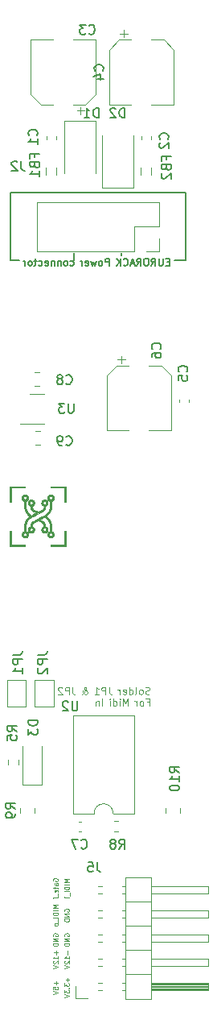
<source format=gbr>
%TF.GenerationSoftware,KiCad,Pcbnew,(7.0.0)*%
%TF.CreationDate,2023-05-21T11:17:02+02:00*%
%TF.ProjectId,midi-sync-module,6d696469-2d73-4796-9e63-2d6d6f64756c,rev?*%
%TF.SameCoordinates,Original*%
%TF.FileFunction,Legend,Bot*%
%TF.FilePolarity,Positive*%
%FSLAX46Y46*%
G04 Gerber Fmt 4.6, Leading zero omitted, Abs format (unit mm)*
G04 Created by KiCad (PCBNEW (7.0.0)) date 2023-05-21 11:17:02*
%MOMM*%
%LPD*%
G01*
G04 APERTURE LIST*
%ADD10C,0.150000*%
%ADD11C,0.014750*%
%ADD12C,0.100000*%
%ADD13C,0.187500*%
%ADD14C,0.120000*%
G04 APERTURE END LIST*
D10*
X175675000Y-64475000D02*
X175675000Y-57425000D01*
X194125000Y-57425000D02*
X194125000Y-64475000D01*
D11*
G36*
X177251549Y-88423121D02*
G01*
X175800092Y-88423121D01*
X175800092Y-89874579D01*
X175640784Y-89874579D01*
X175640784Y-88263816D01*
X177251549Y-88263816D01*
X177251549Y-88423121D01*
G37*
X177251549Y-88423121D02*
X175800092Y-88423121D01*
X175800092Y-89874579D01*
X175640784Y-89874579D01*
X175640784Y-88263816D01*
X177251549Y-88263816D01*
X177251549Y-88423121D01*
G36*
X181541016Y-94559305D02*
G01*
X179930252Y-94559305D01*
X179930252Y-94400000D01*
X181381708Y-94400000D01*
X181381708Y-92948538D01*
X181541016Y-92948538D01*
X181541016Y-94559305D01*
G37*
X181541016Y-94559305D02*
X179930252Y-94559305D01*
X179930252Y-94400000D01*
X181381708Y-94400000D01*
X181381708Y-92948538D01*
X181541016Y-92948538D01*
X181541016Y-94559305D01*
D10*
X187425000Y-64000000D02*
X187425000Y-63725000D01*
X182425000Y-63725000D02*
X182425000Y-64475000D01*
D11*
G36*
X176900639Y-89493475D02*
G01*
X177059880Y-89493475D01*
X177061096Y-89509206D01*
X177063796Y-89524816D01*
X177068021Y-89540200D01*
X177073818Y-89555256D01*
X177081228Y-89569880D01*
X177090295Y-89583970D01*
X177101064Y-89597423D01*
X177113577Y-89610135D01*
X177127879Y-89622003D01*
X177144013Y-89632924D01*
X177162023Y-89642795D01*
X177170169Y-89646546D01*
X177178393Y-89649839D01*
X177186682Y-89652681D01*
X177195023Y-89655075D01*
X177203403Y-89657027D01*
X177211809Y-89658540D01*
X177220229Y-89659619D01*
X177228650Y-89660269D01*
X177237059Y-89660495D01*
X177245443Y-89660300D01*
X177253791Y-89659689D01*
X177262088Y-89658668D01*
X177270322Y-89657239D01*
X177278480Y-89655409D01*
X177286551Y-89653182D01*
X177294520Y-89650561D01*
X177302375Y-89647552D01*
X177310103Y-89644159D01*
X177317692Y-89640387D01*
X177325129Y-89636240D01*
X177332401Y-89631722D01*
X177339495Y-89626839D01*
X177346398Y-89621595D01*
X177353099Y-89615994D01*
X177359583Y-89610041D01*
X177365839Y-89603741D01*
X177371853Y-89597097D01*
X177377613Y-89590115D01*
X177383106Y-89582799D01*
X177388319Y-89575154D01*
X177393239Y-89567184D01*
X177397855Y-89558893D01*
X177401836Y-89550708D01*
X177405264Y-89542319D01*
X177408147Y-89533752D01*
X177410496Y-89525031D01*
X177412320Y-89516180D01*
X177413630Y-89507224D01*
X177414436Y-89498187D01*
X177414747Y-89489093D01*
X177414573Y-89479968D01*
X177413925Y-89470835D01*
X177412812Y-89461720D01*
X177411244Y-89452645D01*
X177409231Y-89443637D01*
X177406783Y-89434718D01*
X177403911Y-89425915D01*
X177400623Y-89417250D01*
X177396930Y-89408749D01*
X177392841Y-89400436D01*
X177388368Y-89392335D01*
X177383519Y-89384472D01*
X177378305Y-89376869D01*
X177372735Y-89369552D01*
X177366820Y-89362545D01*
X177360569Y-89355873D01*
X177353993Y-89349560D01*
X177347101Y-89343630D01*
X177339903Y-89338108D01*
X177332409Y-89333019D01*
X177324630Y-89328386D01*
X177316574Y-89324234D01*
X177308253Y-89320588D01*
X177299675Y-89317472D01*
X177279823Y-89311955D01*
X177260539Y-89308480D01*
X177241865Y-89306945D01*
X177223845Y-89307247D01*
X177206523Y-89309282D01*
X177189943Y-89312948D01*
X177174147Y-89318140D01*
X177159181Y-89324757D01*
X177145087Y-89332696D01*
X177131909Y-89341852D01*
X177119690Y-89352123D01*
X177108475Y-89363406D01*
X177098307Y-89375597D01*
X177089229Y-89388594D01*
X177081285Y-89402294D01*
X177074519Y-89416594D01*
X177068974Y-89431389D01*
X177064694Y-89446579D01*
X177061723Y-89462058D01*
X177060103Y-89477724D01*
X177059880Y-89493475D01*
X176900639Y-89493475D01*
X176900636Y-89493422D01*
X176901041Y-89467658D01*
X176903277Y-89441976D01*
X176907337Y-89416507D01*
X176913213Y-89391380D01*
X176920900Y-89366726D01*
X176930390Y-89342674D01*
X176941678Y-89319354D01*
X176954756Y-89296897D01*
X176969617Y-89275431D01*
X176986256Y-89255088D01*
X177004665Y-89235996D01*
X177024837Y-89218287D01*
X177046767Y-89202089D01*
X177070446Y-89187534D01*
X177095870Y-89174750D01*
X177123030Y-89163868D01*
X177151921Y-89155018D01*
X177151926Y-89155024D01*
X177178751Y-89149045D01*
X177205208Y-89145198D01*
X177231239Y-89143406D01*
X177256785Y-89143595D01*
X177281786Y-89145688D01*
X177306184Y-89149612D01*
X177329920Y-89155289D01*
X177352935Y-89162645D01*
X177375170Y-89171605D01*
X177396567Y-89182092D01*
X177417066Y-89194033D01*
X177436609Y-89207350D01*
X177455137Y-89221969D01*
X177472591Y-89237815D01*
X177488911Y-89254812D01*
X177504040Y-89272884D01*
X177517918Y-89291957D01*
X177530486Y-89311954D01*
X177541686Y-89332801D01*
X177551459Y-89354422D01*
X177559745Y-89376742D01*
X177566487Y-89399685D01*
X177571624Y-89423176D01*
X177575099Y-89447139D01*
X177576852Y-89471499D01*
X177576824Y-89496182D01*
X177574957Y-89521110D01*
X177571192Y-89546210D01*
X177565470Y-89571404D01*
X177557731Y-89596619D01*
X177547918Y-89621779D01*
X177535971Y-89646808D01*
X177528488Y-89660119D01*
X177520073Y-89673258D01*
X177510797Y-89686167D01*
X177500728Y-89698789D01*
X177489936Y-89711066D01*
X177478490Y-89722941D01*
X177466459Y-89734356D01*
X177453913Y-89745253D01*
X177440921Y-89755575D01*
X177427553Y-89765264D01*
X177413877Y-89774263D01*
X177399963Y-89782513D01*
X177385880Y-89789958D01*
X177371698Y-89796540D01*
X177357486Y-89802200D01*
X177343314Y-89806882D01*
X177319403Y-89813923D01*
X177317664Y-90078785D01*
X177317349Y-90206499D01*
X177318447Y-90312568D01*
X177319630Y-90358636D01*
X177321289Y-90400673D01*
X177323465Y-90439140D01*
X177326201Y-90474496D01*
X177329536Y-90507203D01*
X177333512Y-90537720D01*
X177338170Y-90566507D01*
X177343551Y-90594025D01*
X177349697Y-90620735D01*
X177356647Y-90647095D01*
X177364443Y-90673567D01*
X177373126Y-90700611D01*
X177389574Y-90746616D01*
X177407963Y-90791638D01*
X177428253Y-90835628D01*
X177450400Y-90878531D01*
X177474364Y-90920297D01*
X177500104Y-90960874D01*
X177527576Y-91000210D01*
X177556741Y-91038252D01*
X177587557Y-91074950D01*
X177619981Y-91110251D01*
X177653973Y-91144104D01*
X177689490Y-91176456D01*
X177726492Y-91207256D01*
X177764936Y-91236451D01*
X177804781Y-91263991D01*
X177845986Y-91289823D01*
X177896727Y-91320060D01*
X178022550Y-91255201D01*
X178275183Y-91124970D01*
X178324637Y-91099227D01*
X178346434Y-91087700D01*
X178365567Y-91077453D01*
X178381506Y-91068771D01*
X178393717Y-91061943D01*
X178401668Y-91057254D01*
X178403880Y-91055802D01*
X178404826Y-91054993D01*
X178404298Y-91054101D01*
X178402180Y-91052405D01*
X178393490Y-91046781D01*
X178379392Y-91038473D01*
X178360522Y-91027834D01*
X178311000Y-91000975D01*
X178250005Y-90969025D01*
X178188501Y-90937090D01*
X178162430Y-90923339D01*
X178139118Y-90910836D01*
X178118290Y-90899408D01*
X178099676Y-90888884D01*
X178083001Y-90879092D01*
X178067994Y-90869858D01*
X178054382Y-90861012D01*
X178041892Y-90852380D01*
X178030252Y-90843791D01*
X178019190Y-90835072D01*
X178008432Y-90826051D01*
X177997706Y-90816556D01*
X177986740Y-90806416D01*
X177975261Y-90795456D01*
X177955256Y-90775241D01*
X177936393Y-90754345D01*
X177918679Y-90732783D01*
X177902122Y-90710571D01*
X177886728Y-90687725D01*
X177872505Y-90664260D01*
X177859459Y-90640192D01*
X177847598Y-90615537D01*
X177836929Y-90590310D01*
X177827459Y-90564527D01*
X177819194Y-90538204D01*
X177812142Y-90511357D01*
X177806310Y-90484000D01*
X177801705Y-90456150D01*
X177798334Y-90427823D01*
X177796204Y-90399033D01*
X177792650Y-90330503D01*
X177761939Y-90320823D01*
X177743648Y-90314170D01*
X177725595Y-90305870D01*
X177707871Y-90296028D01*
X177690568Y-90284750D01*
X177673778Y-90272142D01*
X177657592Y-90258309D01*
X177642101Y-90243358D01*
X177627399Y-90227392D01*
X177613576Y-90210519D01*
X177600724Y-90192844D01*
X177588936Y-90174472D01*
X177578301Y-90155508D01*
X177568914Y-90136060D01*
X177560864Y-90116232D01*
X177554245Y-90096129D01*
X177549147Y-90075858D01*
X177543913Y-90045045D01*
X177541343Y-90014957D01*
X177541340Y-90011705D01*
X177702800Y-90011705D01*
X177704172Y-90026794D01*
X177706920Y-90041473D01*
X177710971Y-90055692D01*
X177716251Y-90069399D01*
X177722684Y-90082545D01*
X177730197Y-90095079D01*
X177738716Y-90106950D01*
X177748165Y-90118107D01*
X177758471Y-90128501D01*
X177769560Y-90138079D01*
X177781356Y-90146792D01*
X177793786Y-90154588D01*
X177806776Y-90161418D01*
X177820250Y-90167230D01*
X177834136Y-90171974D01*
X177848357Y-90175600D01*
X177862841Y-90178056D01*
X177877513Y-90179291D01*
X177892298Y-90179257D01*
X177907122Y-90177900D01*
X177921910Y-90175172D01*
X177936590Y-90171021D01*
X177951085Y-90165397D01*
X177965322Y-90158249D01*
X177979227Y-90149527D01*
X177992725Y-90139179D01*
X178005742Y-90127155D01*
X178013834Y-90118412D01*
X178021199Y-90109290D01*
X178027845Y-90099825D01*
X178033781Y-90090053D01*
X178039013Y-90080010D01*
X178043550Y-90069731D01*
X178047399Y-90059252D01*
X178050567Y-90048610D01*
X178053064Y-90037839D01*
X178054896Y-90026976D01*
X178056072Y-90016057D01*
X178056598Y-90005116D01*
X178056484Y-89994191D01*
X178055736Y-89983316D01*
X178054362Y-89972527D01*
X178052371Y-89961861D01*
X178049769Y-89951353D01*
X178046565Y-89941039D01*
X178042766Y-89930954D01*
X178038380Y-89921135D01*
X178033415Y-89911617D01*
X178027879Y-89902435D01*
X178021780Y-89893627D01*
X178015124Y-89885227D01*
X178007921Y-89877271D01*
X178000177Y-89869795D01*
X177991900Y-89862835D01*
X177983099Y-89856427D01*
X177973781Y-89850606D01*
X177963953Y-89845408D01*
X177953624Y-89840869D01*
X177942801Y-89837024D01*
X177942801Y-89837028D01*
X177933765Y-89834368D01*
X177924797Y-89832098D01*
X177915903Y-89830216D01*
X177907090Y-89828718D01*
X177898364Y-89827603D01*
X177889731Y-89826867D01*
X177881199Y-89826507D01*
X177872772Y-89826521D01*
X177864458Y-89826906D01*
X177856264Y-89827659D01*
X177848196Y-89828779D01*
X177840259Y-89830260D01*
X177832461Y-89832102D01*
X177824808Y-89834302D01*
X177817307Y-89836856D01*
X177809963Y-89839762D01*
X177802784Y-89843017D01*
X177795775Y-89846619D01*
X177788944Y-89850564D01*
X177782297Y-89854850D01*
X177775839Y-89859475D01*
X177769578Y-89864435D01*
X177763521Y-89869728D01*
X177757672Y-89875351D01*
X177752040Y-89881301D01*
X177746629Y-89887576D01*
X177741448Y-89894173D01*
X177736502Y-89901089D01*
X177731797Y-89908321D01*
X177727340Y-89915867D01*
X177723138Y-89923723D01*
X177719197Y-89931888D01*
X177712569Y-89948266D01*
X177707690Y-89964487D01*
X177704485Y-89980501D01*
X177702880Y-89996257D01*
X177702800Y-90011705D01*
X177541340Y-90011705D01*
X177541319Y-89985659D01*
X177543724Y-89957213D01*
X177548442Y-89929683D01*
X177555355Y-89903133D01*
X177564346Y-89877626D01*
X177575299Y-89853226D01*
X177588096Y-89829996D01*
X177602621Y-89807999D01*
X177618755Y-89787300D01*
X177636383Y-89767961D01*
X177655387Y-89750047D01*
X177675651Y-89733621D01*
X177697056Y-89718745D01*
X177719487Y-89705485D01*
X177742826Y-89693903D01*
X177766956Y-89684062D01*
X177791761Y-89676027D01*
X177817122Y-89669861D01*
X177842924Y-89665627D01*
X177869049Y-89663389D01*
X177895380Y-89663210D01*
X177921800Y-89665154D01*
X177948192Y-89669285D01*
X177974439Y-89675665D01*
X178000424Y-89684359D01*
X178026030Y-89695430D01*
X178051140Y-89708941D01*
X178075638Y-89724956D01*
X178099405Y-89743539D01*
X178122325Y-89764753D01*
X178138387Y-89782015D01*
X178152949Y-89799985D01*
X178166030Y-89818593D01*
X178177645Y-89837772D01*
X178187814Y-89857453D01*
X178196553Y-89877568D01*
X178203879Y-89898048D01*
X178209810Y-89918826D01*
X178214364Y-89939833D01*
X178217557Y-89961001D01*
X178219406Y-89982262D01*
X178219931Y-90003547D01*
X178219147Y-90024788D01*
X178217072Y-90045917D01*
X178213723Y-90066866D01*
X178209118Y-90087566D01*
X178203274Y-90107949D01*
X178196209Y-90127946D01*
X178187939Y-90147491D01*
X178178483Y-90166513D01*
X178167858Y-90184946D01*
X178156080Y-90202720D01*
X178143167Y-90219768D01*
X178129138Y-90236021D01*
X178114008Y-90251411D01*
X178097795Y-90265870D01*
X178080518Y-90279329D01*
X178062192Y-90291720D01*
X178042836Y-90302976D01*
X178022467Y-90313027D01*
X178001102Y-90321805D01*
X177978758Y-90329242D01*
X177973507Y-90330942D01*
X177968897Y-90332814D01*
X177964910Y-90334968D01*
X177961531Y-90337509D01*
X177960065Y-90338958D01*
X177958745Y-90340545D01*
X177957568Y-90342282D01*
X177956534Y-90344183D01*
X177954883Y-90348531D01*
X177953775Y-90353696D01*
X177953196Y-90359785D01*
X177953128Y-90366905D01*
X177953555Y-90375163D01*
X177954461Y-90384668D01*
X177955831Y-90395526D01*
X177957648Y-90407844D01*
X177962560Y-90437290D01*
X177969082Y-90471095D01*
X177976583Y-90502225D01*
X177985418Y-90531030D01*
X177995941Y-90557861D01*
X178008507Y-90583071D01*
X178023469Y-90607009D01*
X178041184Y-90630028D01*
X178062005Y-90652479D01*
X178086287Y-90674712D01*
X178114384Y-90697080D01*
X178146652Y-90719933D01*
X178183444Y-90743623D01*
X178225115Y-90768500D01*
X178272021Y-90794917D01*
X178324515Y-90823224D01*
X178382951Y-90853772D01*
X178590964Y-90961246D01*
X178798909Y-90853803D01*
X178871235Y-90816209D01*
X178929969Y-90785073D01*
X178954826Y-90771572D01*
X178976990Y-90759259D01*
X178996696Y-90747992D01*
X179014178Y-90737628D01*
X179029671Y-90728025D01*
X179043410Y-90719042D01*
X179055631Y-90710535D01*
X179066567Y-90702362D01*
X179076454Y-90694382D01*
X179085526Y-90686452D01*
X179094019Y-90678430D01*
X179102167Y-90670173D01*
X179111583Y-90659897D01*
X179120762Y-90649037D01*
X179129685Y-90637649D01*
X179138336Y-90625788D01*
X179154757Y-90600874D01*
X179169893Y-90574743D01*
X179183611Y-90547842D01*
X179195779Y-90520620D01*
X179206264Y-90493524D01*
X179214933Y-90467003D01*
X179221655Y-90441503D01*
X179226297Y-90417473D01*
X179227796Y-90406149D01*
X179228726Y-90395361D01*
X179229069Y-90385164D01*
X179228810Y-90375615D01*
X179227931Y-90366768D01*
X179226416Y-90358682D01*
X179224249Y-90351410D01*
X179221413Y-90345010D01*
X179217891Y-90339537D01*
X179213667Y-90335048D01*
X179208724Y-90331597D01*
X179203046Y-90329242D01*
X179180713Y-90321809D01*
X179159357Y-90313033D01*
X179138997Y-90302984D01*
X179119649Y-90291730D01*
X179101331Y-90279339D01*
X179084060Y-90265879D01*
X179067853Y-90251420D01*
X179052728Y-90236028D01*
X179038703Y-90219773D01*
X179025794Y-90202723D01*
X179014019Y-90184946D01*
X179003396Y-90166510D01*
X178993941Y-90147484D01*
X178985672Y-90127937D01*
X178978607Y-90107936D01*
X178972763Y-90087550D01*
X178968157Y-90066847D01*
X178964807Y-90045895D01*
X178962730Y-90024764D01*
X178962074Y-90007059D01*
X179122878Y-90007059D01*
X179123845Y-90021422D01*
X179126073Y-90035869D01*
X179129608Y-90050340D01*
X179134497Y-90064780D01*
X179140785Y-90079130D01*
X179148520Y-90093335D01*
X179157747Y-90107337D01*
X179164423Y-90116049D01*
X179171503Y-90124201D01*
X179178960Y-90131794D01*
X179186767Y-90138828D01*
X179194898Y-90145302D01*
X179203328Y-90151217D01*
X179212029Y-90156571D01*
X179220976Y-90161367D01*
X179230142Y-90165602D01*
X179239501Y-90169278D01*
X179249027Y-90172393D01*
X179258693Y-90174949D01*
X179268474Y-90176944D01*
X179278342Y-90178379D01*
X179288272Y-90179254D01*
X179298237Y-90179569D01*
X179308212Y-90179323D01*
X179318169Y-90178517D01*
X179328083Y-90177150D01*
X179337927Y-90175223D01*
X179347675Y-90172735D01*
X179357301Y-90169686D01*
X179366779Y-90166076D01*
X179376082Y-90161905D01*
X179385184Y-90157174D01*
X179394058Y-90151881D01*
X179402679Y-90146027D01*
X179411020Y-90139612D01*
X179419055Y-90132636D01*
X179426758Y-90125098D01*
X179434102Y-90116999D01*
X179441061Y-90108338D01*
X179447191Y-90099726D01*
X179452733Y-90090912D01*
X179457691Y-90081916D01*
X179462071Y-90072762D01*
X179465880Y-90063472D01*
X179469123Y-90054067D01*
X179471805Y-90044570D01*
X179473932Y-90035003D01*
X179475509Y-90025387D01*
X179476543Y-90015745D01*
X179477039Y-90006100D01*
X179477002Y-89996473D01*
X179476439Y-89986885D01*
X179475354Y-89977361D01*
X179473754Y-89967920D01*
X179471643Y-89958587D01*
X179469029Y-89949381D01*
X179465916Y-89940327D01*
X179462309Y-89931445D01*
X179458215Y-89922759D01*
X179453640Y-89914289D01*
X179448588Y-89906059D01*
X179443066Y-89898089D01*
X179437079Y-89890403D01*
X179430632Y-89883023D01*
X179423732Y-89875970D01*
X179416384Y-89869266D01*
X179408594Y-89862935D01*
X179400366Y-89856997D01*
X179391708Y-89851475D01*
X179382624Y-89846391D01*
X179373120Y-89841767D01*
X179373120Y-89841724D01*
X179357606Y-89835474D01*
X179342196Y-89830734D01*
X179326936Y-89827446D01*
X179311873Y-89825554D01*
X179297052Y-89825000D01*
X179282520Y-89825727D01*
X179268324Y-89827679D01*
X179254509Y-89830797D01*
X179241122Y-89835026D01*
X179228208Y-89840308D01*
X179215816Y-89846585D01*
X179203990Y-89853801D01*
X179192777Y-89861899D01*
X179182223Y-89870821D01*
X179172375Y-89880511D01*
X179163278Y-89890911D01*
X179154980Y-89901964D01*
X179147526Y-89913614D01*
X179140963Y-89925802D01*
X179135336Y-89938473D01*
X179130693Y-89951569D01*
X179127079Y-89965032D01*
X179124541Y-89978806D01*
X179123125Y-89992834D01*
X179122878Y-90007059D01*
X178962074Y-90007059D01*
X178961943Y-90003520D01*
X178962464Y-89982233D01*
X178964310Y-89960971D01*
X178967499Y-89939803D01*
X178972047Y-89918795D01*
X178977973Y-89898018D01*
X178985294Y-89877539D01*
X178994027Y-89857426D01*
X179004189Y-89837748D01*
X179015797Y-89818574D01*
X179028871Y-89799971D01*
X179043425Y-89782008D01*
X179059479Y-89764753D01*
X179082395Y-89743543D01*
X179106159Y-89724964D01*
X179130653Y-89708953D01*
X179155760Y-89695445D01*
X179181364Y-89684377D01*
X179207347Y-89675686D01*
X179233593Y-89669309D01*
X179259984Y-89665181D01*
X179286402Y-89663239D01*
X179312733Y-89663420D01*
X179338857Y-89665660D01*
X179364658Y-89669896D01*
X179390020Y-89676064D01*
X179414824Y-89684100D01*
X179438955Y-89693941D01*
X179462294Y-89705524D01*
X179484726Y-89718785D01*
X179506132Y-89733660D01*
X179526397Y-89750086D01*
X179545402Y-89768000D01*
X179563031Y-89787337D01*
X179579167Y-89808035D01*
X179593693Y-89830029D01*
X179606491Y-89853257D01*
X179617446Y-89877655D01*
X179626439Y-89903159D01*
X179633353Y-89929706D01*
X179638072Y-89957232D01*
X179640479Y-89985674D01*
X179640457Y-90014968D01*
X179637888Y-90045050D01*
X179632655Y-90075858D01*
X179630295Y-90086045D01*
X179627543Y-90096199D01*
X179620912Y-90116354D01*
X179612852Y-90136219D01*
X179603453Y-90155691D01*
X179592805Y-90174667D01*
X179580999Y-90193043D01*
X179568124Y-90210716D01*
X179554270Y-90227583D01*
X179539527Y-90243540D01*
X179523986Y-90258484D01*
X179507736Y-90272312D01*
X179490868Y-90284919D01*
X179473471Y-90296204D01*
X179455635Y-90306062D01*
X179446581Y-90310424D01*
X179437452Y-90314390D01*
X179428257Y-90317948D01*
X179419009Y-90321085D01*
X179387427Y-90331046D01*
X179387427Y-90373188D01*
X179386728Y-90400782D01*
X179384648Y-90428328D01*
X179381209Y-90455774D01*
X179376431Y-90483063D01*
X179370339Y-90510141D01*
X179362953Y-90536955D01*
X179354296Y-90563448D01*
X179344390Y-90589566D01*
X179333258Y-90615255D01*
X179320921Y-90640461D01*
X179307401Y-90665128D01*
X179292721Y-90689202D01*
X179276903Y-90712629D01*
X179259969Y-90735353D01*
X179241941Y-90757320D01*
X179222841Y-90778476D01*
X179198160Y-90803525D01*
X179172844Y-90826134D01*
X179158824Y-90837212D01*
X179143296Y-90848507D01*
X179105922Y-90872852D01*
X179057126Y-90901373D01*
X178993313Y-90936277D01*
X178910888Y-90979770D01*
X178806255Y-91034058D01*
X178213958Y-91340182D01*
X178037556Y-91431768D01*
X177972795Y-91465645D01*
X177921184Y-91492894D01*
X177880868Y-91514500D01*
X177849990Y-91531451D01*
X177826693Y-91544733D01*
X177809122Y-91555333D01*
X177795420Y-91564237D01*
X177783730Y-91572432D01*
X177758963Y-91590641D01*
X177726236Y-91615476D01*
X177694488Y-91641635D01*
X177663759Y-91669060D01*
X177634089Y-91697698D01*
X177605518Y-91727493D01*
X177578088Y-91758390D01*
X177551837Y-91790334D01*
X177526807Y-91823270D01*
X177503038Y-91857141D01*
X177480570Y-91891895D01*
X177459444Y-91927474D01*
X177439699Y-91963825D01*
X177421377Y-92000892D01*
X177404517Y-92038619D01*
X177389159Y-92076952D01*
X177375345Y-92115836D01*
X177358264Y-92170523D01*
X177344764Y-92223223D01*
X177339232Y-92250147D01*
X177334445Y-92278159D01*
X177326902Y-92339556D01*
X177321735Y-92411639D01*
X177318541Y-92498633D01*
X177316917Y-92604763D01*
X177316461Y-92734253D01*
X177316446Y-93006681D01*
X177338571Y-93013761D01*
X177371816Y-93026046D01*
X177402422Y-93040675D01*
X177430418Y-93057469D01*
X177455832Y-93076248D01*
X177478692Y-93096834D01*
X177499026Y-93119046D01*
X177516864Y-93142707D01*
X177532232Y-93167635D01*
X177545160Y-93193652D01*
X177555674Y-93220579D01*
X177563805Y-93248237D01*
X177569579Y-93276445D01*
X177573025Y-93305026D01*
X177574171Y-93333798D01*
X177573046Y-93362584D01*
X177569678Y-93391204D01*
X177564094Y-93419479D01*
X177556323Y-93447229D01*
X177546394Y-93474274D01*
X177534334Y-93500437D01*
X177520172Y-93525536D01*
X177503936Y-93549394D01*
X177485654Y-93571831D01*
X177465355Y-93592667D01*
X177443066Y-93611724D01*
X177418815Y-93628821D01*
X177392632Y-93643780D01*
X177364545Y-93656421D01*
X177334580Y-93666565D01*
X177302767Y-93674032D01*
X177269135Y-93678645D01*
X177233710Y-93680222D01*
X177199718Y-93678678D01*
X177167400Y-93674161D01*
X177136785Y-93666845D01*
X177107903Y-93656906D01*
X177080783Y-93644515D01*
X177055454Y-93629849D01*
X177031947Y-93613081D01*
X177010290Y-93594384D01*
X176990512Y-93573933D01*
X176972644Y-93551902D01*
X176956715Y-93528466D01*
X176942753Y-93503797D01*
X176930789Y-93478071D01*
X176920852Y-93451461D01*
X176912971Y-93424141D01*
X176907176Y-93396286D01*
X176903496Y-93368070D01*
X176902058Y-93341462D01*
X177060819Y-93341462D01*
X177061334Y-93355708D01*
X177063076Y-93369969D01*
X177066087Y-93384178D01*
X177070407Y-93398269D01*
X177076078Y-93412175D01*
X177083140Y-93425830D01*
X177091634Y-93439167D01*
X177101602Y-93452120D01*
X177113083Y-93464621D01*
X177125542Y-93476073D01*
X177138441Y-93486025D01*
X177151717Y-93494518D01*
X177165303Y-93501591D01*
X177179136Y-93507284D01*
X177193148Y-93511636D01*
X177207276Y-93514688D01*
X177221454Y-93516480D01*
X177235617Y-93517051D01*
X177249700Y-93516441D01*
X177263638Y-93514689D01*
X177277365Y-93511837D01*
X177290816Y-93507923D01*
X177303926Y-93502987D01*
X177316631Y-93497069D01*
X177328864Y-93490209D01*
X177340561Y-93482447D01*
X177351657Y-93473823D01*
X177362085Y-93464376D01*
X177371782Y-93454146D01*
X177380682Y-93443173D01*
X177388720Y-93431498D01*
X177395831Y-93419158D01*
X177401949Y-93406195D01*
X177407009Y-93392649D01*
X177410946Y-93378558D01*
X177413696Y-93363964D01*
X177415192Y-93348905D01*
X177415370Y-93333422D01*
X177414165Y-93317554D01*
X177411511Y-93301342D01*
X177407343Y-93284824D01*
X177405996Y-93280667D01*
X177404412Y-93276453D01*
X177400566Y-93267891D01*
X177395882Y-93259216D01*
X177390436Y-93250503D01*
X177384306Y-93241830D01*
X177377568Y-93233273D01*
X177370298Y-93224910D01*
X177362575Y-93216817D01*
X177354473Y-93209070D01*
X177346072Y-93201747D01*
X177337446Y-93194925D01*
X177328673Y-93188680D01*
X177319829Y-93183089D01*
X177310992Y-93178229D01*
X177302239Y-93174177D01*
X177293645Y-93171009D01*
X177293645Y-93171012D01*
X177277223Y-93166543D01*
X177261087Y-93163621D01*
X177245278Y-93162178D01*
X177229837Y-93162147D01*
X177214805Y-93163463D01*
X177200223Y-93166059D01*
X177186131Y-93169867D01*
X177172572Y-93174822D01*
X177159585Y-93180857D01*
X177147211Y-93187905D01*
X177135493Y-93195900D01*
X177124469Y-93204776D01*
X177114182Y-93214464D01*
X177104672Y-93224901D01*
X177095981Y-93236017D01*
X177088149Y-93247748D01*
X177081217Y-93260026D01*
X177075226Y-93272784D01*
X177070217Y-93285958D01*
X177066230Y-93299478D01*
X177063308Y-93313280D01*
X177061491Y-93327297D01*
X177060819Y-93341462D01*
X176902058Y-93341462D01*
X176901961Y-93339666D01*
X176902599Y-93311248D01*
X176905441Y-93282991D01*
X176910515Y-93255070D01*
X176917852Y-93227656D01*
X176927480Y-93200926D01*
X176939429Y-93175053D01*
X176953728Y-93150211D01*
X176970408Y-93126574D01*
X176989496Y-93104317D01*
X177011024Y-93083612D01*
X177035019Y-93064635D01*
X177061512Y-93047560D01*
X177090531Y-93032560D01*
X177122107Y-93019809D01*
X177154190Y-93008509D01*
X177157524Y-92664362D01*
X177158840Y-92542421D01*
X177160394Y-92446963D01*
X177161376Y-92407578D01*
X177162557Y-92372909D01*
X177163984Y-92342320D01*
X177165703Y-92315177D01*
X177167761Y-92290844D01*
X177170204Y-92268687D01*
X177173079Y-92248070D01*
X177176433Y-92228358D01*
X177180312Y-92208917D01*
X177184763Y-92189111D01*
X177195566Y-92145865D01*
X177210375Y-92093723D01*
X177227588Y-92042207D01*
X177247131Y-91991423D01*
X177268931Y-91941478D01*
X177292912Y-91892480D01*
X177319002Y-91844533D01*
X177347126Y-91797746D01*
X177377211Y-91752225D01*
X177409182Y-91708076D01*
X177442967Y-91665407D01*
X177478490Y-91624324D01*
X177515679Y-91584934D01*
X177554459Y-91547343D01*
X177594756Y-91511659D01*
X177636496Y-91477988D01*
X177679607Y-91446436D01*
X177696847Y-91434434D01*
X177703624Y-91429545D01*
X177709175Y-91425244D01*
X177711492Y-91423278D01*
X177713503Y-91421417D01*
X177715210Y-91419647D01*
X177716611Y-91417951D01*
X177717708Y-91416318D01*
X177718501Y-91414731D01*
X177718990Y-91413178D01*
X177719176Y-91411643D01*
X177719058Y-91410113D01*
X177718638Y-91408573D01*
X177717915Y-91407008D01*
X177716889Y-91405406D01*
X177715562Y-91403750D01*
X177713933Y-91402028D01*
X177712003Y-91400224D01*
X177709772Y-91398325D01*
X177704408Y-91394183D01*
X177697844Y-91389487D01*
X177681126Y-91377979D01*
X177638274Y-91346901D01*
X177596688Y-91313551D01*
X177556456Y-91278051D01*
X177517663Y-91240527D01*
X177480394Y-91201100D01*
X177444735Y-91159896D01*
X177410772Y-91117038D01*
X177378591Y-91072649D01*
X177348277Y-91026854D01*
X177319917Y-90979776D01*
X177293595Y-90931539D01*
X177269397Y-90882267D01*
X177247410Y-90832083D01*
X177227719Y-90781111D01*
X177210410Y-90729475D01*
X177195568Y-90677298D01*
X177184764Y-90634048D01*
X177176435Y-90594798D01*
X177170205Y-90554465D01*
X177165704Y-90507964D01*
X177162558Y-90450211D01*
X177160395Y-90376122D01*
X177157526Y-90158594D01*
X177154192Y-89814255D01*
X177118732Y-89801417D01*
X177090882Y-89790009D01*
X177064962Y-89776734D01*
X177040966Y-89761723D01*
X177018887Y-89745105D01*
X176998718Y-89727010D01*
X176980454Y-89707569D01*
X176964086Y-89686910D01*
X176949608Y-89665164D01*
X176937014Y-89642461D01*
X176926298Y-89618931D01*
X176917451Y-89594704D01*
X176910469Y-89569909D01*
X176905343Y-89544677D01*
X176902068Y-89519138D01*
X176900639Y-89493475D01*
G37*
X176900639Y-89493475D02*
X177059880Y-89493475D01*
X177061096Y-89509206D01*
X177063796Y-89524816D01*
X177068021Y-89540200D01*
X177073818Y-89555256D01*
X177081228Y-89569880D01*
X177090295Y-89583970D01*
X177101064Y-89597423D01*
X177113577Y-89610135D01*
X177127879Y-89622003D01*
X177144013Y-89632924D01*
X177162023Y-89642795D01*
X177170169Y-89646546D01*
X177178393Y-89649839D01*
X177186682Y-89652681D01*
X177195023Y-89655075D01*
X177203403Y-89657027D01*
X177211809Y-89658540D01*
X177220229Y-89659619D01*
X177228650Y-89660269D01*
X177237059Y-89660495D01*
X177245443Y-89660300D01*
X177253791Y-89659689D01*
X177262088Y-89658668D01*
X177270322Y-89657239D01*
X177278480Y-89655409D01*
X177286551Y-89653182D01*
X177294520Y-89650561D01*
X177302375Y-89647552D01*
X177310103Y-89644159D01*
X177317692Y-89640387D01*
X177325129Y-89636240D01*
X177332401Y-89631722D01*
X177339495Y-89626839D01*
X177346398Y-89621595D01*
X177353099Y-89615994D01*
X177359583Y-89610041D01*
X177365839Y-89603741D01*
X177371853Y-89597097D01*
X177377613Y-89590115D01*
X177383106Y-89582799D01*
X177388319Y-89575154D01*
X177393239Y-89567184D01*
X177397855Y-89558893D01*
X177401836Y-89550708D01*
X177405264Y-89542319D01*
X177408147Y-89533752D01*
X177410496Y-89525031D01*
X177412320Y-89516180D01*
X177413630Y-89507224D01*
X177414436Y-89498187D01*
X177414747Y-89489093D01*
X177414573Y-89479968D01*
X177413925Y-89470835D01*
X177412812Y-89461720D01*
X177411244Y-89452645D01*
X177409231Y-89443637D01*
X177406783Y-89434718D01*
X177403911Y-89425915D01*
X177400623Y-89417250D01*
X177396930Y-89408749D01*
X177392841Y-89400436D01*
X177388368Y-89392335D01*
X177383519Y-89384472D01*
X177378305Y-89376869D01*
X177372735Y-89369552D01*
X177366820Y-89362545D01*
X177360569Y-89355873D01*
X177353993Y-89349560D01*
X177347101Y-89343630D01*
X177339903Y-89338108D01*
X177332409Y-89333019D01*
X177324630Y-89328386D01*
X177316574Y-89324234D01*
X177308253Y-89320588D01*
X177299675Y-89317472D01*
X177279823Y-89311955D01*
X177260539Y-89308480D01*
X177241865Y-89306945D01*
X177223845Y-89307247D01*
X177206523Y-89309282D01*
X177189943Y-89312948D01*
X177174147Y-89318140D01*
X177159181Y-89324757D01*
X177145087Y-89332696D01*
X177131909Y-89341852D01*
X177119690Y-89352123D01*
X177108475Y-89363406D01*
X177098307Y-89375597D01*
X177089229Y-89388594D01*
X177081285Y-89402294D01*
X177074519Y-89416594D01*
X177068974Y-89431389D01*
X177064694Y-89446579D01*
X177061723Y-89462058D01*
X177060103Y-89477724D01*
X177059880Y-89493475D01*
X176900639Y-89493475D01*
X176900636Y-89493422D01*
X176901041Y-89467658D01*
X176903277Y-89441976D01*
X176907337Y-89416507D01*
X176913213Y-89391380D01*
X176920900Y-89366726D01*
X176930390Y-89342674D01*
X176941678Y-89319354D01*
X176954756Y-89296897D01*
X176969617Y-89275431D01*
X176986256Y-89255088D01*
X177004665Y-89235996D01*
X177024837Y-89218287D01*
X177046767Y-89202089D01*
X177070446Y-89187534D01*
X177095870Y-89174750D01*
X177123030Y-89163868D01*
X177151921Y-89155018D01*
X177151926Y-89155024D01*
X177178751Y-89149045D01*
X177205208Y-89145198D01*
X177231239Y-89143406D01*
X177256785Y-89143595D01*
X177281786Y-89145688D01*
X177306184Y-89149612D01*
X177329920Y-89155289D01*
X177352935Y-89162645D01*
X177375170Y-89171605D01*
X177396567Y-89182092D01*
X177417066Y-89194033D01*
X177436609Y-89207350D01*
X177455137Y-89221969D01*
X177472591Y-89237815D01*
X177488911Y-89254812D01*
X177504040Y-89272884D01*
X177517918Y-89291957D01*
X177530486Y-89311954D01*
X177541686Y-89332801D01*
X177551459Y-89354422D01*
X177559745Y-89376742D01*
X177566487Y-89399685D01*
X177571624Y-89423176D01*
X177575099Y-89447139D01*
X177576852Y-89471499D01*
X177576824Y-89496182D01*
X177574957Y-89521110D01*
X177571192Y-89546210D01*
X177565470Y-89571404D01*
X177557731Y-89596619D01*
X177547918Y-89621779D01*
X177535971Y-89646808D01*
X177528488Y-89660119D01*
X177520073Y-89673258D01*
X177510797Y-89686167D01*
X177500728Y-89698789D01*
X177489936Y-89711066D01*
X177478490Y-89722941D01*
X177466459Y-89734356D01*
X177453913Y-89745253D01*
X177440921Y-89755575D01*
X177427553Y-89765264D01*
X177413877Y-89774263D01*
X177399963Y-89782513D01*
X177385880Y-89789958D01*
X177371698Y-89796540D01*
X177357486Y-89802200D01*
X177343314Y-89806882D01*
X177319403Y-89813923D01*
X177317664Y-90078785D01*
X177317349Y-90206499D01*
X177318447Y-90312568D01*
X177319630Y-90358636D01*
X177321289Y-90400673D01*
X177323465Y-90439140D01*
X177326201Y-90474496D01*
X177329536Y-90507203D01*
X177333512Y-90537720D01*
X177338170Y-90566507D01*
X177343551Y-90594025D01*
X177349697Y-90620735D01*
X177356647Y-90647095D01*
X177364443Y-90673567D01*
X177373126Y-90700611D01*
X177389574Y-90746616D01*
X177407963Y-90791638D01*
X177428253Y-90835628D01*
X177450400Y-90878531D01*
X177474364Y-90920297D01*
X177500104Y-90960874D01*
X177527576Y-91000210D01*
X177556741Y-91038252D01*
X177587557Y-91074950D01*
X177619981Y-91110251D01*
X177653973Y-91144104D01*
X177689490Y-91176456D01*
X177726492Y-91207256D01*
X177764936Y-91236451D01*
X177804781Y-91263991D01*
X177845986Y-91289823D01*
X177896727Y-91320060D01*
X178022550Y-91255201D01*
X178275183Y-91124970D01*
X178324637Y-91099227D01*
X178346434Y-91087700D01*
X178365567Y-91077453D01*
X178381506Y-91068771D01*
X178393717Y-91061943D01*
X178401668Y-91057254D01*
X178403880Y-91055802D01*
X178404826Y-91054993D01*
X178404298Y-91054101D01*
X178402180Y-91052405D01*
X178393490Y-91046781D01*
X178379392Y-91038473D01*
X178360522Y-91027834D01*
X178311000Y-91000975D01*
X178250005Y-90969025D01*
X178188501Y-90937090D01*
X178162430Y-90923339D01*
X178139118Y-90910836D01*
X178118290Y-90899408D01*
X178099676Y-90888884D01*
X178083001Y-90879092D01*
X178067994Y-90869858D01*
X178054382Y-90861012D01*
X178041892Y-90852380D01*
X178030252Y-90843791D01*
X178019190Y-90835072D01*
X178008432Y-90826051D01*
X177997706Y-90816556D01*
X177986740Y-90806416D01*
X177975261Y-90795456D01*
X177955256Y-90775241D01*
X177936393Y-90754345D01*
X177918679Y-90732783D01*
X177902122Y-90710571D01*
X177886728Y-90687725D01*
X177872505Y-90664260D01*
X177859459Y-90640192D01*
X177847598Y-90615537D01*
X177836929Y-90590310D01*
X177827459Y-90564527D01*
X177819194Y-90538204D01*
X177812142Y-90511357D01*
X177806310Y-90484000D01*
X177801705Y-90456150D01*
X177798334Y-90427823D01*
X177796204Y-90399033D01*
X177792650Y-90330503D01*
X177761939Y-90320823D01*
X177743648Y-90314170D01*
X177725595Y-90305870D01*
X177707871Y-90296028D01*
X177690568Y-90284750D01*
X177673778Y-90272142D01*
X177657592Y-90258309D01*
X177642101Y-90243358D01*
X177627399Y-90227392D01*
X177613576Y-90210519D01*
X177600724Y-90192844D01*
X177588936Y-90174472D01*
X177578301Y-90155508D01*
X177568914Y-90136060D01*
X177560864Y-90116232D01*
X177554245Y-90096129D01*
X177549147Y-90075858D01*
X177543913Y-90045045D01*
X177541343Y-90014957D01*
X177541340Y-90011705D01*
X177702800Y-90011705D01*
X177704172Y-90026794D01*
X177706920Y-90041473D01*
X177710971Y-90055692D01*
X177716251Y-90069399D01*
X177722684Y-90082545D01*
X177730197Y-90095079D01*
X177738716Y-90106950D01*
X177748165Y-90118107D01*
X177758471Y-90128501D01*
X177769560Y-90138079D01*
X177781356Y-90146792D01*
X177793786Y-90154588D01*
X177806776Y-90161418D01*
X177820250Y-90167230D01*
X177834136Y-90171974D01*
X177848357Y-90175600D01*
X177862841Y-90178056D01*
X177877513Y-90179291D01*
X177892298Y-90179257D01*
X177907122Y-90177900D01*
X177921910Y-90175172D01*
X177936590Y-90171021D01*
X177951085Y-90165397D01*
X177965322Y-90158249D01*
X177979227Y-90149527D01*
X177992725Y-90139179D01*
X178005742Y-90127155D01*
X178013834Y-90118412D01*
X178021199Y-90109290D01*
X178027845Y-90099825D01*
X178033781Y-90090053D01*
X178039013Y-90080010D01*
X178043550Y-90069731D01*
X178047399Y-90059252D01*
X178050567Y-90048610D01*
X178053064Y-90037839D01*
X178054896Y-90026976D01*
X178056072Y-90016057D01*
X178056598Y-90005116D01*
X178056484Y-89994191D01*
X178055736Y-89983316D01*
X178054362Y-89972527D01*
X178052371Y-89961861D01*
X178049769Y-89951353D01*
X178046565Y-89941039D01*
X178042766Y-89930954D01*
X178038380Y-89921135D01*
X178033415Y-89911617D01*
X178027879Y-89902435D01*
X178021780Y-89893627D01*
X178015124Y-89885227D01*
X178007921Y-89877271D01*
X178000177Y-89869795D01*
X177991900Y-89862835D01*
X177983099Y-89856427D01*
X177973781Y-89850606D01*
X177963953Y-89845408D01*
X177953624Y-89840869D01*
X177942801Y-89837024D01*
X177942801Y-89837028D01*
X177933765Y-89834368D01*
X177924797Y-89832098D01*
X177915903Y-89830216D01*
X177907090Y-89828718D01*
X177898364Y-89827603D01*
X177889731Y-89826867D01*
X177881199Y-89826507D01*
X177872772Y-89826521D01*
X177864458Y-89826906D01*
X177856264Y-89827659D01*
X177848196Y-89828779D01*
X177840259Y-89830260D01*
X177832461Y-89832102D01*
X177824808Y-89834302D01*
X177817307Y-89836856D01*
X177809963Y-89839762D01*
X177802784Y-89843017D01*
X177795775Y-89846619D01*
X177788944Y-89850564D01*
X177782297Y-89854850D01*
X177775839Y-89859475D01*
X177769578Y-89864435D01*
X177763521Y-89869728D01*
X177757672Y-89875351D01*
X177752040Y-89881301D01*
X177746629Y-89887576D01*
X177741448Y-89894173D01*
X177736502Y-89901089D01*
X177731797Y-89908321D01*
X177727340Y-89915867D01*
X177723138Y-89923723D01*
X177719197Y-89931888D01*
X177712569Y-89948266D01*
X177707690Y-89964487D01*
X177704485Y-89980501D01*
X177702880Y-89996257D01*
X177702800Y-90011705D01*
X177541340Y-90011705D01*
X177541319Y-89985659D01*
X177543724Y-89957213D01*
X177548442Y-89929683D01*
X177555355Y-89903133D01*
X177564346Y-89877626D01*
X177575299Y-89853226D01*
X177588096Y-89829996D01*
X177602621Y-89807999D01*
X177618755Y-89787300D01*
X177636383Y-89767961D01*
X177655387Y-89750047D01*
X177675651Y-89733621D01*
X177697056Y-89718745D01*
X177719487Y-89705485D01*
X177742826Y-89693903D01*
X177766956Y-89684062D01*
X177791761Y-89676027D01*
X177817122Y-89669861D01*
X177842924Y-89665627D01*
X177869049Y-89663389D01*
X177895380Y-89663210D01*
X177921800Y-89665154D01*
X177948192Y-89669285D01*
X177974439Y-89675665D01*
X178000424Y-89684359D01*
X178026030Y-89695430D01*
X178051140Y-89708941D01*
X178075638Y-89724956D01*
X178099405Y-89743539D01*
X178122325Y-89764753D01*
X178138387Y-89782015D01*
X178152949Y-89799985D01*
X178166030Y-89818593D01*
X178177645Y-89837772D01*
X178187814Y-89857453D01*
X178196553Y-89877568D01*
X178203879Y-89898048D01*
X178209810Y-89918826D01*
X178214364Y-89939833D01*
X178217557Y-89961001D01*
X178219406Y-89982262D01*
X178219931Y-90003547D01*
X178219147Y-90024788D01*
X178217072Y-90045917D01*
X178213723Y-90066866D01*
X178209118Y-90087566D01*
X178203274Y-90107949D01*
X178196209Y-90127946D01*
X178187939Y-90147491D01*
X178178483Y-90166513D01*
X178167858Y-90184946D01*
X178156080Y-90202720D01*
X178143167Y-90219768D01*
X178129138Y-90236021D01*
X178114008Y-90251411D01*
X178097795Y-90265870D01*
X178080518Y-90279329D01*
X178062192Y-90291720D01*
X178042836Y-90302976D01*
X178022467Y-90313027D01*
X178001102Y-90321805D01*
X177978758Y-90329242D01*
X177973507Y-90330942D01*
X177968897Y-90332814D01*
X177964910Y-90334968D01*
X177961531Y-90337509D01*
X177960065Y-90338958D01*
X177958745Y-90340545D01*
X177957568Y-90342282D01*
X177956534Y-90344183D01*
X177954883Y-90348531D01*
X177953775Y-90353696D01*
X177953196Y-90359785D01*
X177953128Y-90366905D01*
X177953555Y-90375163D01*
X177954461Y-90384668D01*
X177955831Y-90395526D01*
X177957648Y-90407844D01*
X177962560Y-90437290D01*
X177969082Y-90471095D01*
X177976583Y-90502225D01*
X177985418Y-90531030D01*
X177995941Y-90557861D01*
X178008507Y-90583071D01*
X178023469Y-90607009D01*
X178041184Y-90630028D01*
X178062005Y-90652479D01*
X178086287Y-90674712D01*
X178114384Y-90697080D01*
X178146652Y-90719933D01*
X178183444Y-90743623D01*
X178225115Y-90768500D01*
X178272021Y-90794917D01*
X178324515Y-90823224D01*
X178382951Y-90853772D01*
X178590964Y-90961246D01*
X178798909Y-90853803D01*
X178871235Y-90816209D01*
X178929969Y-90785073D01*
X178954826Y-90771572D01*
X178976990Y-90759259D01*
X178996696Y-90747992D01*
X179014178Y-90737628D01*
X179029671Y-90728025D01*
X179043410Y-90719042D01*
X179055631Y-90710535D01*
X179066567Y-90702362D01*
X179076454Y-90694382D01*
X179085526Y-90686452D01*
X179094019Y-90678430D01*
X179102167Y-90670173D01*
X179111583Y-90659897D01*
X179120762Y-90649037D01*
X179129685Y-90637649D01*
X179138336Y-90625788D01*
X179154757Y-90600874D01*
X179169893Y-90574743D01*
X179183611Y-90547842D01*
X179195779Y-90520620D01*
X179206264Y-90493524D01*
X179214933Y-90467003D01*
X179221655Y-90441503D01*
X179226297Y-90417473D01*
X179227796Y-90406149D01*
X179228726Y-90395361D01*
X179229069Y-90385164D01*
X179228810Y-90375615D01*
X179227931Y-90366768D01*
X179226416Y-90358682D01*
X179224249Y-90351410D01*
X179221413Y-90345010D01*
X179217891Y-90339537D01*
X179213667Y-90335048D01*
X179208724Y-90331597D01*
X179203046Y-90329242D01*
X179180713Y-90321809D01*
X179159357Y-90313033D01*
X179138997Y-90302984D01*
X179119649Y-90291730D01*
X179101331Y-90279339D01*
X179084060Y-90265879D01*
X179067853Y-90251420D01*
X179052728Y-90236028D01*
X179038703Y-90219773D01*
X179025794Y-90202723D01*
X179014019Y-90184946D01*
X179003396Y-90166510D01*
X178993941Y-90147484D01*
X178985672Y-90127937D01*
X178978607Y-90107936D01*
X178972763Y-90087550D01*
X178968157Y-90066847D01*
X178964807Y-90045895D01*
X178962730Y-90024764D01*
X178962074Y-90007059D01*
X179122878Y-90007059D01*
X179123845Y-90021422D01*
X179126073Y-90035869D01*
X179129608Y-90050340D01*
X179134497Y-90064780D01*
X179140785Y-90079130D01*
X179148520Y-90093335D01*
X179157747Y-90107337D01*
X179164423Y-90116049D01*
X179171503Y-90124201D01*
X179178960Y-90131794D01*
X179186767Y-90138828D01*
X179194898Y-90145302D01*
X179203328Y-90151217D01*
X179212029Y-90156571D01*
X179220976Y-90161367D01*
X179230142Y-90165602D01*
X179239501Y-90169278D01*
X179249027Y-90172393D01*
X179258693Y-90174949D01*
X179268474Y-90176944D01*
X179278342Y-90178379D01*
X179288272Y-90179254D01*
X179298237Y-90179569D01*
X179308212Y-90179323D01*
X179318169Y-90178517D01*
X179328083Y-90177150D01*
X179337927Y-90175223D01*
X179347675Y-90172735D01*
X179357301Y-90169686D01*
X179366779Y-90166076D01*
X179376082Y-90161905D01*
X179385184Y-90157174D01*
X179394058Y-90151881D01*
X179402679Y-90146027D01*
X179411020Y-90139612D01*
X179419055Y-90132636D01*
X179426758Y-90125098D01*
X179434102Y-90116999D01*
X179441061Y-90108338D01*
X179447191Y-90099726D01*
X179452733Y-90090912D01*
X179457691Y-90081916D01*
X179462071Y-90072762D01*
X179465880Y-90063472D01*
X179469123Y-90054067D01*
X179471805Y-90044570D01*
X179473932Y-90035003D01*
X179475509Y-90025387D01*
X179476543Y-90015745D01*
X179477039Y-90006100D01*
X179477002Y-89996473D01*
X179476439Y-89986885D01*
X179475354Y-89977361D01*
X179473754Y-89967920D01*
X179471643Y-89958587D01*
X179469029Y-89949381D01*
X179465916Y-89940327D01*
X179462309Y-89931445D01*
X179458215Y-89922759D01*
X179453640Y-89914289D01*
X179448588Y-89906059D01*
X179443066Y-89898089D01*
X179437079Y-89890403D01*
X179430632Y-89883023D01*
X179423732Y-89875970D01*
X179416384Y-89869266D01*
X179408594Y-89862935D01*
X179400366Y-89856997D01*
X179391708Y-89851475D01*
X179382624Y-89846391D01*
X179373120Y-89841767D01*
X179373120Y-89841724D01*
X179357606Y-89835474D01*
X179342196Y-89830734D01*
X179326936Y-89827446D01*
X179311873Y-89825554D01*
X179297052Y-89825000D01*
X179282520Y-89825727D01*
X179268324Y-89827679D01*
X179254509Y-89830797D01*
X179241122Y-89835026D01*
X179228208Y-89840308D01*
X179215816Y-89846585D01*
X179203990Y-89853801D01*
X179192777Y-89861899D01*
X179182223Y-89870821D01*
X179172375Y-89880511D01*
X179163278Y-89890911D01*
X179154980Y-89901964D01*
X179147526Y-89913614D01*
X179140963Y-89925802D01*
X179135336Y-89938473D01*
X179130693Y-89951569D01*
X179127079Y-89965032D01*
X179124541Y-89978806D01*
X179123125Y-89992834D01*
X179122878Y-90007059D01*
X178962074Y-90007059D01*
X178961943Y-90003520D01*
X178962464Y-89982233D01*
X178964310Y-89960971D01*
X178967499Y-89939803D01*
X178972047Y-89918795D01*
X178977973Y-89898018D01*
X178985294Y-89877539D01*
X178994027Y-89857426D01*
X179004189Y-89837748D01*
X179015797Y-89818574D01*
X179028871Y-89799971D01*
X179043425Y-89782008D01*
X179059479Y-89764753D01*
X179082395Y-89743543D01*
X179106159Y-89724964D01*
X179130653Y-89708953D01*
X179155760Y-89695445D01*
X179181364Y-89684377D01*
X179207347Y-89675686D01*
X179233593Y-89669309D01*
X179259984Y-89665181D01*
X179286402Y-89663239D01*
X179312733Y-89663420D01*
X179338857Y-89665660D01*
X179364658Y-89669896D01*
X179390020Y-89676064D01*
X179414824Y-89684100D01*
X179438955Y-89693941D01*
X179462294Y-89705524D01*
X179484726Y-89718785D01*
X179506132Y-89733660D01*
X179526397Y-89750086D01*
X179545402Y-89768000D01*
X179563031Y-89787337D01*
X179579167Y-89808035D01*
X179593693Y-89830029D01*
X179606491Y-89853257D01*
X179617446Y-89877655D01*
X179626439Y-89903159D01*
X179633353Y-89929706D01*
X179638072Y-89957232D01*
X179640479Y-89985674D01*
X179640457Y-90014968D01*
X179637888Y-90045050D01*
X179632655Y-90075858D01*
X179630295Y-90086045D01*
X179627543Y-90096199D01*
X179620912Y-90116354D01*
X179612852Y-90136219D01*
X179603453Y-90155691D01*
X179592805Y-90174667D01*
X179580999Y-90193043D01*
X179568124Y-90210716D01*
X179554270Y-90227583D01*
X179539527Y-90243540D01*
X179523986Y-90258484D01*
X179507736Y-90272312D01*
X179490868Y-90284919D01*
X179473471Y-90296204D01*
X179455635Y-90306062D01*
X179446581Y-90310424D01*
X179437452Y-90314390D01*
X179428257Y-90317948D01*
X179419009Y-90321085D01*
X179387427Y-90331046D01*
X179387427Y-90373188D01*
X179386728Y-90400782D01*
X179384648Y-90428328D01*
X179381209Y-90455774D01*
X179376431Y-90483063D01*
X179370339Y-90510141D01*
X179362953Y-90536955D01*
X179354296Y-90563448D01*
X179344390Y-90589566D01*
X179333258Y-90615255D01*
X179320921Y-90640461D01*
X179307401Y-90665128D01*
X179292721Y-90689202D01*
X179276903Y-90712629D01*
X179259969Y-90735353D01*
X179241941Y-90757320D01*
X179222841Y-90778476D01*
X179198160Y-90803525D01*
X179172844Y-90826134D01*
X179158824Y-90837212D01*
X179143296Y-90848507D01*
X179105922Y-90872852D01*
X179057126Y-90901373D01*
X178993313Y-90936277D01*
X178910888Y-90979770D01*
X178806255Y-91034058D01*
X178213958Y-91340182D01*
X178037556Y-91431768D01*
X177972795Y-91465645D01*
X177921184Y-91492894D01*
X177880868Y-91514500D01*
X177849990Y-91531451D01*
X177826693Y-91544733D01*
X177809122Y-91555333D01*
X177795420Y-91564237D01*
X177783730Y-91572432D01*
X177758963Y-91590641D01*
X177726236Y-91615476D01*
X177694488Y-91641635D01*
X177663759Y-91669060D01*
X177634089Y-91697698D01*
X177605518Y-91727493D01*
X177578088Y-91758390D01*
X177551837Y-91790334D01*
X177526807Y-91823270D01*
X177503038Y-91857141D01*
X177480570Y-91891895D01*
X177459444Y-91927474D01*
X177439699Y-91963825D01*
X177421377Y-92000892D01*
X177404517Y-92038619D01*
X177389159Y-92076952D01*
X177375345Y-92115836D01*
X177358264Y-92170523D01*
X177344764Y-92223223D01*
X177339232Y-92250147D01*
X177334445Y-92278159D01*
X177326902Y-92339556D01*
X177321735Y-92411639D01*
X177318541Y-92498633D01*
X177316917Y-92604763D01*
X177316461Y-92734253D01*
X177316446Y-93006681D01*
X177338571Y-93013761D01*
X177371816Y-93026046D01*
X177402422Y-93040675D01*
X177430418Y-93057469D01*
X177455832Y-93076248D01*
X177478692Y-93096834D01*
X177499026Y-93119046D01*
X177516864Y-93142707D01*
X177532232Y-93167635D01*
X177545160Y-93193652D01*
X177555674Y-93220579D01*
X177563805Y-93248237D01*
X177569579Y-93276445D01*
X177573025Y-93305026D01*
X177574171Y-93333798D01*
X177573046Y-93362584D01*
X177569678Y-93391204D01*
X177564094Y-93419479D01*
X177556323Y-93447229D01*
X177546394Y-93474274D01*
X177534334Y-93500437D01*
X177520172Y-93525536D01*
X177503936Y-93549394D01*
X177485654Y-93571831D01*
X177465355Y-93592667D01*
X177443066Y-93611724D01*
X177418815Y-93628821D01*
X177392632Y-93643780D01*
X177364545Y-93656421D01*
X177334580Y-93666565D01*
X177302767Y-93674032D01*
X177269135Y-93678645D01*
X177233710Y-93680222D01*
X177199718Y-93678678D01*
X177167400Y-93674161D01*
X177136785Y-93666845D01*
X177107903Y-93656906D01*
X177080783Y-93644515D01*
X177055454Y-93629849D01*
X177031947Y-93613081D01*
X177010290Y-93594384D01*
X176990512Y-93573933D01*
X176972644Y-93551902D01*
X176956715Y-93528466D01*
X176942753Y-93503797D01*
X176930789Y-93478071D01*
X176920852Y-93451461D01*
X176912971Y-93424141D01*
X176907176Y-93396286D01*
X176903496Y-93368070D01*
X176902058Y-93341462D01*
X177060819Y-93341462D01*
X177061334Y-93355708D01*
X177063076Y-93369969D01*
X177066087Y-93384178D01*
X177070407Y-93398269D01*
X177076078Y-93412175D01*
X177083140Y-93425830D01*
X177091634Y-93439167D01*
X177101602Y-93452120D01*
X177113083Y-93464621D01*
X177125542Y-93476073D01*
X177138441Y-93486025D01*
X177151717Y-93494518D01*
X177165303Y-93501591D01*
X177179136Y-93507284D01*
X177193148Y-93511636D01*
X177207276Y-93514688D01*
X177221454Y-93516480D01*
X177235617Y-93517051D01*
X177249700Y-93516441D01*
X177263638Y-93514689D01*
X177277365Y-93511837D01*
X177290816Y-93507923D01*
X177303926Y-93502987D01*
X177316631Y-93497069D01*
X177328864Y-93490209D01*
X177340561Y-93482447D01*
X177351657Y-93473823D01*
X177362085Y-93464376D01*
X177371782Y-93454146D01*
X177380682Y-93443173D01*
X177388720Y-93431498D01*
X177395831Y-93419158D01*
X177401949Y-93406195D01*
X177407009Y-93392649D01*
X177410946Y-93378558D01*
X177413696Y-93363964D01*
X177415192Y-93348905D01*
X177415370Y-93333422D01*
X177414165Y-93317554D01*
X177411511Y-93301342D01*
X177407343Y-93284824D01*
X177405996Y-93280667D01*
X177404412Y-93276453D01*
X177400566Y-93267891D01*
X177395882Y-93259216D01*
X177390436Y-93250503D01*
X177384306Y-93241830D01*
X177377568Y-93233273D01*
X177370298Y-93224910D01*
X177362575Y-93216817D01*
X177354473Y-93209070D01*
X177346072Y-93201747D01*
X177337446Y-93194925D01*
X177328673Y-93188680D01*
X177319829Y-93183089D01*
X177310992Y-93178229D01*
X177302239Y-93174177D01*
X177293645Y-93171009D01*
X177293645Y-93171012D01*
X177277223Y-93166543D01*
X177261087Y-93163621D01*
X177245278Y-93162178D01*
X177229837Y-93162147D01*
X177214805Y-93163463D01*
X177200223Y-93166059D01*
X177186131Y-93169867D01*
X177172572Y-93174822D01*
X177159585Y-93180857D01*
X177147211Y-93187905D01*
X177135493Y-93195900D01*
X177124469Y-93204776D01*
X177114182Y-93214464D01*
X177104672Y-93224901D01*
X177095981Y-93236017D01*
X177088149Y-93247748D01*
X177081217Y-93260026D01*
X177075226Y-93272784D01*
X177070217Y-93285958D01*
X177066230Y-93299478D01*
X177063308Y-93313280D01*
X177061491Y-93327297D01*
X177060819Y-93341462D01*
X176902058Y-93341462D01*
X176901961Y-93339666D01*
X176902599Y-93311248D01*
X176905441Y-93282991D01*
X176910515Y-93255070D01*
X176917852Y-93227656D01*
X176927480Y-93200926D01*
X176939429Y-93175053D01*
X176953728Y-93150211D01*
X176970408Y-93126574D01*
X176989496Y-93104317D01*
X177011024Y-93083612D01*
X177035019Y-93064635D01*
X177061512Y-93047560D01*
X177090531Y-93032560D01*
X177122107Y-93019809D01*
X177154190Y-93008509D01*
X177157524Y-92664362D01*
X177158840Y-92542421D01*
X177160394Y-92446963D01*
X177161376Y-92407578D01*
X177162557Y-92372909D01*
X177163984Y-92342320D01*
X177165703Y-92315177D01*
X177167761Y-92290844D01*
X177170204Y-92268687D01*
X177173079Y-92248070D01*
X177176433Y-92228358D01*
X177180312Y-92208917D01*
X177184763Y-92189111D01*
X177195566Y-92145865D01*
X177210375Y-92093723D01*
X177227588Y-92042207D01*
X177247131Y-91991423D01*
X177268931Y-91941478D01*
X177292912Y-91892480D01*
X177319002Y-91844533D01*
X177347126Y-91797746D01*
X177377211Y-91752225D01*
X177409182Y-91708076D01*
X177442967Y-91665407D01*
X177478490Y-91624324D01*
X177515679Y-91584934D01*
X177554459Y-91547343D01*
X177594756Y-91511659D01*
X177636496Y-91477988D01*
X177679607Y-91446436D01*
X177696847Y-91434434D01*
X177703624Y-91429545D01*
X177709175Y-91425244D01*
X177711492Y-91423278D01*
X177713503Y-91421417D01*
X177715210Y-91419647D01*
X177716611Y-91417951D01*
X177717708Y-91416318D01*
X177718501Y-91414731D01*
X177718990Y-91413178D01*
X177719176Y-91411643D01*
X177719058Y-91410113D01*
X177718638Y-91408573D01*
X177717915Y-91407008D01*
X177716889Y-91405406D01*
X177715562Y-91403750D01*
X177713933Y-91402028D01*
X177712003Y-91400224D01*
X177709772Y-91398325D01*
X177704408Y-91394183D01*
X177697844Y-91389487D01*
X177681126Y-91377979D01*
X177638274Y-91346901D01*
X177596688Y-91313551D01*
X177556456Y-91278051D01*
X177517663Y-91240527D01*
X177480394Y-91201100D01*
X177444735Y-91159896D01*
X177410772Y-91117038D01*
X177378591Y-91072649D01*
X177348277Y-91026854D01*
X177319917Y-90979776D01*
X177293595Y-90931539D01*
X177269397Y-90882267D01*
X177247410Y-90832083D01*
X177227719Y-90781111D01*
X177210410Y-90729475D01*
X177195568Y-90677298D01*
X177184764Y-90634048D01*
X177176435Y-90594798D01*
X177170205Y-90554465D01*
X177165704Y-90507964D01*
X177162558Y-90450211D01*
X177160395Y-90376122D01*
X177157526Y-90158594D01*
X177154192Y-89814255D01*
X177118732Y-89801417D01*
X177090882Y-89790009D01*
X177064962Y-89776734D01*
X177040966Y-89761723D01*
X177018887Y-89745105D01*
X176998718Y-89727010D01*
X176980454Y-89707569D01*
X176964086Y-89686910D01*
X176949608Y-89665164D01*
X176937014Y-89642461D01*
X176926298Y-89618931D01*
X176917451Y-89594704D01*
X176910469Y-89569909D01*
X176905343Y-89544677D01*
X176902068Y-89519138D01*
X176900639Y-89493475D01*
D10*
X175675000Y-57425000D02*
X194125000Y-57425000D01*
D11*
G36*
X179608323Y-89490022D02*
G01*
X179766193Y-89490022D01*
X179767447Y-89504832D01*
X179770061Y-89519662D01*
X179774087Y-89534443D01*
X179779572Y-89549103D01*
X179786566Y-89563573D01*
X179795119Y-89577784D01*
X179805280Y-89591665D01*
X179817097Y-89605146D01*
X179827797Y-89615537D01*
X179838916Y-89624795D01*
X179850405Y-89632941D01*
X179862212Y-89639996D01*
X179874288Y-89645981D01*
X179886584Y-89650915D01*
X179899049Y-89654821D01*
X179911634Y-89657718D01*
X179924289Y-89659629D01*
X179936963Y-89660572D01*
X179949607Y-89660570D01*
X179962170Y-89659643D01*
X179974604Y-89657812D01*
X179986858Y-89655098D01*
X179998882Y-89651521D01*
X180010627Y-89647103D01*
X180022041Y-89641864D01*
X180033076Y-89635824D01*
X180043682Y-89629005D01*
X180053808Y-89621428D01*
X180063405Y-89613113D01*
X180072423Y-89604081D01*
X180080811Y-89594353D01*
X180088521Y-89583950D01*
X180095502Y-89572892D01*
X180101704Y-89561201D01*
X180107077Y-89548896D01*
X180111571Y-89536000D01*
X180115137Y-89522532D01*
X180117725Y-89508514D01*
X180119284Y-89493967D01*
X180119765Y-89478910D01*
X180119616Y-89472730D01*
X180119231Y-89466578D01*
X180118614Y-89460459D01*
X180117768Y-89454378D01*
X180116697Y-89448341D01*
X180115404Y-89442354D01*
X180113893Y-89436422D01*
X180112169Y-89430551D01*
X180110234Y-89424747D01*
X180108093Y-89419015D01*
X180105749Y-89413361D01*
X180103205Y-89407790D01*
X180100467Y-89402308D01*
X180097536Y-89396921D01*
X180094418Y-89391635D01*
X180091115Y-89386454D01*
X180087632Y-89381385D01*
X180083972Y-89376432D01*
X180080139Y-89371603D01*
X180076136Y-89366902D01*
X180071968Y-89362335D01*
X180067638Y-89357908D01*
X180063149Y-89353626D01*
X180058506Y-89349495D01*
X180053712Y-89345521D01*
X180048771Y-89341708D01*
X180043687Y-89338064D01*
X180038463Y-89334592D01*
X180033103Y-89331300D01*
X180027611Y-89328192D01*
X180021990Y-89325275D01*
X180016244Y-89322553D01*
X180016246Y-89322553D01*
X179999626Y-89315887D01*
X179983183Y-89310920D01*
X179966967Y-89307583D01*
X179951028Y-89305806D01*
X179935414Y-89305519D01*
X179920174Y-89306651D01*
X179905359Y-89309133D01*
X179891018Y-89312894D01*
X179877199Y-89317866D01*
X179863953Y-89323977D01*
X179851328Y-89331158D01*
X179839373Y-89339339D01*
X179828139Y-89348450D01*
X179817674Y-89358420D01*
X179808028Y-89369181D01*
X179799250Y-89380661D01*
X179791389Y-89392791D01*
X179784495Y-89405502D01*
X179778617Y-89418722D01*
X179773805Y-89432382D01*
X179770106Y-89446412D01*
X179767572Y-89460742D01*
X179766251Y-89475302D01*
X179766193Y-89490022D01*
X179608323Y-89490022D01*
X179608493Y-89470065D01*
X179610633Y-89443358D01*
X179614680Y-89416871D01*
X179620627Y-89390751D01*
X179628466Y-89365145D01*
X179638192Y-89340202D01*
X179649798Y-89316068D01*
X179663277Y-89292891D01*
X179678623Y-89270818D01*
X179695830Y-89249998D01*
X179714890Y-89230577D01*
X179735798Y-89212704D01*
X179758546Y-89196525D01*
X179783128Y-89182188D01*
X179809539Y-89169840D01*
X179837770Y-89159629D01*
X179867816Y-89151703D01*
X179867737Y-89151673D01*
X179905517Y-89145290D01*
X179941869Y-89142745D01*
X179976729Y-89143826D01*
X180010037Y-89148323D01*
X180041729Y-89156023D01*
X180071743Y-89166717D01*
X180100018Y-89180192D01*
X180126491Y-89196237D01*
X180151100Y-89214641D01*
X180173783Y-89235194D01*
X180194478Y-89257683D01*
X180213121Y-89281898D01*
X180229652Y-89307628D01*
X180244009Y-89334661D01*
X180256128Y-89362785D01*
X180265947Y-89391791D01*
X180273405Y-89421466D01*
X180278440Y-89451600D01*
X180280989Y-89481981D01*
X180280989Y-89512398D01*
X180278380Y-89542640D01*
X180273098Y-89572495D01*
X180265082Y-89601753D01*
X180254268Y-89630203D01*
X180240596Y-89657632D01*
X180224003Y-89683830D01*
X180204427Y-89708586D01*
X180181805Y-89731689D01*
X180156075Y-89752926D01*
X180127176Y-89772088D01*
X180095045Y-89788963D01*
X180059619Y-89803339D01*
X180027534Y-89814640D01*
X180024095Y-90158786D01*
X180022778Y-90281242D01*
X180021310Y-90375895D01*
X180020391Y-90414531D01*
X180019281Y-90448301D01*
X180017929Y-90477897D01*
X180016283Y-90504016D01*
X180014293Y-90527351D01*
X180011907Y-90548596D01*
X180009074Y-90568447D01*
X180005744Y-90587597D01*
X180001865Y-90606742D01*
X179997386Y-90626576D01*
X179986423Y-90671088D01*
X179971010Y-90726411D01*
X179952928Y-90780987D01*
X179932258Y-90834704D01*
X179909080Y-90887446D01*
X179883476Y-90939099D01*
X179855528Y-90989550D01*
X179825317Y-91038684D01*
X179792924Y-91086387D01*
X179758430Y-91132545D01*
X179721917Y-91177044D01*
X179683466Y-91219770D01*
X179643158Y-91260608D01*
X179601075Y-91299445D01*
X179557299Y-91336166D01*
X179511909Y-91370658D01*
X179464989Y-91402805D01*
X179460555Y-91405804D01*
X179458931Y-91407135D01*
X179457758Y-91408427D01*
X179457355Y-91409077D01*
X179457080Y-91409737D01*
X179456940Y-91410416D01*
X179456940Y-91411120D01*
X179457084Y-91411855D01*
X179457379Y-91412630D01*
X179457829Y-91413451D01*
X179458440Y-91414325D01*
X179460167Y-91416258D01*
X179462602Y-91418487D01*
X179465787Y-91421065D01*
X179469765Y-91424050D01*
X179480271Y-91431458D01*
X179494461Y-91441156D01*
X179543636Y-91476538D01*
X179590804Y-91514363D01*
X179635906Y-91554541D01*
X179678884Y-91596980D01*
X179719681Y-91641589D01*
X179758239Y-91688277D01*
X179794500Y-91736953D01*
X179828405Y-91787524D01*
X179859897Y-91839900D01*
X179888917Y-91893990D01*
X179915409Y-91949702D01*
X179939313Y-92006944D01*
X179960572Y-92065627D01*
X179979128Y-92125658D01*
X179994923Y-92186945D01*
X180007899Y-92249399D01*
X180011946Y-92273022D01*
X180015114Y-92296966D01*
X180017556Y-92325107D01*
X180019423Y-92361317D01*
X180022045Y-92473445D01*
X180024199Y-92664347D01*
X180027539Y-93008493D01*
X180059621Y-93019794D01*
X180088293Y-93031277D01*
X180114933Y-93044729D01*
X180139550Y-93060010D01*
X180162153Y-93076981D01*
X180182753Y-93095502D01*
X180201357Y-93115434D01*
X180217977Y-93136636D01*
X180232620Y-93158970D01*
X180245297Y-93182296D01*
X180256017Y-93206473D01*
X180264789Y-93231363D01*
X180271623Y-93256826D01*
X180276528Y-93282722D01*
X180279514Y-93308912D01*
X180280589Y-93335256D01*
X180279764Y-93361614D01*
X180277048Y-93387847D01*
X180272449Y-93413814D01*
X180265978Y-93439378D01*
X180257644Y-93464397D01*
X180247456Y-93488733D01*
X180235425Y-93512245D01*
X180221558Y-93534795D01*
X180205865Y-93556242D01*
X180188357Y-93576447D01*
X180169042Y-93595269D01*
X180147930Y-93612571D01*
X180125029Y-93628212D01*
X180100351Y-93642052D01*
X180073903Y-93653951D01*
X180045695Y-93663771D01*
X180015738Y-93671372D01*
X179977275Y-93677549D01*
X179940376Y-93679828D01*
X179905097Y-93678427D01*
X179871495Y-93673562D01*
X179839627Y-93665452D01*
X179809550Y-93654313D01*
X179781322Y-93640362D01*
X179754999Y-93623818D01*
X179730638Y-93604897D01*
X179708297Y-93583817D01*
X179688032Y-93560796D01*
X179669901Y-93536050D01*
X179653960Y-93509796D01*
X179640267Y-93482254D01*
X179628878Y-93453639D01*
X179619851Y-93424169D01*
X179613243Y-93394061D01*
X179609111Y-93363533D01*
X179608035Y-93342873D01*
X179766505Y-93342873D01*
X179767242Y-93356244D01*
X179769079Y-93369736D01*
X179772060Y-93383307D01*
X179776223Y-93396918D01*
X179781610Y-93410526D01*
X179786642Y-93421008D01*
X179792218Y-93430974D01*
X179798310Y-93440420D01*
X179804889Y-93449339D01*
X179811925Y-93457727D01*
X179819390Y-93465579D01*
X179827256Y-93472888D01*
X179835493Y-93479650D01*
X179844072Y-93485859D01*
X179852965Y-93491510D01*
X179862142Y-93496597D01*
X179871576Y-93501116D01*
X179881236Y-93505060D01*
X179891094Y-93508425D01*
X179901121Y-93511205D01*
X179911289Y-93513396D01*
X179921569Y-93514990D01*
X179931931Y-93515984D01*
X179942346Y-93516371D01*
X179952787Y-93516147D01*
X179963224Y-93515307D01*
X179973628Y-93513844D01*
X179983970Y-93511753D01*
X179994221Y-93509030D01*
X180004354Y-93505668D01*
X180014338Y-93501663D01*
X180024144Y-93497009D01*
X180033745Y-93491701D01*
X180043111Y-93485733D01*
X180052213Y-93479100D01*
X180061023Y-93471797D01*
X180069511Y-93463819D01*
X180077385Y-93455433D01*
X180084583Y-93446719D01*
X180091110Y-93437708D01*
X180096972Y-93428428D01*
X180102174Y-93418908D01*
X180106723Y-93409177D01*
X180110623Y-93399264D01*
X180113881Y-93389198D01*
X180116502Y-93379008D01*
X180118491Y-93368724D01*
X180119855Y-93358374D01*
X180120598Y-93347987D01*
X180120728Y-93337592D01*
X180120248Y-93327218D01*
X180119165Y-93316895D01*
X180117485Y-93306651D01*
X180115213Y-93296516D01*
X180112355Y-93286518D01*
X180108915Y-93276686D01*
X180104901Y-93267050D01*
X180100318Y-93257638D01*
X180095171Y-93248480D01*
X180089465Y-93239605D01*
X180083208Y-93231041D01*
X180076403Y-93222818D01*
X180069057Y-93214964D01*
X180061175Y-93207509D01*
X180052764Y-93200482D01*
X180043828Y-93193912D01*
X180034374Y-93187827D01*
X180024406Y-93182257D01*
X180013931Y-93177231D01*
X180013933Y-93177231D01*
X180000348Y-93171854D01*
X179986763Y-93167703D01*
X179973219Y-93164739D01*
X179959757Y-93162920D01*
X179946417Y-93162204D01*
X179933241Y-93162552D01*
X179920269Y-93163922D01*
X179907541Y-93166273D01*
X179895100Y-93169564D01*
X179882985Y-93173755D01*
X179871237Y-93178803D01*
X179859897Y-93184669D01*
X179849006Y-93191312D01*
X179838605Y-93198689D01*
X179828734Y-93206761D01*
X179819435Y-93215486D01*
X179810747Y-93224824D01*
X179802712Y-93234733D01*
X179795371Y-93245173D01*
X179788764Y-93256103D01*
X179782933Y-93267480D01*
X179777917Y-93279266D01*
X179773758Y-93291418D01*
X179770496Y-93303896D01*
X179768173Y-93316658D01*
X179766829Y-93329664D01*
X179766505Y-93342873D01*
X179608035Y-93342873D01*
X179607511Y-93332803D01*
X179608501Y-93302086D01*
X179612138Y-93271602D01*
X179618479Y-93241567D01*
X179627581Y-93212199D01*
X179639502Y-93183714D01*
X179654297Y-93156331D01*
X179672024Y-93130267D01*
X179692740Y-93105738D01*
X179716503Y-93082964D01*
X179743369Y-93062159D01*
X179773395Y-93043543D01*
X179806638Y-93027333D01*
X179843156Y-93013745D01*
X179865282Y-93006665D01*
X179865268Y-92734238D01*
X179864806Y-92605015D01*
X179863166Y-92498991D01*
X179861780Y-92453370D01*
X179859949Y-92411977D01*
X179857624Y-92374289D01*
X179854755Y-92339782D01*
X179851292Y-92307933D01*
X179847185Y-92278218D01*
X179842384Y-92250113D01*
X179836838Y-92223094D01*
X179830499Y-92196638D01*
X179823316Y-92170221D01*
X179815240Y-92143319D01*
X179806219Y-92115409D01*
X179789571Y-92069064D01*
X179770772Y-92023602D01*
X179749883Y-91979096D01*
X179726967Y-91935622D01*
X179702086Y-91893255D01*
X179675300Y-91852069D01*
X179646674Y-91812141D01*
X179616267Y-91773545D01*
X179584143Y-91736356D01*
X179550363Y-91700650D01*
X179514990Y-91666500D01*
X179478084Y-91633984D01*
X179439709Y-91603175D01*
X179399926Y-91574148D01*
X179358797Y-91546980D01*
X179316383Y-91521744D01*
X179283739Y-91503363D01*
X179171826Y-91561112D01*
X178967328Y-91666735D01*
X178898434Y-91702459D01*
X178848091Y-91728723D01*
X178813532Y-91746979D01*
X178791992Y-91758673D01*
X178785240Y-91762514D01*
X178780706Y-91765257D01*
X178778044Y-91767086D01*
X178777307Y-91767713D01*
X178776909Y-91768180D01*
X178777437Y-91769069D01*
X178779556Y-91770762D01*
X178788245Y-91776383D01*
X178802343Y-91784688D01*
X178821214Y-91795325D01*
X178870735Y-91822183D01*
X178931731Y-91854132D01*
X178993235Y-91886067D01*
X179019305Y-91899818D01*
X179042617Y-91912322D01*
X179063445Y-91923750D01*
X179082059Y-91934274D01*
X179098734Y-91944067D01*
X179113741Y-91953300D01*
X179127353Y-91962147D01*
X179139843Y-91970779D01*
X179151483Y-91979368D01*
X179162546Y-91988087D01*
X179173303Y-91997108D01*
X179184029Y-92006602D01*
X179194995Y-92016742D01*
X179206474Y-92027701D01*
X179226480Y-92047916D01*
X179245343Y-92068813D01*
X179263056Y-92090375D01*
X179279613Y-92112586D01*
X179295007Y-92135433D01*
X179309230Y-92158898D01*
X179322275Y-92182965D01*
X179334136Y-92207620D01*
X179344805Y-92232847D01*
X179354276Y-92258630D01*
X179362541Y-92284953D01*
X179369593Y-92311801D01*
X179375425Y-92339157D01*
X179380030Y-92367007D01*
X179383401Y-92395335D01*
X179385532Y-92424124D01*
X179389091Y-92492658D01*
X179419801Y-92502338D01*
X179438092Y-92508991D01*
X179456145Y-92517292D01*
X179473868Y-92527134D01*
X179491172Y-92538412D01*
X179507962Y-92551020D01*
X179524149Y-92564852D01*
X179539639Y-92579804D01*
X179554341Y-92595769D01*
X179568164Y-92612642D01*
X179581016Y-92630318D01*
X179592805Y-92648690D01*
X179603439Y-92667653D01*
X179612827Y-92687101D01*
X179620876Y-92706929D01*
X179627495Y-92727031D01*
X179632593Y-92747303D01*
X179637825Y-92778110D01*
X179640394Y-92808193D01*
X179640417Y-92837487D01*
X179638010Y-92865928D01*
X179633291Y-92893454D01*
X179626376Y-92920001D01*
X179617383Y-92945505D01*
X179606429Y-92969903D01*
X179593630Y-92993131D01*
X179579105Y-93015126D01*
X179562969Y-93035824D01*
X179545339Y-93055161D01*
X179526334Y-93073075D01*
X179506070Y-93089501D01*
X179484663Y-93104376D01*
X179462232Y-93117637D01*
X179438892Y-93129220D01*
X179414762Y-93139061D01*
X179389957Y-93147097D01*
X179364596Y-93153265D01*
X179338794Y-93157500D01*
X179312670Y-93159740D01*
X179286340Y-93159921D01*
X179259921Y-93157980D01*
X179233530Y-93153852D01*
X179207285Y-93147474D01*
X179181302Y-93138783D01*
X179155698Y-93127716D01*
X179130590Y-93114208D01*
X179106096Y-93098196D01*
X179082332Y-93079618D01*
X179059416Y-93058408D01*
X179043327Y-93041118D01*
X179028741Y-93023125D01*
X179015640Y-93004497D01*
X179004008Y-92985301D01*
X178993826Y-92965606D01*
X178985077Y-92945479D01*
X178977744Y-92924990D01*
X178971810Y-92904205D01*
X178967257Y-92883193D01*
X178964067Y-92862022D01*
X178962224Y-92840759D01*
X178961710Y-92819474D01*
X178961832Y-92816232D01*
X179122994Y-92816232D01*
X179123269Y-92829093D01*
X179124528Y-92842112D01*
X179126807Y-92855253D01*
X179130140Y-92868483D01*
X179134561Y-92881766D01*
X179139095Y-92892784D01*
X179144245Y-92903290D01*
X179149977Y-92913276D01*
X179156259Y-92922736D01*
X179163061Y-92931662D01*
X179170349Y-92940048D01*
X179178091Y-92947887D01*
X179186256Y-92955171D01*
X179194811Y-92961894D01*
X179203724Y-92968048D01*
X179212963Y-92973626D01*
X179222497Y-92978622D01*
X179232292Y-92983029D01*
X179242317Y-92986839D01*
X179252541Y-92990045D01*
X179262929Y-92992641D01*
X179273452Y-92994619D01*
X179284076Y-92995972D01*
X179294770Y-92996694D01*
X179305501Y-92996777D01*
X179316237Y-92996214D01*
X179326947Y-92994999D01*
X179337598Y-92993124D01*
X179348158Y-92990582D01*
X179358595Y-92987366D01*
X179368877Y-92983470D01*
X179378971Y-92978885D01*
X179388847Y-92973606D01*
X179398471Y-92967625D01*
X179407812Y-92960936D01*
X179416838Y-92953530D01*
X179425516Y-92945401D01*
X179433628Y-92936739D01*
X179441018Y-92927726D01*
X179447693Y-92918396D01*
X179453660Y-92908780D01*
X179458926Y-92898911D01*
X179463498Y-92888820D01*
X179467383Y-92878541D01*
X179470588Y-92868105D01*
X179473120Y-92857545D01*
X179474987Y-92846893D01*
X179476195Y-92836181D01*
X179476751Y-92825441D01*
X179476662Y-92814705D01*
X179475936Y-92804007D01*
X179474580Y-92793377D01*
X179472600Y-92782848D01*
X179470004Y-92772453D01*
X179466798Y-92762223D01*
X179462990Y-92752192D01*
X179458587Y-92742390D01*
X179453595Y-92732851D01*
X179448022Y-92723606D01*
X179441876Y-92714688D01*
X179435162Y-92706129D01*
X179427888Y-92697961D01*
X179420061Y-92690217D01*
X179411688Y-92682928D01*
X179402776Y-92676127D01*
X179393333Y-92669846D01*
X179383365Y-92664118D01*
X179372879Y-92658974D01*
X179361882Y-92654447D01*
X179348598Y-92650025D01*
X179335369Y-92646692D01*
X179322227Y-92644413D01*
X179309209Y-92643154D01*
X179296347Y-92642879D01*
X179283678Y-92643555D01*
X179271235Y-92645147D01*
X179259052Y-92647620D01*
X179247165Y-92650941D01*
X179235607Y-92655074D01*
X179224414Y-92659984D01*
X179213619Y-92665639D01*
X179203258Y-92672002D01*
X179193364Y-92679041D01*
X179183973Y-92686719D01*
X179175118Y-92695003D01*
X179166834Y-92703858D01*
X179159156Y-92713249D01*
X179152118Y-92723143D01*
X179145754Y-92733504D01*
X179140100Y-92744299D01*
X179135189Y-92755492D01*
X179131056Y-92767050D01*
X179127735Y-92778937D01*
X179125262Y-92791119D01*
X179123670Y-92803562D01*
X179122994Y-92816232D01*
X178961832Y-92816232D01*
X178962508Y-92798233D01*
X178964599Y-92777105D01*
X178967968Y-92756159D01*
X178972595Y-92735461D01*
X178978465Y-92715081D01*
X178985560Y-92695085D01*
X178993862Y-92675543D01*
X179003353Y-92656522D01*
X179014018Y-92638090D01*
X179025837Y-92620315D01*
X179038794Y-92603266D01*
X179052871Y-92587010D01*
X179068051Y-92571615D01*
X179084317Y-92557150D01*
X179101651Y-92543681D01*
X179120036Y-92531279D01*
X179139454Y-92520010D01*
X179159888Y-92509942D01*
X179181321Y-92501144D01*
X179203735Y-92493683D01*
X179229564Y-92486063D01*
X179225626Y-92438538D01*
X179223454Y-92416762D01*
X179220600Y-92395646D01*
X179217050Y-92375160D01*
X179212791Y-92355274D01*
X179207812Y-92335961D01*
X179202099Y-92317191D01*
X179195639Y-92298935D01*
X179188421Y-92281165D01*
X179180432Y-92263851D01*
X179171659Y-92246964D01*
X179162089Y-92230476D01*
X179151710Y-92214357D01*
X179140510Y-92198578D01*
X179128476Y-92183112D01*
X179115594Y-92167928D01*
X179101854Y-92152997D01*
X179084959Y-92136178D01*
X179066910Y-92120542D01*
X179045282Y-92104620D01*
X179017652Y-92086943D01*
X178981596Y-92066044D01*
X178934689Y-92040453D01*
X178798627Y-91969324D01*
X178590703Y-91861881D01*
X178382779Y-91969370D01*
X178308351Y-92007956D01*
X178250102Y-92038531D01*
X178226206Y-92051312D01*
X178205346Y-92062688D01*
X178187188Y-92072857D01*
X178171394Y-92082019D01*
X178157630Y-92090373D01*
X178145559Y-92098117D01*
X178134846Y-92105451D01*
X178125153Y-92112574D01*
X178116146Y-92119686D01*
X178107489Y-92126984D01*
X178098844Y-92134669D01*
X178089877Y-92142938D01*
X178080110Y-92152533D01*
X178070548Y-92162852D01*
X178061210Y-92173831D01*
X178052117Y-92185408D01*
X178034746Y-92210099D01*
X178018597Y-92236415D01*
X178003829Y-92263850D01*
X177990605Y-92291893D01*
X177979086Y-92320036D01*
X177969431Y-92347771D01*
X177961804Y-92374589D01*
X177956364Y-92399982D01*
X177954515Y-92411985D01*
X177953273Y-92423441D01*
X177952658Y-92434286D01*
X177952692Y-92444457D01*
X177953393Y-92453891D01*
X177954781Y-92462523D01*
X177956878Y-92470290D01*
X177959703Y-92477129D01*
X177963277Y-92482975D01*
X177967619Y-92487766D01*
X177972749Y-92491438D01*
X177978688Y-92493927D01*
X178001042Y-92501363D01*
X178022413Y-92510129D01*
X178042785Y-92520158D01*
X178062140Y-92531383D01*
X178080462Y-92543736D01*
X178097733Y-92557151D01*
X178113936Y-92571561D01*
X178129054Y-92586897D01*
X178143070Y-92603093D01*
X178155967Y-92620082D01*
X178167728Y-92637797D01*
X178178337Y-92656170D01*
X178187774Y-92675134D01*
X178196025Y-92694622D01*
X178203071Y-92714567D01*
X178208896Y-92734901D01*
X178213483Y-92755558D01*
X178216814Y-92776470D01*
X178218872Y-92797571D01*
X178219641Y-92818792D01*
X178219103Y-92840066D01*
X178217241Y-92861328D01*
X178214039Y-92882508D01*
X178209478Y-92903541D01*
X178203543Y-92924359D01*
X178196215Y-92944894D01*
X178187479Y-92965080D01*
X178177316Y-92984849D01*
X178165710Y-93004135D01*
X178152644Y-93022870D01*
X178138101Y-93040986D01*
X178122063Y-93058417D01*
X178102369Y-93077005D01*
X178081882Y-93093624D01*
X178060692Y-93108308D01*
X178038888Y-93121091D01*
X178016560Y-93132005D01*
X177993796Y-93141084D01*
X177970688Y-93148362D01*
X177947323Y-93153872D01*
X177923792Y-93157647D01*
X177900183Y-93159720D01*
X177876588Y-93160126D01*
X177853095Y-93158896D01*
X177829793Y-93156065D01*
X177806772Y-93151667D01*
X177784122Y-93145733D01*
X177761932Y-93138299D01*
X177740291Y-93129396D01*
X177719290Y-93119059D01*
X177699017Y-93107321D01*
X177679563Y-93094215D01*
X177661016Y-93079774D01*
X177643466Y-93064032D01*
X177627002Y-93047023D01*
X177611715Y-93028779D01*
X177597694Y-93009334D01*
X177585027Y-92988722D01*
X177573806Y-92966975D01*
X177564118Y-92944128D01*
X177556054Y-92920213D01*
X177549703Y-92895263D01*
X177545155Y-92869313D01*
X177542499Y-92842395D01*
X177541941Y-92828340D01*
X177541974Y-92817645D01*
X177703829Y-92817645D01*
X177704073Y-92831366D01*
X177705463Y-92845222D01*
X177708042Y-92859167D01*
X177711855Y-92873155D01*
X177716945Y-92887139D01*
X177723358Y-92901074D01*
X177728693Y-92910787D01*
X177734518Y-92920007D01*
X177740807Y-92928730D01*
X177747532Y-92936950D01*
X177754668Y-92944665D01*
X177762186Y-92951869D01*
X177770061Y-92958558D01*
X177778265Y-92964729D01*
X177786771Y-92970376D01*
X177795553Y-92975496D01*
X177804584Y-92980084D01*
X177813836Y-92984136D01*
X177823284Y-92987648D01*
X177832900Y-92990615D01*
X177842657Y-92993032D01*
X177852529Y-92994897D01*
X177862488Y-92996204D01*
X177872508Y-92996949D01*
X177882562Y-92997128D01*
X177892623Y-92996736D01*
X177902665Y-92995770D01*
X177912659Y-92994224D01*
X177922581Y-92992095D01*
X177932402Y-92989379D01*
X177942095Y-92986070D01*
X177951635Y-92982166D01*
X177960994Y-92977660D01*
X177970145Y-92972550D01*
X177979062Y-92966831D01*
X177987717Y-92960498D01*
X177996084Y-92953548D01*
X178004135Y-92945975D01*
X178012170Y-92937452D01*
X178019542Y-92928637D01*
X178026256Y-92919556D01*
X178032317Y-92910236D01*
X178037728Y-92900703D01*
X178042495Y-92890983D01*
X178046621Y-92881104D01*
X178050112Y-92871090D01*
X178052972Y-92860968D01*
X178055205Y-92850766D01*
X178056817Y-92840509D01*
X178057811Y-92830224D01*
X178058191Y-92819937D01*
X178057964Y-92809674D01*
X178057133Y-92799463D01*
X178055702Y-92789328D01*
X178053676Y-92779298D01*
X178051060Y-92769397D01*
X178047859Y-92759653D01*
X178044076Y-92750091D01*
X178039716Y-92740739D01*
X178034784Y-92731623D01*
X178029284Y-92722768D01*
X178023221Y-92714202D01*
X178016600Y-92705951D01*
X178009424Y-92698041D01*
X178001699Y-92690498D01*
X177993429Y-92683350D01*
X177984618Y-92676621D01*
X177975271Y-92670340D01*
X177965392Y-92664532D01*
X177954987Y-92659223D01*
X177954987Y-92659226D01*
X177940938Y-92653264D01*
X177926887Y-92648636D01*
X177912878Y-92645294D01*
X177898956Y-92643193D01*
X177885164Y-92642287D01*
X177871546Y-92642530D01*
X177858148Y-92643875D01*
X177845012Y-92646277D01*
X177832183Y-92649689D01*
X177819705Y-92654066D01*
X177807623Y-92659361D01*
X177795980Y-92665528D01*
X177784821Y-92672521D01*
X177774189Y-92680294D01*
X177764129Y-92688801D01*
X177754685Y-92697996D01*
X177745901Y-92707833D01*
X177737821Y-92718266D01*
X177730489Y-92729248D01*
X177723950Y-92740734D01*
X177718248Y-92752678D01*
X177713426Y-92765033D01*
X177709529Y-92777753D01*
X177706601Y-92790793D01*
X177704687Y-92804105D01*
X177703829Y-92817645D01*
X177541974Y-92817645D01*
X177541984Y-92814316D01*
X177542617Y-92800341D01*
X177543826Y-92786434D01*
X177545600Y-92772615D01*
X177547925Y-92758903D01*
X177550791Y-92745316D01*
X177554185Y-92731874D01*
X177558093Y-92718596D01*
X177562504Y-92705502D01*
X177567406Y-92692609D01*
X177572787Y-92679937D01*
X177578633Y-92667506D01*
X177584933Y-92655334D01*
X177591674Y-92643441D01*
X177598845Y-92631845D01*
X177606432Y-92620565D01*
X177614423Y-92609622D01*
X177622807Y-92599033D01*
X177631570Y-92588818D01*
X177640701Y-92578996D01*
X177650187Y-92569586D01*
X177660015Y-92560607D01*
X177670175Y-92552079D01*
X177680652Y-92544020D01*
X177691435Y-92536449D01*
X177702512Y-92529386D01*
X177713871Y-92522849D01*
X177725498Y-92516858D01*
X177737382Y-92511432D01*
X177749510Y-92506590D01*
X177761870Y-92502350D01*
X177792581Y-92492670D01*
X177796135Y-92424140D01*
X177798265Y-92395350D01*
X177801637Y-92367022D01*
X177806242Y-92339173D01*
X177812074Y-92311816D01*
X177819126Y-92284968D01*
X177827391Y-92258645D01*
X177836861Y-92232863D01*
X177847530Y-92207636D01*
X177859391Y-92182981D01*
X177872437Y-92158913D01*
X177886660Y-92135448D01*
X177902053Y-92112602D01*
X177918610Y-92090390D01*
X177936324Y-92068828D01*
X177955187Y-92047931D01*
X177975192Y-92027716D01*
X177999063Y-92004100D01*
X178022753Y-91983589D01*
X178060838Y-91958190D01*
X178127892Y-91919908D01*
X178407209Y-91772718D01*
X178977302Y-91478064D01*
X179064151Y-91432955D01*
X179142178Y-91391819D01*
X179212059Y-91354159D01*
X179274468Y-91319473D01*
X179330082Y-91287263D01*
X179379575Y-91257028D01*
X179423624Y-91228269D01*
X179462904Y-91200485D01*
X179498090Y-91173178D01*
X179514359Y-91159546D01*
X179529858Y-91145847D01*
X179544671Y-91132016D01*
X179558883Y-91117992D01*
X179585841Y-91089114D01*
X179611408Y-91058712D01*
X179636258Y-91026288D01*
X179661067Y-90991342D01*
X179686511Y-90953373D01*
X179713171Y-90911370D01*
X179737183Y-90870473D01*
X179758668Y-90830072D01*
X179777751Y-90789559D01*
X179794554Y-90748324D01*
X179809199Y-90705758D01*
X179821809Y-90661252D01*
X179832508Y-90614197D01*
X179841418Y-90563983D01*
X179848661Y-90510001D01*
X179854361Y-90451643D01*
X179858640Y-90388299D01*
X179861621Y-90319360D01*
X179863427Y-90244216D01*
X179864004Y-90072879D01*
X179862404Y-89813920D01*
X179838801Y-89806879D01*
X179809556Y-89796719D01*
X179782321Y-89784418D01*
X179757091Y-89770124D01*
X179733858Y-89753985D01*
X179712616Y-89736148D01*
X179693358Y-89716761D01*
X179676078Y-89695970D01*
X179660770Y-89673925D01*
X179647427Y-89650771D01*
X179636042Y-89626657D01*
X179626609Y-89601730D01*
X179619121Y-89576138D01*
X179613572Y-89550028D01*
X179609956Y-89523547D01*
X179608265Y-89496844D01*
X179608323Y-89490022D01*
G37*
X179608323Y-89490022D02*
X179766193Y-89490022D01*
X179767447Y-89504832D01*
X179770061Y-89519662D01*
X179774087Y-89534443D01*
X179779572Y-89549103D01*
X179786566Y-89563573D01*
X179795119Y-89577784D01*
X179805280Y-89591665D01*
X179817097Y-89605146D01*
X179827797Y-89615537D01*
X179838916Y-89624795D01*
X179850405Y-89632941D01*
X179862212Y-89639996D01*
X179874288Y-89645981D01*
X179886584Y-89650915D01*
X179899049Y-89654821D01*
X179911634Y-89657718D01*
X179924289Y-89659629D01*
X179936963Y-89660572D01*
X179949607Y-89660570D01*
X179962170Y-89659643D01*
X179974604Y-89657812D01*
X179986858Y-89655098D01*
X179998882Y-89651521D01*
X180010627Y-89647103D01*
X180022041Y-89641864D01*
X180033076Y-89635824D01*
X180043682Y-89629005D01*
X180053808Y-89621428D01*
X180063405Y-89613113D01*
X180072423Y-89604081D01*
X180080811Y-89594353D01*
X180088521Y-89583950D01*
X180095502Y-89572892D01*
X180101704Y-89561201D01*
X180107077Y-89548896D01*
X180111571Y-89536000D01*
X180115137Y-89522532D01*
X180117725Y-89508514D01*
X180119284Y-89493967D01*
X180119765Y-89478910D01*
X180119616Y-89472730D01*
X180119231Y-89466578D01*
X180118614Y-89460459D01*
X180117768Y-89454378D01*
X180116697Y-89448341D01*
X180115404Y-89442354D01*
X180113893Y-89436422D01*
X180112169Y-89430551D01*
X180110234Y-89424747D01*
X180108093Y-89419015D01*
X180105749Y-89413361D01*
X180103205Y-89407790D01*
X180100467Y-89402308D01*
X180097536Y-89396921D01*
X180094418Y-89391635D01*
X180091115Y-89386454D01*
X180087632Y-89381385D01*
X180083972Y-89376432D01*
X180080139Y-89371603D01*
X180076136Y-89366902D01*
X180071968Y-89362335D01*
X180067638Y-89357908D01*
X180063149Y-89353626D01*
X180058506Y-89349495D01*
X180053712Y-89345521D01*
X180048771Y-89341708D01*
X180043687Y-89338064D01*
X180038463Y-89334592D01*
X180033103Y-89331300D01*
X180027611Y-89328192D01*
X180021990Y-89325275D01*
X180016244Y-89322553D01*
X180016246Y-89322553D01*
X179999626Y-89315887D01*
X179983183Y-89310920D01*
X179966967Y-89307583D01*
X179951028Y-89305806D01*
X179935414Y-89305519D01*
X179920174Y-89306651D01*
X179905359Y-89309133D01*
X179891018Y-89312894D01*
X179877199Y-89317866D01*
X179863953Y-89323977D01*
X179851328Y-89331158D01*
X179839373Y-89339339D01*
X179828139Y-89348450D01*
X179817674Y-89358420D01*
X179808028Y-89369181D01*
X179799250Y-89380661D01*
X179791389Y-89392791D01*
X179784495Y-89405502D01*
X179778617Y-89418722D01*
X179773805Y-89432382D01*
X179770106Y-89446412D01*
X179767572Y-89460742D01*
X179766251Y-89475302D01*
X179766193Y-89490022D01*
X179608323Y-89490022D01*
X179608493Y-89470065D01*
X179610633Y-89443358D01*
X179614680Y-89416871D01*
X179620627Y-89390751D01*
X179628466Y-89365145D01*
X179638192Y-89340202D01*
X179649798Y-89316068D01*
X179663277Y-89292891D01*
X179678623Y-89270818D01*
X179695830Y-89249998D01*
X179714890Y-89230577D01*
X179735798Y-89212704D01*
X179758546Y-89196525D01*
X179783128Y-89182188D01*
X179809539Y-89169840D01*
X179837770Y-89159629D01*
X179867816Y-89151703D01*
X179867737Y-89151673D01*
X179905517Y-89145290D01*
X179941869Y-89142745D01*
X179976729Y-89143826D01*
X180010037Y-89148323D01*
X180041729Y-89156023D01*
X180071743Y-89166717D01*
X180100018Y-89180192D01*
X180126491Y-89196237D01*
X180151100Y-89214641D01*
X180173783Y-89235194D01*
X180194478Y-89257683D01*
X180213121Y-89281898D01*
X180229652Y-89307628D01*
X180244009Y-89334661D01*
X180256128Y-89362785D01*
X180265947Y-89391791D01*
X180273405Y-89421466D01*
X180278440Y-89451600D01*
X180280989Y-89481981D01*
X180280989Y-89512398D01*
X180278380Y-89542640D01*
X180273098Y-89572495D01*
X180265082Y-89601753D01*
X180254268Y-89630203D01*
X180240596Y-89657632D01*
X180224003Y-89683830D01*
X180204427Y-89708586D01*
X180181805Y-89731689D01*
X180156075Y-89752926D01*
X180127176Y-89772088D01*
X180095045Y-89788963D01*
X180059619Y-89803339D01*
X180027534Y-89814640D01*
X180024095Y-90158786D01*
X180022778Y-90281242D01*
X180021310Y-90375895D01*
X180020391Y-90414531D01*
X180019281Y-90448301D01*
X180017929Y-90477897D01*
X180016283Y-90504016D01*
X180014293Y-90527351D01*
X180011907Y-90548596D01*
X180009074Y-90568447D01*
X180005744Y-90587597D01*
X180001865Y-90606742D01*
X179997386Y-90626576D01*
X179986423Y-90671088D01*
X179971010Y-90726411D01*
X179952928Y-90780987D01*
X179932258Y-90834704D01*
X179909080Y-90887446D01*
X179883476Y-90939099D01*
X179855528Y-90989550D01*
X179825317Y-91038684D01*
X179792924Y-91086387D01*
X179758430Y-91132545D01*
X179721917Y-91177044D01*
X179683466Y-91219770D01*
X179643158Y-91260608D01*
X179601075Y-91299445D01*
X179557299Y-91336166D01*
X179511909Y-91370658D01*
X179464989Y-91402805D01*
X179460555Y-91405804D01*
X179458931Y-91407135D01*
X179457758Y-91408427D01*
X179457355Y-91409077D01*
X179457080Y-91409737D01*
X179456940Y-91410416D01*
X179456940Y-91411120D01*
X179457084Y-91411855D01*
X179457379Y-91412630D01*
X179457829Y-91413451D01*
X179458440Y-91414325D01*
X179460167Y-91416258D01*
X179462602Y-91418487D01*
X179465787Y-91421065D01*
X179469765Y-91424050D01*
X179480271Y-91431458D01*
X179494461Y-91441156D01*
X179543636Y-91476538D01*
X179590804Y-91514363D01*
X179635906Y-91554541D01*
X179678884Y-91596980D01*
X179719681Y-91641589D01*
X179758239Y-91688277D01*
X179794500Y-91736953D01*
X179828405Y-91787524D01*
X179859897Y-91839900D01*
X179888917Y-91893990D01*
X179915409Y-91949702D01*
X179939313Y-92006944D01*
X179960572Y-92065627D01*
X179979128Y-92125658D01*
X179994923Y-92186945D01*
X180007899Y-92249399D01*
X180011946Y-92273022D01*
X180015114Y-92296966D01*
X180017556Y-92325107D01*
X180019423Y-92361317D01*
X180022045Y-92473445D01*
X180024199Y-92664347D01*
X180027539Y-93008493D01*
X180059621Y-93019794D01*
X180088293Y-93031277D01*
X180114933Y-93044729D01*
X180139550Y-93060010D01*
X180162153Y-93076981D01*
X180182753Y-93095502D01*
X180201357Y-93115434D01*
X180217977Y-93136636D01*
X180232620Y-93158970D01*
X180245297Y-93182296D01*
X180256017Y-93206473D01*
X180264789Y-93231363D01*
X180271623Y-93256826D01*
X180276528Y-93282722D01*
X180279514Y-93308912D01*
X180280589Y-93335256D01*
X180279764Y-93361614D01*
X180277048Y-93387847D01*
X180272449Y-93413814D01*
X180265978Y-93439378D01*
X180257644Y-93464397D01*
X180247456Y-93488733D01*
X180235425Y-93512245D01*
X180221558Y-93534795D01*
X180205865Y-93556242D01*
X180188357Y-93576447D01*
X180169042Y-93595269D01*
X180147930Y-93612571D01*
X180125029Y-93628212D01*
X180100351Y-93642052D01*
X180073903Y-93653951D01*
X180045695Y-93663771D01*
X180015738Y-93671372D01*
X179977275Y-93677549D01*
X179940376Y-93679828D01*
X179905097Y-93678427D01*
X179871495Y-93673562D01*
X179839627Y-93665452D01*
X179809550Y-93654313D01*
X179781322Y-93640362D01*
X179754999Y-93623818D01*
X179730638Y-93604897D01*
X179708297Y-93583817D01*
X179688032Y-93560796D01*
X179669901Y-93536050D01*
X179653960Y-93509796D01*
X179640267Y-93482254D01*
X179628878Y-93453639D01*
X179619851Y-93424169D01*
X179613243Y-93394061D01*
X179609111Y-93363533D01*
X179608035Y-93342873D01*
X179766505Y-93342873D01*
X179767242Y-93356244D01*
X179769079Y-93369736D01*
X179772060Y-93383307D01*
X179776223Y-93396918D01*
X179781610Y-93410526D01*
X179786642Y-93421008D01*
X179792218Y-93430974D01*
X179798310Y-93440420D01*
X179804889Y-93449339D01*
X179811925Y-93457727D01*
X179819390Y-93465579D01*
X179827256Y-93472888D01*
X179835493Y-93479650D01*
X179844072Y-93485859D01*
X179852965Y-93491510D01*
X179862142Y-93496597D01*
X179871576Y-93501116D01*
X179881236Y-93505060D01*
X179891094Y-93508425D01*
X179901121Y-93511205D01*
X179911289Y-93513396D01*
X179921569Y-93514990D01*
X179931931Y-93515984D01*
X179942346Y-93516371D01*
X179952787Y-93516147D01*
X179963224Y-93515307D01*
X179973628Y-93513844D01*
X179983970Y-93511753D01*
X179994221Y-93509030D01*
X180004354Y-93505668D01*
X180014338Y-93501663D01*
X180024144Y-93497009D01*
X180033745Y-93491701D01*
X180043111Y-93485733D01*
X180052213Y-93479100D01*
X180061023Y-93471797D01*
X180069511Y-93463819D01*
X180077385Y-93455433D01*
X180084583Y-93446719D01*
X180091110Y-93437708D01*
X180096972Y-93428428D01*
X180102174Y-93418908D01*
X180106723Y-93409177D01*
X180110623Y-93399264D01*
X180113881Y-93389198D01*
X180116502Y-93379008D01*
X180118491Y-93368724D01*
X180119855Y-93358374D01*
X180120598Y-93347987D01*
X180120728Y-93337592D01*
X180120248Y-93327218D01*
X180119165Y-93316895D01*
X180117485Y-93306651D01*
X180115213Y-93296516D01*
X180112355Y-93286518D01*
X180108915Y-93276686D01*
X180104901Y-93267050D01*
X180100318Y-93257638D01*
X180095171Y-93248480D01*
X180089465Y-93239605D01*
X180083208Y-93231041D01*
X180076403Y-93222818D01*
X180069057Y-93214964D01*
X180061175Y-93207509D01*
X180052764Y-93200482D01*
X180043828Y-93193912D01*
X180034374Y-93187827D01*
X180024406Y-93182257D01*
X180013931Y-93177231D01*
X180013933Y-93177231D01*
X180000348Y-93171854D01*
X179986763Y-93167703D01*
X179973219Y-93164739D01*
X179959757Y-93162920D01*
X179946417Y-93162204D01*
X179933241Y-93162552D01*
X179920269Y-93163922D01*
X179907541Y-93166273D01*
X179895100Y-93169564D01*
X179882985Y-93173755D01*
X179871237Y-93178803D01*
X179859897Y-93184669D01*
X179849006Y-93191312D01*
X179838605Y-93198689D01*
X179828734Y-93206761D01*
X179819435Y-93215486D01*
X179810747Y-93224824D01*
X179802712Y-93234733D01*
X179795371Y-93245173D01*
X179788764Y-93256103D01*
X179782933Y-93267480D01*
X179777917Y-93279266D01*
X179773758Y-93291418D01*
X179770496Y-93303896D01*
X179768173Y-93316658D01*
X179766829Y-93329664D01*
X179766505Y-93342873D01*
X179608035Y-93342873D01*
X179607511Y-93332803D01*
X179608501Y-93302086D01*
X179612138Y-93271602D01*
X179618479Y-93241567D01*
X179627581Y-93212199D01*
X179639502Y-93183714D01*
X179654297Y-93156331D01*
X179672024Y-93130267D01*
X179692740Y-93105738D01*
X179716503Y-93082964D01*
X179743369Y-93062159D01*
X179773395Y-93043543D01*
X179806638Y-93027333D01*
X179843156Y-93013745D01*
X179865282Y-93006665D01*
X179865268Y-92734238D01*
X179864806Y-92605015D01*
X179863166Y-92498991D01*
X179861780Y-92453370D01*
X179859949Y-92411977D01*
X179857624Y-92374289D01*
X179854755Y-92339782D01*
X179851292Y-92307933D01*
X179847185Y-92278218D01*
X179842384Y-92250113D01*
X179836838Y-92223094D01*
X179830499Y-92196638D01*
X179823316Y-92170221D01*
X179815240Y-92143319D01*
X179806219Y-92115409D01*
X179789571Y-92069064D01*
X179770772Y-92023602D01*
X179749883Y-91979096D01*
X179726967Y-91935622D01*
X179702086Y-91893255D01*
X179675300Y-91852069D01*
X179646674Y-91812141D01*
X179616267Y-91773545D01*
X179584143Y-91736356D01*
X179550363Y-91700650D01*
X179514990Y-91666500D01*
X179478084Y-91633984D01*
X179439709Y-91603175D01*
X179399926Y-91574148D01*
X179358797Y-91546980D01*
X179316383Y-91521744D01*
X179283739Y-91503363D01*
X179171826Y-91561112D01*
X178967328Y-91666735D01*
X178898434Y-91702459D01*
X178848091Y-91728723D01*
X178813532Y-91746979D01*
X178791992Y-91758673D01*
X178785240Y-91762514D01*
X178780706Y-91765257D01*
X178778044Y-91767086D01*
X178777307Y-91767713D01*
X178776909Y-91768180D01*
X178777437Y-91769069D01*
X178779556Y-91770762D01*
X178788245Y-91776383D01*
X178802343Y-91784688D01*
X178821214Y-91795325D01*
X178870735Y-91822183D01*
X178931731Y-91854132D01*
X178993235Y-91886067D01*
X179019305Y-91899818D01*
X179042617Y-91912322D01*
X179063445Y-91923750D01*
X179082059Y-91934274D01*
X179098734Y-91944067D01*
X179113741Y-91953300D01*
X179127353Y-91962147D01*
X179139843Y-91970779D01*
X179151483Y-91979368D01*
X179162546Y-91988087D01*
X179173303Y-91997108D01*
X179184029Y-92006602D01*
X179194995Y-92016742D01*
X179206474Y-92027701D01*
X179226480Y-92047916D01*
X179245343Y-92068813D01*
X179263056Y-92090375D01*
X179279613Y-92112586D01*
X179295007Y-92135433D01*
X179309230Y-92158898D01*
X179322275Y-92182965D01*
X179334136Y-92207620D01*
X179344805Y-92232847D01*
X179354276Y-92258630D01*
X179362541Y-92284953D01*
X179369593Y-92311801D01*
X179375425Y-92339157D01*
X179380030Y-92367007D01*
X179383401Y-92395335D01*
X179385532Y-92424124D01*
X179389091Y-92492658D01*
X179419801Y-92502338D01*
X179438092Y-92508991D01*
X179456145Y-92517292D01*
X179473868Y-92527134D01*
X179491172Y-92538412D01*
X179507962Y-92551020D01*
X179524149Y-92564852D01*
X179539639Y-92579804D01*
X179554341Y-92595769D01*
X179568164Y-92612642D01*
X179581016Y-92630318D01*
X179592805Y-92648690D01*
X179603439Y-92667653D01*
X179612827Y-92687101D01*
X179620876Y-92706929D01*
X179627495Y-92727031D01*
X179632593Y-92747303D01*
X179637825Y-92778110D01*
X179640394Y-92808193D01*
X179640417Y-92837487D01*
X179638010Y-92865928D01*
X179633291Y-92893454D01*
X179626376Y-92920001D01*
X179617383Y-92945505D01*
X179606429Y-92969903D01*
X179593630Y-92993131D01*
X179579105Y-93015126D01*
X179562969Y-93035824D01*
X179545339Y-93055161D01*
X179526334Y-93073075D01*
X179506070Y-93089501D01*
X179484663Y-93104376D01*
X179462232Y-93117637D01*
X179438892Y-93129220D01*
X179414762Y-93139061D01*
X179389957Y-93147097D01*
X179364596Y-93153265D01*
X179338794Y-93157500D01*
X179312670Y-93159740D01*
X179286340Y-93159921D01*
X179259921Y-93157980D01*
X179233530Y-93153852D01*
X179207285Y-93147474D01*
X179181302Y-93138783D01*
X179155698Y-93127716D01*
X179130590Y-93114208D01*
X179106096Y-93098196D01*
X179082332Y-93079618D01*
X179059416Y-93058408D01*
X179043327Y-93041118D01*
X179028741Y-93023125D01*
X179015640Y-93004497D01*
X179004008Y-92985301D01*
X178993826Y-92965606D01*
X178985077Y-92945479D01*
X178977744Y-92924990D01*
X178971810Y-92904205D01*
X178967257Y-92883193D01*
X178964067Y-92862022D01*
X178962224Y-92840759D01*
X178961710Y-92819474D01*
X178961832Y-92816232D01*
X179122994Y-92816232D01*
X179123269Y-92829093D01*
X179124528Y-92842112D01*
X179126807Y-92855253D01*
X179130140Y-92868483D01*
X179134561Y-92881766D01*
X179139095Y-92892784D01*
X179144245Y-92903290D01*
X179149977Y-92913276D01*
X179156259Y-92922736D01*
X179163061Y-92931662D01*
X179170349Y-92940048D01*
X179178091Y-92947887D01*
X179186256Y-92955171D01*
X179194811Y-92961894D01*
X179203724Y-92968048D01*
X179212963Y-92973626D01*
X179222497Y-92978622D01*
X179232292Y-92983029D01*
X179242317Y-92986839D01*
X179252541Y-92990045D01*
X179262929Y-92992641D01*
X179273452Y-92994619D01*
X179284076Y-92995972D01*
X179294770Y-92996694D01*
X179305501Y-92996777D01*
X179316237Y-92996214D01*
X179326947Y-92994999D01*
X179337598Y-92993124D01*
X179348158Y-92990582D01*
X179358595Y-92987366D01*
X179368877Y-92983470D01*
X179378971Y-92978885D01*
X179388847Y-92973606D01*
X179398471Y-92967625D01*
X179407812Y-92960936D01*
X179416838Y-92953530D01*
X179425516Y-92945401D01*
X179433628Y-92936739D01*
X179441018Y-92927726D01*
X179447693Y-92918396D01*
X179453660Y-92908780D01*
X179458926Y-92898911D01*
X179463498Y-92888820D01*
X179467383Y-92878541D01*
X179470588Y-92868105D01*
X179473120Y-92857545D01*
X179474987Y-92846893D01*
X179476195Y-92836181D01*
X179476751Y-92825441D01*
X179476662Y-92814705D01*
X179475936Y-92804007D01*
X179474580Y-92793377D01*
X179472600Y-92782848D01*
X179470004Y-92772453D01*
X179466798Y-92762223D01*
X179462990Y-92752192D01*
X179458587Y-92742390D01*
X179453595Y-92732851D01*
X179448022Y-92723606D01*
X179441876Y-92714688D01*
X179435162Y-92706129D01*
X179427888Y-92697961D01*
X179420061Y-92690217D01*
X179411688Y-92682928D01*
X179402776Y-92676127D01*
X179393333Y-92669846D01*
X179383365Y-92664118D01*
X179372879Y-92658974D01*
X179361882Y-92654447D01*
X179348598Y-92650025D01*
X179335369Y-92646692D01*
X179322227Y-92644413D01*
X179309209Y-92643154D01*
X179296347Y-92642879D01*
X179283678Y-92643555D01*
X179271235Y-92645147D01*
X179259052Y-92647620D01*
X179247165Y-92650941D01*
X179235607Y-92655074D01*
X179224414Y-92659984D01*
X179213619Y-92665639D01*
X179203258Y-92672002D01*
X179193364Y-92679041D01*
X179183973Y-92686719D01*
X179175118Y-92695003D01*
X179166834Y-92703858D01*
X179159156Y-92713249D01*
X179152118Y-92723143D01*
X179145754Y-92733504D01*
X179140100Y-92744299D01*
X179135189Y-92755492D01*
X179131056Y-92767050D01*
X179127735Y-92778937D01*
X179125262Y-92791119D01*
X179123670Y-92803562D01*
X179122994Y-92816232D01*
X178961832Y-92816232D01*
X178962508Y-92798233D01*
X178964599Y-92777105D01*
X178967968Y-92756159D01*
X178972595Y-92735461D01*
X178978465Y-92715081D01*
X178985560Y-92695085D01*
X178993862Y-92675543D01*
X179003353Y-92656522D01*
X179014018Y-92638090D01*
X179025837Y-92620315D01*
X179038794Y-92603266D01*
X179052871Y-92587010D01*
X179068051Y-92571615D01*
X179084317Y-92557150D01*
X179101651Y-92543681D01*
X179120036Y-92531279D01*
X179139454Y-92520010D01*
X179159888Y-92509942D01*
X179181321Y-92501144D01*
X179203735Y-92493683D01*
X179229564Y-92486063D01*
X179225626Y-92438538D01*
X179223454Y-92416762D01*
X179220600Y-92395646D01*
X179217050Y-92375160D01*
X179212791Y-92355274D01*
X179207812Y-92335961D01*
X179202099Y-92317191D01*
X179195639Y-92298935D01*
X179188421Y-92281165D01*
X179180432Y-92263851D01*
X179171659Y-92246964D01*
X179162089Y-92230476D01*
X179151710Y-92214357D01*
X179140510Y-92198578D01*
X179128476Y-92183112D01*
X179115594Y-92167928D01*
X179101854Y-92152997D01*
X179084959Y-92136178D01*
X179066910Y-92120542D01*
X179045282Y-92104620D01*
X179017652Y-92086943D01*
X178981596Y-92066044D01*
X178934689Y-92040453D01*
X178798627Y-91969324D01*
X178590703Y-91861881D01*
X178382779Y-91969370D01*
X178308351Y-92007956D01*
X178250102Y-92038531D01*
X178226206Y-92051312D01*
X178205346Y-92062688D01*
X178187188Y-92072857D01*
X178171394Y-92082019D01*
X178157630Y-92090373D01*
X178145559Y-92098117D01*
X178134846Y-92105451D01*
X178125153Y-92112574D01*
X178116146Y-92119686D01*
X178107489Y-92126984D01*
X178098844Y-92134669D01*
X178089877Y-92142938D01*
X178080110Y-92152533D01*
X178070548Y-92162852D01*
X178061210Y-92173831D01*
X178052117Y-92185408D01*
X178034746Y-92210099D01*
X178018597Y-92236415D01*
X178003829Y-92263850D01*
X177990605Y-92291893D01*
X177979086Y-92320036D01*
X177969431Y-92347771D01*
X177961804Y-92374589D01*
X177956364Y-92399982D01*
X177954515Y-92411985D01*
X177953273Y-92423441D01*
X177952658Y-92434286D01*
X177952692Y-92444457D01*
X177953393Y-92453891D01*
X177954781Y-92462523D01*
X177956878Y-92470290D01*
X177959703Y-92477129D01*
X177963277Y-92482975D01*
X177967619Y-92487766D01*
X177972749Y-92491438D01*
X177978688Y-92493927D01*
X178001042Y-92501363D01*
X178022413Y-92510129D01*
X178042785Y-92520158D01*
X178062140Y-92531383D01*
X178080462Y-92543736D01*
X178097733Y-92557151D01*
X178113936Y-92571561D01*
X178129054Y-92586897D01*
X178143070Y-92603093D01*
X178155967Y-92620082D01*
X178167728Y-92637797D01*
X178178337Y-92656170D01*
X178187774Y-92675134D01*
X178196025Y-92694622D01*
X178203071Y-92714567D01*
X178208896Y-92734901D01*
X178213483Y-92755558D01*
X178216814Y-92776470D01*
X178218872Y-92797571D01*
X178219641Y-92818792D01*
X178219103Y-92840066D01*
X178217241Y-92861328D01*
X178214039Y-92882508D01*
X178209478Y-92903541D01*
X178203543Y-92924359D01*
X178196215Y-92944894D01*
X178187479Y-92965080D01*
X178177316Y-92984849D01*
X178165710Y-93004135D01*
X178152644Y-93022870D01*
X178138101Y-93040986D01*
X178122063Y-93058417D01*
X178102369Y-93077005D01*
X178081882Y-93093624D01*
X178060692Y-93108308D01*
X178038888Y-93121091D01*
X178016560Y-93132005D01*
X177993796Y-93141084D01*
X177970688Y-93148362D01*
X177947323Y-93153872D01*
X177923792Y-93157647D01*
X177900183Y-93159720D01*
X177876588Y-93160126D01*
X177853095Y-93158896D01*
X177829793Y-93156065D01*
X177806772Y-93151667D01*
X177784122Y-93145733D01*
X177761932Y-93138299D01*
X177740291Y-93129396D01*
X177719290Y-93119059D01*
X177699017Y-93107321D01*
X177679563Y-93094215D01*
X177661016Y-93079774D01*
X177643466Y-93064032D01*
X177627002Y-93047023D01*
X177611715Y-93028779D01*
X177597694Y-93009334D01*
X177585027Y-92988722D01*
X177573806Y-92966975D01*
X177564118Y-92944128D01*
X177556054Y-92920213D01*
X177549703Y-92895263D01*
X177545155Y-92869313D01*
X177542499Y-92842395D01*
X177541941Y-92828340D01*
X177541974Y-92817645D01*
X177703829Y-92817645D01*
X177704073Y-92831366D01*
X177705463Y-92845222D01*
X177708042Y-92859167D01*
X177711855Y-92873155D01*
X177716945Y-92887139D01*
X177723358Y-92901074D01*
X177728693Y-92910787D01*
X177734518Y-92920007D01*
X177740807Y-92928730D01*
X177747532Y-92936950D01*
X177754668Y-92944665D01*
X177762186Y-92951869D01*
X177770061Y-92958558D01*
X177778265Y-92964729D01*
X177786771Y-92970376D01*
X177795553Y-92975496D01*
X177804584Y-92980084D01*
X177813836Y-92984136D01*
X177823284Y-92987648D01*
X177832900Y-92990615D01*
X177842657Y-92993032D01*
X177852529Y-92994897D01*
X177862488Y-92996204D01*
X177872508Y-92996949D01*
X177882562Y-92997128D01*
X177892623Y-92996736D01*
X177902665Y-92995770D01*
X177912659Y-92994224D01*
X177922581Y-92992095D01*
X177932402Y-92989379D01*
X177942095Y-92986070D01*
X177951635Y-92982166D01*
X177960994Y-92977660D01*
X177970145Y-92972550D01*
X177979062Y-92966831D01*
X177987717Y-92960498D01*
X177996084Y-92953548D01*
X178004135Y-92945975D01*
X178012170Y-92937452D01*
X178019542Y-92928637D01*
X178026256Y-92919556D01*
X178032317Y-92910236D01*
X178037728Y-92900703D01*
X178042495Y-92890983D01*
X178046621Y-92881104D01*
X178050112Y-92871090D01*
X178052972Y-92860968D01*
X178055205Y-92850766D01*
X178056817Y-92840509D01*
X178057811Y-92830224D01*
X178058191Y-92819937D01*
X178057964Y-92809674D01*
X178057133Y-92799463D01*
X178055702Y-92789328D01*
X178053676Y-92779298D01*
X178051060Y-92769397D01*
X178047859Y-92759653D01*
X178044076Y-92750091D01*
X178039716Y-92740739D01*
X178034784Y-92731623D01*
X178029284Y-92722768D01*
X178023221Y-92714202D01*
X178016600Y-92705951D01*
X178009424Y-92698041D01*
X178001699Y-92690498D01*
X177993429Y-92683350D01*
X177984618Y-92676621D01*
X177975271Y-92670340D01*
X177965392Y-92664532D01*
X177954987Y-92659223D01*
X177954987Y-92659226D01*
X177940938Y-92653264D01*
X177926887Y-92648636D01*
X177912878Y-92645294D01*
X177898956Y-92643193D01*
X177885164Y-92642287D01*
X177871546Y-92642530D01*
X177858148Y-92643875D01*
X177845012Y-92646277D01*
X177832183Y-92649689D01*
X177819705Y-92654066D01*
X177807623Y-92659361D01*
X177795980Y-92665528D01*
X177784821Y-92672521D01*
X177774189Y-92680294D01*
X177764129Y-92688801D01*
X177754685Y-92697996D01*
X177745901Y-92707833D01*
X177737821Y-92718266D01*
X177730489Y-92729248D01*
X177723950Y-92740734D01*
X177718248Y-92752678D01*
X177713426Y-92765033D01*
X177709529Y-92777753D01*
X177706601Y-92790793D01*
X177704687Y-92804105D01*
X177703829Y-92817645D01*
X177541974Y-92817645D01*
X177541984Y-92814316D01*
X177542617Y-92800341D01*
X177543826Y-92786434D01*
X177545600Y-92772615D01*
X177547925Y-92758903D01*
X177550791Y-92745316D01*
X177554185Y-92731874D01*
X177558093Y-92718596D01*
X177562504Y-92705502D01*
X177567406Y-92692609D01*
X177572787Y-92679937D01*
X177578633Y-92667506D01*
X177584933Y-92655334D01*
X177591674Y-92643441D01*
X177598845Y-92631845D01*
X177606432Y-92620565D01*
X177614423Y-92609622D01*
X177622807Y-92599033D01*
X177631570Y-92588818D01*
X177640701Y-92578996D01*
X177650187Y-92569586D01*
X177660015Y-92560607D01*
X177670175Y-92552079D01*
X177680652Y-92544020D01*
X177691435Y-92536449D01*
X177702512Y-92529386D01*
X177713871Y-92522849D01*
X177725498Y-92516858D01*
X177737382Y-92511432D01*
X177749510Y-92506590D01*
X177761870Y-92502350D01*
X177792581Y-92492670D01*
X177796135Y-92424140D01*
X177798265Y-92395350D01*
X177801637Y-92367022D01*
X177806242Y-92339173D01*
X177812074Y-92311816D01*
X177819126Y-92284968D01*
X177827391Y-92258645D01*
X177836861Y-92232863D01*
X177847530Y-92207636D01*
X177859391Y-92182981D01*
X177872437Y-92158913D01*
X177886660Y-92135448D01*
X177902053Y-92112602D01*
X177918610Y-92090390D01*
X177936324Y-92068828D01*
X177955187Y-92047931D01*
X177975192Y-92027716D01*
X177999063Y-92004100D01*
X178022753Y-91983589D01*
X178060838Y-91958190D01*
X178127892Y-91919908D01*
X178407209Y-91772718D01*
X178977302Y-91478064D01*
X179064151Y-91432955D01*
X179142178Y-91391819D01*
X179212059Y-91354159D01*
X179274468Y-91319473D01*
X179330082Y-91287263D01*
X179379575Y-91257028D01*
X179423624Y-91228269D01*
X179462904Y-91200485D01*
X179498090Y-91173178D01*
X179514359Y-91159546D01*
X179529858Y-91145847D01*
X179544671Y-91132016D01*
X179558883Y-91117992D01*
X179585841Y-91089114D01*
X179611408Y-91058712D01*
X179636258Y-91026288D01*
X179661067Y-90991342D01*
X179686511Y-90953373D01*
X179713171Y-90911370D01*
X179737183Y-90870473D01*
X179758668Y-90830072D01*
X179777751Y-90789559D01*
X179794554Y-90748324D01*
X179809199Y-90705758D01*
X179821809Y-90661252D01*
X179832508Y-90614197D01*
X179841418Y-90563983D01*
X179848661Y-90510001D01*
X179854361Y-90451643D01*
X179858640Y-90388299D01*
X179861621Y-90319360D01*
X179863427Y-90244216D01*
X179864004Y-90072879D01*
X179862404Y-89813920D01*
X179838801Y-89806879D01*
X179809556Y-89796719D01*
X179782321Y-89784418D01*
X179757091Y-89770124D01*
X179733858Y-89753985D01*
X179712616Y-89736148D01*
X179693358Y-89716761D01*
X179676078Y-89695970D01*
X179660770Y-89673925D01*
X179647427Y-89650771D01*
X179636042Y-89626657D01*
X179626609Y-89601730D01*
X179619121Y-89576138D01*
X179613572Y-89550028D01*
X179609956Y-89523547D01*
X179608265Y-89496844D01*
X179608323Y-89490022D01*
G36*
X175800000Y-94400000D02*
G01*
X177251457Y-94400000D01*
X177251457Y-94559305D01*
X175640694Y-94559305D01*
X175640694Y-93753922D01*
X175640784Y-93753925D01*
X175640784Y-92948542D01*
X175800000Y-92948542D01*
X175800000Y-94400000D01*
G37*
X175800000Y-94400000D02*
X177251457Y-94400000D01*
X177251457Y-94559305D01*
X175640694Y-94559305D01*
X175640694Y-93753922D01*
X175640784Y-93753925D01*
X175640784Y-92948542D01*
X175800000Y-92948542D01*
X175800000Y-94400000D01*
D10*
X194125000Y-64475000D02*
X193000000Y-64475000D01*
D11*
G36*
X181541016Y-89874582D02*
G01*
X181381708Y-89874582D01*
X181381708Y-88423124D01*
X179930252Y-88423124D01*
X179930252Y-88263819D01*
X181541016Y-88263819D01*
X181541016Y-89874582D01*
G37*
X181541016Y-89874582D02*
X181381708Y-89874582D01*
X181381708Y-88423124D01*
X179930252Y-88423124D01*
X179930252Y-88263819D01*
X181541016Y-88263819D01*
X181541016Y-89874582D01*
D10*
X176600000Y-64475000D02*
X175675000Y-64475000D01*
D12*
X180215000Y-135538095D02*
X180191190Y-135490476D01*
X180191190Y-135490476D02*
X180191190Y-135419047D01*
X180191190Y-135419047D02*
X180215000Y-135347619D01*
X180215000Y-135347619D02*
X180262619Y-135300000D01*
X180262619Y-135300000D02*
X180310238Y-135276190D01*
X180310238Y-135276190D02*
X180405476Y-135252381D01*
X180405476Y-135252381D02*
X180476904Y-135252381D01*
X180476904Y-135252381D02*
X180572142Y-135276190D01*
X180572142Y-135276190D02*
X180619761Y-135300000D01*
X180619761Y-135300000D02*
X180667380Y-135347619D01*
X180667380Y-135347619D02*
X180691190Y-135419047D01*
X180691190Y-135419047D02*
X180691190Y-135466666D01*
X180691190Y-135466666D02*
X180667380Y-135538095D01*
X180667380Y-135538095D02*
X180643571Y-135561904D01*
X180643571Y-135561904D02*
X180476904Y-135561904D01*
X180476904Y-135561904D02*
X180476904Y-135466666D01*
X180691190Y-135776190D02*
X180191190Y-135776190D01*
X180191190Y-135776190D02*
X180691190Y-136061904D01*
X180691190Y-136061904D02*
X180191190Y-136061904D01*
X180691190Y-136300000D02*
X180191190Y-136300000D01*
X180191190Y-136300000D02*
X180191190Y-136419048D01*
X180191190Y-136419048D02*
X180215000Y-136490476D01*
X180215000Y-136490476D02*
X180262619Y-136538095D01*
X180262619Y-136538095D02*
X180310238Y-136561905D01*
X180310238Y-136561905D02*
X180405476Y-136585714D01*
X180405476Y-136585714D02*
X180476904Y-136585714D01*
X180476904Y-136585714D02*
X180572142Y-136561905D01*
X180572142Y-136561905D02*
X180619761Y-136538095D01*
X180619761Y-136538095D02*
X180667380Y-136490476D01*
X180667380Y-136490476D02*
X180691190Y-136419048D01*
X180691190Y-136419048D02*
X180691190Y-136300000D01*
X181415000Y-132966666D02*
X181391190Y-132919047D01*
X181391190Y-132919047D02*
X181391190Y-132847618D01*
X181391190Y-132847618D02*
X181415000Y-132776190D01*
X181415000Y-132776190D02*
X181462619Y-132728571D01*
X181462619Y-132728571D02*
X181510238Y-132704761D01*
X181510238Y-132704761D02*
X181605476Y-132680952D01*
X181605476Y-132680952D02*
X181676904Y-132680952D01*
X181676904Y-132680952D02*
X181772142Y-132704761D01*
X181772142Y-132704761D02*
X181819761Y-132728571D01*
X181819761Y-132728571D02*
X181867380Y-132776190D01*
X181867380Y-132776190D02*
X181891190Y-132847618D01*
X181891190Y-132847618D02*
X181891190Y-132895237D01*
X181891190Y-132895237D02*
X181867380Y-132966666D01*
X181867380Y-132966666D02*
X181843571Y-132990475D01*
X181843571Y-132990475D02*
X181676904Y-132990475D01*
X181676904Y-132990475D02*
X181676904Y-132895237D01*
X181891190Y-133204761D02*
X181391190Y-133204761D01*
X181391190Y-133204761D02*
X181891190Y-133490475D01*
X181891190Y-133490475D02*
X181391190Y-133490475D01*
X181891190Y-133728571D02*
X181391190Y-133728571D01*
X181391190Y-133728571D02*
X181391190Y-133847619D01*
X181391190Y-133847619D02*
X181415000Y-133919047D01*
X181415000Y-133919047D02*
X181462619Y-133966666D01*
X181462619Y-133966666D02*
X181510238Y-133990476D01*
X181510238Y-133990476D02*
X181605476Y-134014285D01*
X181605476Y-134014285D02*
X181676904Y-134014285D01*
X181676904Y-134014285D02*
X181772142Y-133990476D01*
X181772142Y-133990476D02*
X181819761Y-133966666D01*
X181819761Y-133966666D02*
X181867380Y-133919047D01*
X181867380Y-133919047D02*
X181891190Y-133847619D01*
X181891190Y-133847619D02*
X181891190Y-133728571D01*
X181415000Y-135538095D02*
X181391190Y-135490476D01*
X181391190Y-135490476D02*
X181391190Y-135419047D01*
X181391190Y-135419047D02*
X181415000Y-135347619D01*
X181415000Y-135347619D02*
X181462619Y-135300000D01*
X181462619Y-135300000D02*
X181510238Y-135276190D01*
X181510238Y-135276190D02*
X181605476Y-135252381D01*
X181605476Y-135252381D02*
X181676904Y-135252381D01*
X181676904Y-135252381D02*
X181772142Y-135276190D01*
X181772142Y-135276190D02*
X181819761Y-135300000D01*
X181819761Y-135300000D02*
X181867380Y-135347619D01*
X181867380Y-135347619D02*
X181891190Y-135419047D01*
X181891190Y-135419047D02*
X181891190Y-135466666D01*
X181891190Y-135466666D02*
X181867380Y-135538095D01*
X181867380Y-135538095D02*
X181843571Y-135561904D01*
X181843571Y-135561904D02*
X181676904Y-135561904D01*
X181676904Y-135561904D02*
X181676904Y-135466666D01*
X181891190Y-135776190D02*
X181391190Y-135776190D01*
X181391190Y-135776190D02*
X181891190Y-136061904D01*
X181891190Y-136061904D02*
X181391190Y-136061904D01*
X181891190Y-136300000D02*
X181391190Y-136300000D01*
X181391190Y-136300000D02*
X181391190Y-136419048D01*
X181391190Y-136419048D02*
X181415000Y-136490476D01*
X181415000Y-136490476D02*
X181462619Y-136538095D01*
X181462619Y-136538095D02*
X181510238Y-136561905D01*
X181510238Y-136561905D02*
X181605476Y-136585714D01*
X181605476Y-136585714D02*
X181676904Y-136585714D01*
X181676904Y-136585714D02*
X181772142Y-136561905D01*
X181772142Y-136561905D02*
X181819761Y-136538095D01*
X181819761Y-136538095D02*
X181867380Y-136490476D01*
X181867380Y-136490476D02*
X181891190Y-136419048D01*
X181891190Y-136419048D02*
X181891190Y-136300000D01*
X190357142Y-110086071D02*
X190250000Y-110121785D01*
X190250000Y-110121785D02*
X190071428Y-110121785D01*
X190071428Y-110121785D02*
X190000000Y-110086071D01*
X190000000Y-110086071D02*
X189964285Y-110050357D01*
X189964285Y-110050357D02*
X189928571Y-109978928D01*
X189928571Y-109978928D02*
X189928571Y-109907500D01*
X189928571Y-109907500D02*
X189964285Y-109836071D01*
X189964285Y-109836071D02*
X190000000Y-109800357D01*
X190000000Y-109800357D02*
X190071428Y-109764642D01*
X190071428Y-109764642D02*
X190214285Y-109728928D01*
X190214285Y-109728928D02*
X190285714Y-109693214D01*
X190285714Y-109693214D02*
X190321428Y-109657500D01*
X190321428Y-109657500D02*
X190357142Y-109586071D01*
X190357142Y-109586071D02*
X190357142Y-109514642D01*
X190357142Y-109514642D02*
X190321428Y-109443214D01*
X190321428Y-109443214D02*
X190285714Y-109407500D01*
X190285714Y-109407500D02*
X190214285Y-109371785D01*
X190214285Y-109371785D02*
X190035714Y-109371785D01*
X190035714Y-109371785D02*
X189928571Y-109407500D01*
X189499999Y-110121785D02*
X189571428Y-110086071D01*
X189571428Y-110086071D02*
X189607142Y-110050357D01*
X189607142Y-110050357D02*
X189642856Y-109978928D01*
X189642856Y-109978928D02*
X189642856Y-109764642D01*
X189642856Y-109764642D02*
X189607142Y-109693214D01*
X189607142Y-109693214D02*
X189571428Y-109657500D01*
X189571428Y-109657500D02*
X189499999Y-109621785D01*
X189499999Y-109621785D02*
X189392856Y-109621785D01*
X189392856Y-109621785D02*
X189321428Y-109657500D01*
X189321428Y-109657500D02*
X189285714Y-109693214D01*
X189285714Y-109693214D02*
X189249999Y-109764642D01*
X189249999Y-109764642D02*
X189249999Y-109978928D01*
X189249999Y-109978928D02*
X189285714Y-110050357D01*
X189285714Y-110050357D02*
X189321428Y-110086071D01*
X189321428Y-110086071D02*
X189392856Y-110121785D01*
X189392856Y-110121785D02*
X189499999Y-110121785D01*
X188821428Y-110121785D02*
X188892857Y-110086071D01*
X188892857Y-110086071D02*
X188928571Y-110014642D01*
X188928571Y-110014642D02*
X188928571Y-109371785D01*
X188214286Y-110121785D02*
X188214286Y-109371785D01*
X188214286Y-110086071D02*
X188285714Y-110121785D01*
X188285714Y-110121785D02*
X188428571Y-110121785D01*
X188428571Y-110121785D02*
X188500000Y-110086071D01*
X188500000Y-110086071D02*
X188535714Y-110050357D01*
X188535714Y-110050357D02*
X188571428Y-109978928D01*
X188571428Y-109978928D02*
X188571428Y-109764642D01*
X188571428Y-109764642D02*
X188535714Y-109693214D01*
X188535714Y-109693214D02*
X188500000Y-109657500D01*
X188500000Y-109657500D02*
X188428571Y-109621785D01*
X188428571Y-109621785D02*
X188285714Y-109621785D01*
X188285714Y-109621785D02*
X188214286Y-109657500D01*
X187571429Y-110086071D02*
X187642857Y-110121785D01*
X187642857Y-110121785D02*
X187785715Y-110121785D01*
X187785715Y-110121785D02*
X187857143Y-110086071D01*
X187857143Y-110086071D02*
X187892857Y-110014642D01*
X187892857Y-110014642D02*
X187892857Y-109728928D01*
X187892857Y-109728928D02*
X187857143Y-109657500D01*
X187857143Y-109657500D02*
X187785715Y-109621785D01*
X187785715Y-109621785D02*
X187642857Y-109621785D01*
X187642857Y-109621785D02*
X187571429Y-109657500D01*
X187571429Y-109657500D02*
X187535715Y-109728928D01*
X187535715Y-109728928D02*
X187535715Y-109800357D01*
X187535715Y-109800357D02*
X187892857Y-109871785D01*
X187214286Y-110121785D02*
X187214286Y-109621785D01*
X187214286Y-109764642D02*
X187178572Y-109693214D01*
X187178572Y-109693214D02*
X187142858Y-109657500D01*
X187142858Y-109657500D02*
X187071429Y-109621785D01*
X187071429Y-109621785D02*
X187000000Y-109621785D01*
X186085714Y-109371785D02*
X186085714Y-109907500D01*
X186085714Y-109907500D02*
X186121429Y-110014642D01*
X186121429Y-110014642D02*
X186192857Y-110086071D01*
X186192857Y-110086071D02*
X186300000Y-110121785D01*
X186300000Y-110121785D02*
X186371429Y-110121785D01*
X185728571Y-110121785D02*
X185728571Y-109371785D01*
X185728571Y-109371785D02*
X185442857Y-109371785D01*
X185442857Y-109371785D02*
X185371428Y-109407500D01*
X185371428Y-109407500D02*
X185335714Y-109443214D01*
X185335714Y-109443214D02*
X185300000Y-109514642D01*
X185300000Y-109514642D02*
X185300000Y-109621785D01*
X185300000Y-109621785D02*
X185335714Y-109693214D01*
X185335714Y-109693214D02*
X185371428Y-109728928D01*
X185371428Y-109728928D02*
X185442857Y-109764642D01*
X185442857Y-109764642D02*
X185728571Y-109764642D01*
X184585714Y-110121785D02*
X185014285Y-110121785D01*
X184800000Y-110121785D02*
X184800000Y-109371785D01*
X184800000Y-109371785D02*
X184871428Y-109478928D01*
X184871428Y-109478928D02*
X184942857Y-109550357D01*
X184942857Y-109550357D02*
X185014285Y-109586071D01*
X183207142Y-110121785D02*
X183242857Y-110121785D01*
X183242857Y-110121785D02*
X183314285Y-110086071D01*
X183314285Y-110086071D02*
X183421428Y-109978928D01*
X183421428Y-109978928D02*
X183599999Y-109764642D01*
X183599999Y-109764642D02*
X183671428Y-109657500D01*
X183671428Y-109657500D02*
X183707142Y-109550357D01*
X183707142Y-109550357D02*
X183707142Y-109478928D01*
X183707142Y-109478928D02*
X183671428Y-109407500D01*
X183671428Y-109407500D02*
X183599999Y-109371785D01*
X183599999Y-109371785D02*
X183564285Y-109371785D01*
X183564285Y-109371785D02*
X183492857Y-109407500D01*
X183492857Y-109407500D02*
X183457142Y-109478928D01*
X183457142Y-109478928D02*
X183457142Y-109514642D01*
X183457142Y-109514642D02*
X183492857Y-109586071D01*
X183492857Y-109586071D02*
X183528571Y-109621785D01*
X183528571Y-109621785D02*
X183742857Y-109764642D01*
X183742857Y-109764642D02*
X183778571Y-109800357D01*
X183778571Y-109800357D02*
X183814285Y-109871785D01*
X183814285Y-109871785D02*
X183814285Y-109978928D01*
X183814285Y-109978928D02*
X183778571Y-110050357D01*
X183778571Y-110050357D02*
X183742857Y-110086071D01*
X183742857Y-110086071D02*
X183671428Y-110121785D01*
X183671428Y-110121785D02*
X183564285Y-110121785D01*
X183564285Y-110121785D02*
X183492857Y-110086071D01*
X183492857Y-110086071D02*
X183457142Y-110050357D01*
X183457142Y-110050357D02*
X183349999Y-109907500D01*
X183349999Y-109907500D02*
X183314285Y-109800357D01*
X183314285Y-109800357D02*
X183314285Y-109728928D01*
X182221428Y-109371785D02*
X182221428Y-109907500D01*
X182221428Y-109907500D02*
X182257143Y-110014642D01*
X182257143Y-110014642D02*
X182328571Y-110086071D01*
X182328571Y-110086071D02*
X182435714Y-110121785D01*
X182435714Y-110121785D02*
X182507143Y-110121785D01*
X181864285Y-110121785D02*
X181864285Y-109371785D01*
X181864285Y-109371785D02*
X181578571Y-109371785D01*
X181578571Y-109371785D02*
X181507142Y-109407500D01*
X181507142Y-109407500D02*
X181471428Y-109443214D01*
X181471428Y-109443214D02*
X181435714Y-109514642D01*
X181435714Y-109514642D02*
X181435714Y-109621785D01*
X181435714Y-109621785D02*
X181471428Y-109693214D01*
X181471428Y-109693214D02*
X181507142Y-109728928D01*
X181507142Y-109728928D02*
X181578571Y-109764642D01*
X181578571Y-109764642D02*
X181864285Y-109764642D01*
X181149999Y-109443214D02*
X181114285Y-109407500D01*
X181114285Y-109407500D02*
X181042857Y-109371785D01*
X181042857Y-109371785D02*
X180864285Y-109371785D01*
X180864285Y-109371785D02*
X180792857Y-109407500D01*
X180792857Y-109407500D02*
X180757142Y-109443214D01*
X180757142Y-109443214D02*
X180721428Y-109514642D01*
X180721428Y-109514642D02*
X180721428Y-109586071D01*
X180721428Y-109586071D02*
X180757142Y-109693214D01*
X180757142Y-109693214D02*
X181185714Y-110121785D01*
X181185714Y-110121785D02*
X180721428Y-110121785D01*
X190071428Y-110943928D02*
X190321428Y-110943928D01*
X190321428Y-111336785D02*
X190321428Y-110586785D01*
X190321428Y-110586785D02*
X189964285Y-110586785D01*
X189571428Y-111336785D02*
X189642857Y-111301071D01*
X189642857Y-111301071D02*
X189678571Y-111265357D01*
X189678571Y-111265357D02*
X189714285Y-111193928D01*
X189714285Y-111193928D02*
X189714285Y-110979642D01*
X189714285Y-110979642D02*
X189678571Y-110908214D01*
X189678571Y-110908214D02*
X189642857Y-110872500D01*
X189642857Y-110872500D02*
X189571428Y-110836785D01*
X189571428Y-110836785D02*
X189464285Y-110836785D01*
X189464285Y-110836785D02*
X189392857Y-110872500D01*
X189392857Y-110872500D02*
X189357143Y-110908214D01*
X189357143Y-110908214D02*
X189321428Y-110979642D01*
X189321428Y-110979642D02*
X189321428Y-111193928D01*
X189321428Y-111193928D02*
X189357143Y-111265357D01*
X189357143Y-111265357D02*
X189392857Y-111301071D01*
X189392857Y-111301071D02*
X189464285Y-111336785D01*
X189464285Y-111336785D02*
X189571428Y-111336785D01*
X189000000Y-111336785D02*
X189000000Y-110836785D01*
X189000000Y-110979642D02*
X188964286Y-110908214D01*
X188964286Y-110908214D02*
X188928572Y-110872500D01*
X188928572Y-110872500D02*
X188857143Y-110836785D01*
X188857143Y-110836785D02*
X188785714Y-110836785D01*
X188085714Y-111336785D02*
X188085714Y-110586785D01*
X188085714Y-110586785D02*
X187835714Y-111122500D01*
X187835714Y-111122500D02*
X187585714Y-110586785D01*
X187585714Y-110586785D02*
X187585714Y-111336785D01*
X187228571Y-111336785D02*
X187228571Y-110836785D01*
X187228571Y-110586785D02*
X187264285Y-110622500D01*
X187264285Y-110622500D02*
X187228571Y-110658214D01*
X187228571Y-110658214D02*
X187192857Y-110622500D01*
X187192857Y-110622500D02*
X187228571Y-110586785D01*
X187228571Y-110586785D02*
X187228571Y-110658214D01*
X186550000Y-111336785D02*
X186550000Y-110586785D01*
X186550000Y-111301071D02*
X186621428Y-111336785D01*
X186621428Y-111336785D02*
X186764285Y-111336785D01*
X186764285Y-111336785D02*
X186835714Y-111301071D01*
X186835714Y-111301071D02*
X186871428Y-111265357D01*
X186871428Y-111265357D02*
X186907142Y-111193928D01*
X186907142Y-111193928D02*
X186907142Y-110979642D01*
X186907142Y-110979642D02*
X186871428Y-110908214D01*
X186871428Y-110908214D02*
X186835714Y-110872500D01*
X186835714Y-110872500D02*
X186764285Y-110836785D01*
X186764285Y-110836785D02*
X186621428Y-110836785D01*
X186621428Y-110836785D02*
X186550000Y-110872500D01*
X186192857Y-111336785D02*
X186192857Y-110836785D01*
X186192857Y-110586785D02*
X186228571Y-110622500D01*
X186228571Y-110622500D02*
X186192857Y-110658214D01*
X186192857Y-110658214D02*
X186157143Y-110622500D01*
X186157143Y-110622500D02*
X186192857Y-110586785D01*
X186192857Y-110586785D02*
X186192857Y-110658214D01*
X185385714Y-111336785D02*
X185385714Y-110586785D01*
X185028571Y-110836785D02*
X185028571Y-111336785D01*
X185028571Y-110908214D02*
X184992857Y-110872500D01*
X184992857Y-110872500D02*
X184921428Y-110836785D01*
X184921428Y-110836785D02*
X184814285Y-110836785D01*
X184814285Y-110836785D02*
X184742857Y-110872500D01*
X184742857Y-110872500D02*
X184707143Y-110943928D01*
X184707143Y-110943928D02*
X184707143Y-111336785D01*
X180500714Y-137076190D02*
X180500714Y-137457143D01*
X180691190Y-137266666D02*
X180310238Y-137266666D01*
X180691190Y-137957143D02*
X180691190Y-137671429D01*
X180691190Y-137814286D02*
X180191190Y-137814286D01*
X180191190Y-137814286D02*
X180262619Y-137766667D01*
X180262619Y-137766667D02*
X180310238Y-137719048D01*
X180310238Y-137719048D02*
X180334047Y-137671429D01*
X180238809Y-138147619D02*
X180215000Y-138171428D01*
X180215000Y-138171428D02*
X180191190Y-138219047D01*
X180191190Y-138219047D02*
X180191190Y-138338095D01*
X180191190Y-138338095D02*
X180215000Y-138385714D01*
X180215000Y-138385714D02*
X180238809Y-138409523D01*
X180238809Y-138409523D02*
X180286428Y-138433333D01*
X180286428Y-138433333D02*
X180334047Y-138433333D01*
X180334047Y-138433333D02*
X180405476Y-138409523D01*
X180405476Y-138409523D02*
X180691190Y-138123809D01*
X180691190Y-138123809D02*
X180691190Y-138433333D01*
X180191190Y-138576190D02*
X180691190Y-138742856D01*
X180691190Y-138742856D02*
X180191190Y-138909523D01*
X181700714Y-139919047D02*
X181700714Y-140300000D01*
X181891190Y-140109523D02*
X181510238Y-140109523D01*
X181391190Y-140490476D02*
X181391190Y-140800000D01*
X181391190Y-140800000D02*
X181581666Y-140633333D01*
X181581666Y-140633333D02*
X181581666Y-140704762D01*
X181581666Y-140704762D02*
X181605476Y-140752381D01*
X181605476Y-140752381D02*
X181629285Y-140776190D01*
X181629285Y-140776190D02*
X181676904Y-140800000D01*
X181676904Y-140800000D02*
X181795952Y-140800000D01*
X181795952Y-140800000D02*
X181843571Y-140776190D01*
X181843571Y-140776190D02*
X181867380Y-140752381D01*
X181867380Y-140752381D02*
X181891190Y-140704762D01*
X181891190Y-140704762D02*
X181891190Y-140561905D01*
X181891190Y-140561905D02*
X181867380Y-140514286D01*
X181867380Y-140514286D02*
X181843571Y-140490476D01*
X181843571Y-141014285D02*
X181867380Y-141038095D01*
X181867380Y-141038095D02*
X181891190Y-141014285D01*
X181891190Y-141014285D02*
X181867380Y-140990476D01*
X181867380Y-140990476D02*
X181843571Y-141014285D01*
X181843571Y-141014285D02*
X181891190Y-141014285D01*
X181391190Y-141204761D02*
X181391190Y-141514285D01*
X181391190Y-141514285D02*
X181581666Y-141347618D01*
X181581666Y-141347618D02*
X181581666Y-141419047D01*
X181581666Y-141419047D02*
X181605476Y-141466666D01*
X181605476Y-141466666D02*
X181629285Y-141490475D01*
X181629285Y-141490475D02*
X181676904Y-141514285D01*
X181676904Y-141514285D02*
X181795952Y-141514285D01*
X181795952Y-141514285D02*
X181843571Y-141490475D01*
X181843571Y-141490475D02*
X181867380Y-141466666D01*
X181867380Y-141466666D02*
X181891190Y-141419047D01*
X181891190Y-141419047D02*
X181891190Y-141276190D01*
X181891190Y-141276190D02*
X181867380Y-141228571D01*
X181867380Y-141228571D02*
X181843571Y-141204761D01*
X181391190Y-141657142D02*
X181891190Y-141823808D01*
X181891190Y-141823808D02*
X181391190Y-141990475D01*
X180691190Y-132276190D02*
X180191190Y-132276190D01*
X180191190Y-132276190D02*
X180548333Y-132442857D01*
X180548333Y-132442857D02*
X180191190Y-132609523D01*
X180191190Y-132609523D02*
X180691190Y-132609523D01*
X180691190Y-132847619D02*
X180191190Y-132847619D01*
X180691190Y-133085714D02*
X180191190Y-133085714D01*
X180191190Y-133085714D02*
X180191190Y-133204762D01*
X180191190Y-133204762D02*
X180215000Y-133276190D01*
X180215000Y-133276190D02*
X180262619Y-133323809D01*
X180262619Y-133323809D02*
X180310238Y-133347619D01*
X180310238Y-133347619D02*
X180405476Y-133371428D01*
X180405476Y-133371428D02*
X180476904Y-133371428D01*
X180476904Y-133371428D02*
X180572142Y-133347619D01*
X180572142Y-133347619D02*
X180619761Y-133323809D01*
X180619761Y-133323809D02*
X180667380Y-133276190D01*
X180667380Y-133276190D02*
X180691190Y-133204762D01*
X180691190Y-133204762D02*
X180691190Y-133085714D01*
X180691190Y-133585714D02*
X180191190Y-133585714D01*
X180738809Y-133704762D02*
X180738809Y-134085714D01*
X180691190Y-134276190D02*
X180667380Y-134228571D01*
X180667380Y-134228571D02*
X180643571Y-134204761D01*
X180643571Y-134204761D02*
X180595952Y-134180952D01*
X180595952Y-134180952D02*
X180453095Y-134180952D01*
X180453095Y-134180952D02*
X180405476Y-134204761D01*
X180405476Y-134204761D02*
X180381666Y-134228571D01*
X180381666Y-134228571D02*
X180357857Y-134276190D01*
X180357857Y-134276190D02*
X180357857Y-134347618D01*
X180357857Y-134347618D02*
X180381666Y-134395237D01*
X180381666Y-134395237D02*
X180405476Y-134419047D01*
X180405476Y-134419047D02*
X180453095Y-134442856D01*
X180453095Y-134442856D02*
X180595952Y-134442856D01*
X180595952Y-134442856D02*
X180643571Y-134419047D01*
X180643571Y-134419047D02*
X180667380Y-134395237D01*
X180667380Y-134395237D02*
X180691190Y-134347618D01*
X180691190Y-134347618D02*
X180691190Y-134276190D01*
X181891190Y-129535713D02*
X181391190Y-129535713D01*
X181391190Y-129535713D02*
X181748333Y-129702380D01*
X181748333Y-129702380D02*
X181391190Y-129869046D01*
X181391190Y-129869046D02*
X181891190Y-129869046D01*
X181891190Y-130107142D02*
X181391190Y-130107142D01*
X181891190Y-130345237D02*
X181391190Y-130345237D01*
X181391190Y-130345237D02*
X181391190Y-130464285D01*
X181391190Y-130464285D02*
X181415000Y-130535713D01*
X181415000Y-130535713D02*
X181462619Y-130583332D01*
X181462619Y-130583332D02*
X181510238Y-130607142D01*
X181510238Y-130607142D02*
X181605476Y-130630951D01*
X181605476Y-130630951D02*
X181676904Y-130630951D01*
X181676904Y-130630951D02*
X181772142Y-130607142D01*
X181772142Y-130607142D02*
X181819761Y-130583332D01*
X181819761Y-130583332D02*
X181867380Y-130535713D01*
X181867380Y-130535713D02*
X181891190Y-130464285D01*
X181891190Y-130464285D02*
X181891190Y-130345237D01*
X181891190Y-130845237D02*
X181391190Y-130845237D01*
X181938809Y-130964285D02*
X181938809Y-131345237D01*
X181891190Y-131464284D02*
X181557857Y-131464284D01*
X181391190Y-131464284D02*
X181415000Y-131440475D01*
X181415000Y-131440475D02*
X181438809Y-131464284D01*
X181438809Y-131464284D02*
X181415000Y-131488094D01*
X181415000Y-131488094D02*
X181391190Y-131464284D01*
X181391190Y-131464284D02*
X181438809Y-131464284D01*
X180500714Y-140276190D02*
X180500714Y-140657143D01*
X180691190Y-140466666D02*
X180310238Y-140466666D01*
X180191190Y-141133333D02*
X180191190Y-140895238D01*
X180191190Y-140895238D02*
X180429285Y-140871429D01*
X180429285Y-140871429D02*
X180405476Y-140895238D01*
X180405476Y-140895238D02*
X180381666Y-140942857D01*
X180381666Y-140942857D02*
X180381666Y-141061905D01*
X180381666Y-141061905D02*
X180405476Y-141109524D01*
X180405476Y-141109524D02*
X180429285Y-141133333D01*
X180429285Y-141133333D02*
X180476904Y-141157143D01*
X180476904Y-141157143D02*
X180595952Y-141157143D01*
X180595952Y-141157143D02*
X180643571Y-141133333D01*
X180643571Y-141133333D02*
X180667380Y-141109524D01*
X180667380Y-141109524D02*
X180691190Y-141061905D01*
X180691190Y-141061905D02*
X180691190Y-140942857D01*
X180691190Y-140942857D02*
X180667380Y-140895238D01*
X180667380Y-140895238D02*
X180643571Y-140871429D01*
X180191190Y-141300000D02*
X180691190Y-141466666D01*
X180691190Y-141466666D02*
X180191190Y-141633333D01*
X181700714Y-137076190D02*
X181700714Y-137457143D01*
X181891190Y-137957143D02*
X181891190Y-137671429D01*
X181891190Y-137814286D02*
X181391190Y-137814286D01*
X181391190Y-137814286D02*
X181462619Y-137766667D01*
X181462619Y-137766667D02*
X181510238Y-137719048D01*
X181510238Y-137719048D02*
X181534047Y-137671429D01*
X181438809Y-138147619D02*
X181415000Y-138171428D01*
X181415000Y-138171428D02*
X181391190Y-138219047D01*
X181391190Y-138219047D02*
X181391190Y-138338095D01*
X181391190Y-138338095D02*
X181415000Y-138385714D01*
X181415000Y-138385714D02*
X181438809Y-138409523D01*
X181438809Y-138409523D02*
X181486428Y-138433333D01*
X181486428Y-138433333D02*
X181534047Y-138433333D01*
X181534047Y-138433333D02*
X181605476Y-138409523D01*
X181605476Y-138409523D02*
X181891190Y-138123809D01*
X181891190Y-138123809D02*
X181891190Y-138433333D01*
X181391190Y-138576190D02*
X181891190Y-138742856D01*
X181891190Y-138742856D02*
X181391190Y-138909523D01*
X180215000Y-129738095D02*
X180191190Y-129690476D01*
X180191190Y-129690476D02*
X180191190Y-129619047D01*
X180191190Y-129619047D02*
X180215000Y-129547619D01*
X180215000Y-129547619D02*
X180262619Y-129500000D01*
X180262619Y-129500000D02*
X180310238Y-129476190D01*
X180310238Y-129476190D02*
X180405476Y-129452381D01*
X180405476Y-129452381D02*
X180476904Y-129452381D01*
X180476904Y-129452381D02*
X180572142Y-129476190D01*
X180572142Y-129476190D02*
X180619761Y-129500000D01*
X180619761Y-129500000D02*
X180667380Y-129547619D01*
X180667380Y-129547619D02*
X180691190Y-129619047D01*
X180691190Y-129619047D02*
X180691190Y-129666666D01*
X180691190Y-129666666D02*
X180667380Y-129738095D01*
X180667380Y-129738095D02*
X180643571Y-129761904D01*
X180643571Y-129761904D02*
X180476904Y-129761904D01*
X180476904Y-129761904D02*
X180476904Y-129666666D01*
X180691190Y-130190476D02*
X180429285Y-130190476D01*
X180429285Y-130190476D02*
X180381666Y-130166666D01*
X180381666Y-130166666D02*
X180357857Y-130119047D01*
X180357857Y-130119047D02*
X180357857Y-130023809D01*
X180357857Y-130023809D02*
X180381666Y-129976190D01*
X180667380Y-130190476D02*
X180691190Y-130142857D01*
X180691190Y-130142857D02*
X180691190Y-130023809D01*
X180691190Y-130023809D02*
X180667380Y-129976190D01*
X180667380Y-129976190D02*
X180619761Y-129952381D01*
X180619761Y-129952381D02*
X180572142Y-129952381D01*
X180572142Y-129952381D02*
X180524523Y-129976190D01*
X180524523Y-129976190D02*
X180500714Y-130023809D01*
X180500714Y-130023809D02*
X180500714Y-130142857D01*
X180500714Y-130142857D02*
X180476904Y-130190476D01*
X180357857Y-130357143D02*
X180357857Y-130547619D01*
X180191190Y-130428571D02*
X180619761Y-130428571D01*
X180619761Y-130428571D02*
X180667380Y-130452381D01*
X180667380Y-130452381D02*
X180691190Y-130500000D01*
X180691190Y-130500000D02*
X180691190Y-130547619D01*
X180667380Y-130904761D02*
X180691190Y-130857142D01*
X180691190Y-130857142D02*
X180691190Y-130761904D01*
X180691190Y-130761904D02*
X180667380Y-130714285D01*
X180667380Y-130714285D02*
X180619761Y-130690476D01*
X180619761Y-130690476D02*
X180429285Y-130690476D01*
X180429285Y-130690476D02*
X180381666Y-130714285D01*
X180381666Y-130714285D02*
X180357857Y-130761904D01*
X180357857Y-130761904D02*
X180357857Y-130857142D01*
X180357857Y-130857142D02*
X180381666Y-130904761D01*
X180381666Y-130904761D02*
X180429285Y-130928571D01*
X180429285Y-130928571D02*
X180476904Y-130928571D01*
X180476904Y-130928571D02*
X180524523Y-130690476D01*
X180738809Y-131023809D02*
X180738809Y-131404761D01*
X180691190Y-131523808D02*
X180357857Y-131523808D01*
X180191190Y-131523808D02*
X180215000Y-131499999D01*
X180215000Y-131499999D02*
X180238809Y-131523808D01*
X180238809Y-131523808D02*
X180215000Y-131547618D01*
X180215000Y-131547618D02*
X180191190Y-131523808D01*
X180191190Y-131523808D02*
X180238809Y-131523808D01*
D13*
X192446426Y-64682678D02*
X192196426Y-64682678D01*
X192089283Y-65075535D02*
X192446426Y-65075535D01*
X192446426Y-65075535D02*
X192446426Y-64325535D01*
X192446426Y-64325535D02*
X192089283Y-64325535D01*
X191767855Y-64325535D02*
X191767855Y-64932678D01*
X191767855Y-64932678D02*
X191732141Y-65004107D01*
X191732141Y-65004107D02*
X191696427Y-65039821D01*
X191696427Y-65039821D02*
X191624998Y-65075535D01*
X191624998Y-65075535D02*
X191482141Y-65075535D01*
X191482141Y-65075535D02*
X191410712Y-65039821D01*
X191410712Y-65039821D02*
X191374998Y-65004107D01*
X191374998Y-65004107D02*
X191339284Y-64932678D01*
X191339284Y-64932678D02*
X191339284Y-64325535D01*
X190553570Y-65075535D02*
X190803570Y-64718392D01*
X190982141Y-65075535D02*
X190982141Y-64325535D01*
X190982141Y-64325535D02*
X190696427Y-64325535D01*
X190696427Y-64325535D02*
X190624998Y-64361250D01*
X190624998Y-64361250D02*
X190589284Y-64396964D01*
X190589284Y-64396964D02*
X190553570Y-64468392D01*
X190553570Y-64468392D02*
X190553570Y-64575535D01*
X190553570Y-64575535D02*
X190589284Y-64646964D01*
X190589284Y-64646964D02*
X190624998Y-64682678D01*
X190624998Y-64682678D02*
X190696427Y-64718392D01*
X190696427Y-64718392D02*
X190982141Y-64718392D01*
X190089284Y-64325535D02*
X189946427Y-64325535D01*
X189946427Y-64325535D02*
X189874998Y-64361250D01*
X189874998Y-64361250D02*
X189803570Y-64432678D01*
X189803570Y-64432678D02*
X189767855Y-64575535D01*
X189767855Y-64575535D02*
X189767855Y-64825535D01*
X189767855Y-64825535D02*
X189803570Y-64968392D01*
X189803570Y-64968392D02*
X189874998Y-65039821D01*
X189874998Y-65039821D02*
X189946427Y-65075535D01*
X189946427Y-65075535D02*
X190089284Y-65075535D01*
X190089284Y-65075535D02*
X190160713Y-65039821D01*
X190160713Y-65039821D02*
X190232141Y-64968392D01*
X190232141Y-64968392D02*
X190267855Y-64825535D01*
X190267855Y-64825535D02*
X190267855Y-64575535D01*
X190267855Y-64575535D02*
X190232141Y-64432678D01*
X190232141Y-64432678D02*
X190160713Y-64361250D01*
X190160713Y-64361250D02*
X190089284Y-64325535D01*
X189017856Y-65075535D02*
X189267856Y-64718392D01*
X189446427Y-65075535D02*
X189446427Y-64325535D01*
X189446427Y-64325535D02*
X189160713Y-64325535D01*
X189160713Y-64325535D02*
X189089284Y-64361250D01*
X189089284Y-64361250D02*
X189053570Y-64396964D01*
X189053570Y-64396964D02*
X189017856Y-64468392D01*
X189017856Y-64468392D02*
X189017856Y-64575535D01*
X189017856Y-64575535D02*
X189053570Y-64646964D01*
X189053570Y-64646964D02*
X189089284Y-64682678D01*
X189089284Y-64682678D02*
X189160713Y-64718392D01*
X189160713Y-64718392D02*
X189446427Y-64718392D01*
X188732141Y-64861250D02*
X188374999Y-64861250D01*
X188803570Y-65075535D02*
X188553570Y-64325535D01*
X188553570Y-64325535D02*
X188303570Y-65075535D01*
X187624999Y-65004107D02*
X187660713Y-65039821D01*
X187660713Y-65039821D02*
X187767856Y-65075535D01*
X187767856Y-65075535D02*
X187839284Y-65075535D01*
X187839284Y-65075535D02*
X187946427Y-65039821D01*
X187946427Y-65039821D02*
X188017856Y-64968392D01*
X188017856Y-64968392D02*
X188053570Y-64896964D01*
X188053570Y-64896964D02*
X188089284Y-64754107D01*
X188089284Y-64754107D02*
X188089284Y-64646964D01*
X188089284Y-64646964D02*
X188053570Y-64504107D01*
X188053570Y-64504107D02*
X188017856Y-64432678D01*
X188017856Y-64432678D02*
X187946427Y-64361250D01*
X187946427Y-64361250D02*
X187839284Y-64325535D01*
X187839284Y-64325535D02*
X187767856Y-64325535D01*
X187767856Y-64325535D02*
X187660713Y-64361250D01*
X187660713Y-64361250D02*
X187624999Y-64396964D01*
X187303570Y-65075535D02*
X187303570Y-64325535D01*
X186874999Y-65075535D02*
X187196427Y-64646964D01*
X186874999Y-64325535D02*
X187303570Y-64754107D01*
X186103570Y-65075535D02*
X186103570Y-64325535D01*
X186103570Y-64325535D02*
X185817856Y-64325535D01*
X185817856Y-64325535D02*
X185746427Y-64361250D01*
X185746427Y-64361250D02*
X185710713Y-64396964D01*
X185710713Y-64396964D02*
X185674999Y-64468392D01*
X185674999Y-64468392D02*
X185674999Y-64575535D01*
X185674999Y-64575535D02*
X185710713Y-64646964D01*
X185710713Y-64646964D02*
X185746427Y-64682678D01*
X185746427Y-64682678D02*
X185817856Y-64718392D01*
X185817856Y-64718392D02*
X186103570Y-64718392D01*
X185246427Y-65075535D02*
X185317856Y-65039821D01*
X185317856Y-65039821D02*
X185353570Y-65004107D01*
X185353570Y-65004107D02*
X185389284Y-64932678D01*
X185389284Y-64932678D02*
X185389284Y-64718392D01*
X185389284Y-64718392D02*
X185353570Y-64646964D01*
X185353570Y-64646964D02*
X185317856Y-64611250D01*
X185317856Y-64611250D02*
X185246427Y-64575535D01*
X185246427Y-64575535D02*
X185139284Y-64575535D01*
X185139284Y-64575535D02*
X185067856Y-64611250D01*
X185067856Y-64611250D02*
X185032142Y-64646964D01*
X185032142Y-64646964D02*
X184996427Y-64718392D01*
X184996427Y-64718392D02*
X184996427Y-64932678D01*
X184996427Y-64932678D02*
X185032142Y-65004107D01*
X185032142Y-65004107D02*
X185067856Y-65039821D01*
X185067856Y-65039821D02*
X185139284Y-65075535D01*
X185139284Y-65075535D02*
X185246427Y-65075535D01*
X184746428Y-64575535D02*
X184603571Y-65075535D01*
X184603571Y-65075535D02*
X184460713Y-64718392D01*
X184460713Y-64718392D02*
X184317856Y-65075535D01*
X184317856Y-65075535D02*
X184174999Y-64575535D01*
X183603571Y-65039821D02*
X183674999Y-65075535D01*
X183674999Y-65075535D02*
X183817857Y-65075535D01*
X183817857Y-65075535D02*
X183889285Y-65039821D01*
X183889285Y-65039821D02*
X183924999Y-64968392D01*
X183924999Y-64968392D02*
X183924999Y-64682678D01*
X183924999Y-64682678D02*
X183889285Y-64611250D01*
X183889285Y-64611250D02*
X183817857Y-64575535D01*
X183817857Y-64575535D02*
X183674999Y-64575535D01*
X183674999Y-64575535D02*
X183603571Y-64611250D01*
X183603571Y-64611250D02*
X183567857Y-64682678D01*
X183567857Y-64682678D02*
X183567857Y-64754107D01*
X183567857Y-64754107D02*
X183924999Y-64825535D01*
X183246428Y-65075535D02*
X183246428Y-64575535D01*
X183246428Y-64718392D02*
X183210714Y-64646964D01*
X183210714Y-64646964D02*
X183175000Y-64611250D01*
X183175000Y-64611250D02*
X183103571Y-64575535D01*
X183103571Y-64575535D02*
X183032142Y-64575535D01*
X182010714Y-65039821D02*
X182082142Y-65075535D01*
X182082142Y-65075535D02*
X182224999Y-65075535D01*
X182224999Y-65075535D02*
X182296428Y-65039821D01*
X182296428Y-65039821D02*
X182332142Y-65004107D01*
X182332142Y-65004107D02*
X182367856Y-64932678D01*
X182367856Y-64932678D02*
X182367856Y-64718392D01*
X182367856Y-64718392D02*
X182332142Y-64646964D01*
X182332142Y-64646964D02*
X182296428Y-64611250D01*
X182296428Y-64611250D02*
X182224999Y-64575535D01*
X182224999Y-64575535D02*
X182082142Y-64575535D01*
X182082142Y-64575535D02*
X182010714Y-64611250D01*
X181582142Y-65075535D02*
X181653571Y-65039821D01*
X181653571Y-65039821D02*
X181689285Y-65004107D01*
X181689285Y-65004107D02*
X181724999Y-64932678D01*
X181724999Y-64932678D02*
X181724999Y-64718392D01*
X181724999Y-64718392D02*
X181689285Y-64646964D01*
X181689285Y-64646964D02*
X181653571Y-64611250D01*
X181653571Y-64611250D02*
X181582142Y-64575535D01*
X181582142Y-64575535D02*
X181474999Y-64575535D01*
X181474999Y-64575535D02*
X181403571Y-64611250D01*
X181403571Y-64611250D02*
X181367857Y-64646964D01*
X181367857Y-64646964D02*
X181332142Y-64718392D01*
X181332142Y-64718392D02*
X181332142Y-64932678D01*
X181332142Y-64932678D02*
X181367857Y-65004107D01*
X181367857Y-65004107D02*
X181403571Y-65039821D01*
X181403571Y-65039821D02*
X181474999Y-65075535D01*
X181474999Y-65075535D02*
X181582142Y-65075535D01*
X181010714Y-64575535D02*
X181010714Y-65075535D01*
X181010714Y-64646964D02*
X180975000Y-64611250D01*
X180975000Y-64611250D02*
X180903571Y-64575535D01*
X180903571Y-64575535D02*
X180796428Y-64575535D01*
X180796428Y-64575535D02*
X180725000Y-64611250D01*
X180725000Y-64611250D02*
X180689286Y-64682678D01*
X180689286Y-64682678D02*
X180689286Y-65075535D01*
X180332143Y-64575535D02*
X180332143Y-65075535D01*
X180332143Y-64646964D02*
X180296429Y-64611250D01*
X180296429Y-64611250D02*
X180225000Y-64575535D01*
X180225000Y-64575535D02*
X180117857Y-64575535D01*
X180117857Y-64575535D02*
X180046429Y-64611250D01*
X180046429Y-64611250D02*
X180010715Y-64682678D01*
X180010715Y-64682678D02*
X180010715Y-65075535D01*
X179367858Y-65039821D02*
X179439286Y-65075535D01*
X179439286Y-65075535D02*
X179582144Y-65075535D01*
X179582144Y-65075535D02*
X179653572Y-65039821D01*
X179653572Y-65039821D02*
X179689286Y-64968392D01*
X179689286Y-64968392D02*
X179689286Y-64682678D01*
X179689286Y-64682678D02*
X179653572Y-64611250D01*
X179653572Y-64611250D02*
X179582144Y-64575535D01*
X179582144Y-64575535D02*
X179439286Y-64575535D01*
X179439286Y-64575535D02*
X179367858Y-64611250D01*
X179367858Y-64611250D02*
X179332144Y-64682678D01*
X179332144Y-64682678D02*
X179332144Y-64754107D01*
X179332144Y-64754107D02*
X179689286Y-64825535D01*
X178689287Y-65039821D02*
X178760715Y-65075535D01*
X178760715Y-65075535D02*
X178903572Y-65075535D01*
X178903572Y-65075535D02*
X178975001Y-65039821D01*
X178975001Y-65039821D02*
X179010715Y-65004107D01*
X179010715Y-65004107D02*
X179046429Y-64932678D01*
X179046429Y-64932678D02*
X179046429Y-64718392D01*
X179046429Y-64718392D02*
X179010715Y-64646964D01*
X179010715Y-64646964D02*
X178975001Y-64611250D01*
X178975001Y-64611250D02*
X178903572Y-64575535D01*
X178903572Y-64575535D02*
X178760715Y-64575535D01*
X178760715Y-64575535D02*
X178689287Y-64611250D01*
X178475001Y-64575535D02*
X178189287Y-64575535D01*
X178367858Y-64325535D02*
X178367858Y-64968392D01*
X178367858Y-64968392D02*
X178332144Y-65039821D01*
X178332144Y-65039821D02*
X178260715Y-65075535D01*
X178260715Y-65075535D02*
X178189287Y-65075535D01*
X177832144Y-65075535D02*
X177903573Y-65039821D01*
X177903573Y-65039821D02*
X177939287Y-65004107D01*
X177939287Y-65004107D02*
X177975001Y-64932678D01*
X177975001Y-64932678D02*
X177975001Y-64718392D01*
X177975001Y-64718392D02*
X177939287Y-64646964D01*
X177939287Y-64646964D02*
X177903573Y-64611250D01*
X177903573Y-64611250D02*
X177832144Y-64575535D01*
X177832144Y-64575535D02*
X177725001Y-64575535D01*
X177725001Y-64575535D02*
X177653573Y-64611250D01*
X177653573Y-64611250D02*
X177617859Y-64646964D01*
X177617859Y-64646964D02*
X177582144Y-64718392D01*
X177582144Y-64718392D02*
X177582144Y-64932678D01*
X177582144Y-64932678D02*
X177617859Y-65004107D01*
X177617859Y-65004107D02*
X177653573Y-65039821D01*
X177653573Y-65039821D02*
X177725001Y-65075535D01*
X177725001Y-65075535D02*
X177832144Y-65075535D01*
X177260716Y-65075535D02*
X177260716Y-64575535D01*
X177260716Y-64718392D02*
X177225002Y-64646964D01*
X177225002Y-64646964D02*
X177189288Y-64611250D01*
X177189288Y-64611250D02*
X177117859Y-64575535D01*
X177117859Y-64575535D02*
X177046430Y-64575535D01*
D10*
%TO.C,C4*%
X185422142Y-44583333D02*
X185469761Y-44535714D01*
X185469761Y-44535714D02*
X185517380Y-44392857D01*
X185517380Y-44392857D02*
X185517380Y-44297619D01*
X185517380Y-44297619D02*
X185469761Y-44154762D01*
X185469761Y-44154762D02*
X185374523Y-44059524D01*
X185374523Y-44059524D02*
X185279285Y-44011905D01*
X185279285Y-44011905D02*
X185088809Y-43964286D01*
X185088809Y-43964286D02*
X184945952Y-43964286D01*
X184945952Y-43964286D02*
X184755476Y-44011905D01*
X184755476Y-44011905D02*
X184660238Y-44059524D01*
X184660238Y-44059524D02*
X184565000Y-44154762D01*
X184565000Y-44154762D02*
X184517380Y-44297619D01*
X184517380Y-44297619D02*
X184517380Y-44392857D01*
X184517380Y-44392857D02*
X184565000Y-44535714D01*
X184565000Y-44535714D02*
X184612619Y-44583333D01*
X184850714Y-45440476D02*
X185517380Y-45440476D01*
X184469761Y-45202381D02*
X185184047Y-44964286D01*
X185184047Y-44964286D02*
X185184047Y-45583333D01*
%TO.C,FB2*%
X192093571Y-53916666D02*
X192093571Y-53583333D01*
X192617380Y-53583333D02*
X191617380Y-53583333D01*
X191617380Y-53583333D02*
X191617380Y-54059523D01*
X192093571Y-54773809D02*
X192141190Y-54916666D01*
X192141190Y-54916666D02*
X192188809Y-54964285D01*
X192188809Y-54964285D02*
X192284047Y-55011904D01*
X192284047Y-55011904D02*
X192426904Y-55011904D01*
X192426904Y-55011904D02*
X192522142Y-54964285D01*
X192522142Y-54964285D02*
X192569761Y-54916666D01*
X192569761Y-54916666D02*
X192617380Y-54821428D01*
X192617380Y-54821428D02*
X192617380Y-54440476D01*
X192617380Y-54440476D02*
X191617380Y-54440476D01*
X191617380Y-54440476D02*
X191617380Y-54773809D01*
X191617380Y-54773809D02*
X191665000Y-54869047D01*
X191665000Y-54869047D02*
X191712619Y-54916666D01*
X191712619Y-54916666D02*
X191807857Y-54964285D01*
X191807857Y-54964285D02*
X191903095Y-54964285D01*
X191903095Y-54964285D02*
X191998333Y-54916666D01*
X191998333Y-54916666D02*
X192045952Y-54869047D01*
X192045952Y-54869047D02*
X192093571Y-54773809D01*
X192093571Y-54773809D02*
X192093571Y-54440476D01*
X191712619Y-55392857D02*
X191665000Y-55440476D01*
X191665000Y-55440476D02*
X191617380Y-55535714D01*
X191617380Y-55535714D02*
X191617380Y-55773809D01*
X191617380Y-55773809D02*
X191665000Y-55869047D01*
X191665000Y-55869047D02*
X191712619Y-55916666D01*
X191712619Y-55916666D02*
X191807857Y-55964285D01*
X191807857Y-55964285D02*
X191903095Y-55964285D01*
X191903095Y-55964285D02*
X192045952Y-55916666D01*
X192045952Y-55916666D02*
X192617380Y-55345238D01*
X192617380Y-55345238D02*
X192617380Y-55964285D01*
%TO.C,R9*%
X176217380Y-122170833D02*
X175741190Y-121837500D01*
X176217380Y-121599405D02*
X175217380Y-121599405D01*
X175217380Y-121599405D02*
X175217380Y-121980357D01*
X175217380Y-121980357D02*
X175265000Y-122075595D01*
X175265000Y-122075595D02*
X175312619Y-122123214D01*
X175312619Y-122123214D02*
X175407857Y-122170833D01*
X175407857Y-122170833D02*
X175550714Y-122170833D01*
X175550714Y-122170833D02*
X175645952Y-122123214D01*
X175645952Y-122123214D02*
X175693571Y-122075595D01*
X175693571Y-122075595D02*
X175741190Y-121980357D01*
X175741190Y-121980357D02*
X175741190Y-121599405D01*
X176217380Y-122647024D02*
X176217380Y-122837500D01*
X176217380Y-122837500D02*
X176169761Y-122932738D01*
X176169761Y-122932738D02*
X176122142Y-122980357D01*
X176122142Y-122980357D02*
X175979285Y-123075595D01*
X175979285Y-123075595D02*
X175788809Y-123123214D01*
X175788809Y-123123214D02*
X175407857Y-123123214D01*
X175407857Y-123123214D02*
X175312619Y-123075595D01*
X175312619Y-123075595D02*
X175265000Y-123027976D01*
X175265000Y-123027976D02*
X175217380Y-122932738D01*
X175217380Y-122932738D02*
X175217380Y-122742262D01*
X175217380Y-122742262D02*
X175265000Y-122647024D01*
X175265000Y-122647024D02*
X175312619Y-122599405D01*
X175312619Y-122599405D02*
X175407857Y-122551786D01*
X175407857Y-122551786D02*
X175645952Y-122551786D01*
X175645952Y-122551786D02*
X175741190Y-122599405D01*
X175741190Y-122599405D02*
X175788809Y-122647024D01*
X175788809Y-122647024D02*
X175836428Y-122742262D01*
X175836428Y-122742262D02*
X175836428Y-122932738D01*
X175836428Y-122932738D02*
X175788809Y-123027976D01*
X175788809Y-123027976D02*
X175741190Y-123075595D01*
X175741190Y-123075595D02*
X175645952Y-123123214D01*
%TO.C,D3*%
X178567380Y-112861905D02*
X177567380Y-112861905D01*
X177567380Y-112861905D02*
X177567380Y-113100000D01*
X177567380Y-113100000D02*
X177615000Y-113242857D01*
X177615000Y-113242857D02*
X177710238Y-113338095D01*
X177710238Y-113338095D02*
X177805476Y-113385714D01*
X177805476Y-113385714D02*
X177995952Y-113433333D01*
X177995952Y-113433333D02*
X178138809Y-113433333D01*
X178138809Y-113433333D02*
X178329285Y-113385714D01*
X178329285Y-113385714D02*
X178424523Y-113338095D01*
X178424523Y-113338095D02*
X178519761Y-113242857D01*
X178519761Y-113242857D02*
X178567380Y-113100000D01*
X178567380Y-113100000D02*
X178567380Y-112861905D01*
X177567380Y-113766667D02*
X177567380Y-114385714D01*
X177567380Y-114385714D02*
X177948333Y-114052381D01*
X177948333Y-114052381D02*
X177948333Y-114195238D01*
X177948333Y-114195238D02*
X177995952Y-114290476D01*
X177995952Y-114290476D02*
X178043571Y-114338095D01*
X178043571Y-114338095D02*
X178138809Y-114385714D01*
X178138809Y-114385714D02*
X178376904Y-114385714D01*
X178376904Y-114385714D02*
X178472142Y-114338095D01*
X178472142Y-114338095D02*
X178519761Y-114290476D01*
X178519761Y-114290476D02*
X178567380Y-114195238D01*
X178567380Y-114195238D02*
X178567380Y-113909524D01*
X178567380Y-113909524D02*
X178519761Y-113814286D01*
X178519761Y-113814286D02*
X178472142Y-113766667D01*
%TO.C,JP1*%
X175967380Y-105966666D02*
X176681666Y-105966666D01*
X176681666Y-105966666D02*
X176824523Y-105919047D01*
X176824523Y-105919047D02*
X176919761Y-105823809D01*
X176919761Y-105823809D02*
X176967380Y-105680952D01*
X176967380Y-105680952D02*
X176967380Y-105585714D01*
X176967380Y-106442857D02*
X175967380Y-106442857D01*
X175967380Y-106442857D02*
X175967380Y-106823809D01*
X175967380Y-106823809D02*
X176015000Y-106919047D01*
X176015000Y-106919047D02*
X176062619Y-106966666D01*
X176062619Y-106966666D02*
X176157857Y-107014285D01*
X176157857Y-107014285D02*
X176300714Y-107014285D01*
X176300714Y-107014285D02*
X176395952Y-106966666D01*
X176395952Y-106966666D02*
X176443571Y-106919047D01*
X176443571Y-106919047D02*
X176491190Y-106823809D01*
X176491190Y-106823809D02*
X176491190Y-106442857D01*
X176967380Y-107966666D02*
X176967380Y-107395238D01*
X176967380Y-107680952D02*
X175967380Y-107680952D01*
X175967380Y-107680952D02*
X176110238Y-107585714D01*
X176110238Y-107585714D02*
X176205476Y-107490476D01*
X176205476Y-107490476D02*
X176253095Y-107395238D01*
%TO.C,R5*%
X176367380Y-114033333D02*
X175891190Y-113700000D01*
X176367380Y-113461905D02*
X175367380Y-113461905D01*
X175367380Y-113461905D02*
X175367380Y-113842857D01*
X175367380Y-113842857D02*
X175415000Y-113938095D01*
X175415000Y-113938095D02*
X175462619Y-113985714D01*
X175462619Y-113985714D02*
X175557857Y-114033333D01*
X175557857Y-114033333D02*
X175700714Y-114033333D01*
X175700714Y-114033333D02*
X175795952Y-113985714D01*
X175795952Y-113985714D02*
X175843571Y-113938095D01*
X175843571Y-113938095D02*
X175891190Y-113842857D01*
X175891190Y-113842857D02*
X175891190Y-113461905D01*
X175367380Y-114938095D02*
X175367380Y-114461905D01*
X175367380Y-114461905D02*
X175843571Y-114414286D01*
X175843571Y-114414286D02*
X175795952Y-114461905D01*
X175795952Y-114461905D02*
X175748333Y-114557143D01*
X175748333Y-114557143D02*
X175748333Y-114795238D01*
X175748333Y-114795238D02*
X175795952Y-114890476D01*
X175795952Y-114890476D02*
X175843571Y-114938095D01*
X175843571Y-114938095D02*
X175938809Y-114985714D01*
X175938809Y-114985714D02*
X176176904Y-114985714D01*
X176176904Y-114985714D02*
X176272142Y-114938095D01*
X176272142Y-114938095D02*
X176319761Y-114890476D01*
X176319761Y-114890476D02*
X176367380Y-114795238D01*
X176367380Y-114795238D02*
X176367380Y-114557143D01*
X176367380Y-114557143D02*
X176319761Y-114461905D01*
X176319761Y-114461905D02*
X176272142Y-114414286D01*
%TO.C,U3*%
X182361904Y-79567380D02*
X182361904Y-80376904D01*
X182361904Y-80376904D02*
X182314285Y-80472142D01*
X182314285Y-80472142D02*
X182266666Y-80519761D01*
X182266666Y-80519761D02*
X182171428Y-80567380D01*
X182171428Y-80567380D02*
X181980952Y-80567380D01*
X181980952Y-80567380D02*
X181885714Y-80519761D01*
X181885714Y-80519761D02*
X181838095Y-80472142D01*
X181838095Y-80472142D02*
X181790476Y-80376904D01*
X181790476Y-80376904D02*
X181790476Y-79567380D01*
X181409523Y-79567380D02*
X180790476Y-79567380D01*
X180790476Y-79567380D02*
X181123809Y-79948333D01*
X181123809Y-79948333D02*
X180980952Y-79948333D01*
X180980952Y-79948333D02*
X180885714Y-79995952D01*
X180885714Y-79995952D02*
X180838095Y-80043571D01*
X180838095Y-80043571D02*
X180790476Y-80138809D01*
X180790476Y-80138809D02*
X180790476Y-80376904D01*
X180790476Y-80376904D02*
X180838095Y-80472142D01*
X180838095Y-80472142D02*
X180885714Y-80519761D01*
X180885714Y-80519761D02*
X180980952Y-80567380D01*
X180980952Y-80567380D02*
X181266666Y-80567380D01*
X181266666Y-80567380D02*
X181361904Y-80519761D01*
X181361904Y-80519761D02*
X181409523Y-80472142D01*
%TO.C,D1*%
X184988094Y-49517380D02*
X184988094Y-48517380D01*
X184988094Y-48517380D02*
X184749999Y-48517380D01*
X184749999Y-48517380D02*
X184607142Y-48565000D01*
X184607142Y-48565000D02*
X184511904Y-48660238D01*
X184511904Y-48660238D02*
X184464285Y-48755476D01*
X184464285Y-48755476D02*
X184416666Y-48945952D01*
X184416666Y-48945952D02*
X184416666Y-49088809D01*
X184416666Y-49088809D02*
X184464285Y-49279285D01*
X184464285Y-49279285D02*
X184511904Y-49374523D01*
X184511904Y-49374523D02*
X184607142Y-49469761D01*
X184607142Y-49469761D02*
X184749999Y-49517380D01*
X184749999Y-49517380D02*
X184988094Y-49517380D01*
X183464285Y-49517380D02*
X184035713Y-49517380D01*
X183749999Y-49517380D02*
X183749999Y-48517380D01*
X183749999Y-48517380D02*
X183845237Y-48660238D01*
X183845237Y-48660238D02*
X183940475Y-48755476D01*
X183940475Y-48755476D02*
X184035713Y-48803095D01*
%TO.C,R8*%
X187166666Y-126367380D02*
X187499999Y-125891190D01*
X187738094Y-126367380D02*
X187738094Y-125367380D01*
X187738094Y-125367380D02*
X187357142Y-125367380D01*
X187357142Y-125367380D02*
X187261904Y-125415000D01*
X187261904Y-125415000D02*
X187214285Y-125462619D01*
X187214285Y-125462619D02*
X187166666Y-125557857D01*
X187166666Y-125557857D02*
X187166666Y-125700714D01*
X187166666Y-125700714D02*
X187214285Y-125795952D01*
X187214285Y-125795952D02*
X187261904Y-125843571D01*
X187261904Y-125843571D02*
X187357142Y-125891190D01*
X187357142Y-125891190D02*
X187738094Y-125891190D01*
X186595237Y-125795952D02*
X186690475Y-125748333D01*
X186690475Y-125748333D02*
X186738094Y-125700714D01*
X186738094Y-125700714D02*
X186785713Y-125605476D01*
X186785713Y-125605476D02*
X186785713Y-125557857D01*
X186785713Y-125557857D02*
X186738094Y-125462619D01*
X186738094Y-125462619D02*
X186690475Y-125415000D01*
X186690475Y-125415000D02*
X186595237Y-125367380D01*
X186595237Y-125367380D02*
X186404761Y-125367380D01*
X186404761Y-125367380D02*
X186309523Y-125415000D01*
X186309523Y-125415000D02*
X186261904Y-125462619D01*
X186261904Y-125462619D02*
X186214285Y-125557857D01*
X186214285Y-125557857D02*
X186214285Y-125605476D01*
X186214285Y-125605476D02*
X186261904Y-125700714D01*
X186261904Y-125700714D02*
X186309523Y-125748333D01*
X186309523Y-125748333D02*
X186404761Y-125795952D01*
X186404761Y-125795952D02*
X186595237Y-125795952D01*
X186595237Y-125795952D02*
X186690475Y-125843571D01*
X186690475Y-125843571D02*
X186738094Y-125891190D01*
X186738094Y-125891190D02*
X186785713Y-125986428D01*
X186785713Y-125986428D02*
X186785713Y-126176904D01*
X186785713Y-126176904D02*
X186738094Y-126272142D01*
X186738094Y-126272142D02*
X186690475Y-126319761D01*
X186690475Y-126319761D02*
X186595237Y-126367380D01*
X186595237Y-126367380D02*
X186404761Y-126367380D01*
X186404761Y-126367380D02*
X186309523Y-126319761D01*
X186309523Y-126319761D02*
X186261904Y-126272142D01*
X186261904Y-126272142D02*
X186214285Y-126176904D01*
X186214285Y-126176904D02*
X186214285Y-125986428D01*
X186214285Y-125986428D02*
X186261904Y-125891190D01*
X186261904Y-125891190D02*
X186309523Y-125843571D01*
X186309523Y-125843571D02*
X186404761Y-125795952D01*
%TO.C,C7*%
X183166666Y-126272142D02*
X183214285Y-126319761D01*
X183214285Y-126319761D02*
X183357142Y-126367380D01*
X183357142Y-126367380D02*
X183452380Y-126367380D01*
X183452380Y-126367380D02*
X183595237Y-126319761D01*
X183595237Y-126319761D02*
X183690475Y-126224523D01*
X183690475Y-126224523D02*
X183738094Y-126129285D01*
X183738094Y-126129285D02*
X183785713Y-125938809D01*
X183785713Y-125938809D02*
X183785713Y-125795952D01*
X183785713Y-125795952D02*
X183738094Y-125605476D01*
X183738094Y-125605476D02*
X183690475Y-125510238D01*
X183690475Y-125510238D02*
X183595237Y-125415000D01*
X183595237Y-125415000D02*
X183452380Y-125367380D01*
X183452380Y-125367380D02*
X183357142Y-125367380D01*
X183357142Y-125367380D02*
X183214285Y-125415000D01*
X183214285Y-125415000D02*
X183166666Y-125462619D01*
X182833332Y-125367380D02*
X182166666Y-125367380D01*
X182166666Y-125367380D02*
X182595237Y-126367380D01*
%TO.C,C9*%
X181566666Y-83872142D02*
X181614285Y-83919761D01*
X181614285Y-83919761D02*
X181757142Y-83967380D01*
X181757142Y-83967380D02*
X181852380Y-83967380D01*
X181852380Y-83967380D02*
X181995237Y-83919761D01*
X181995237Y-83919761D02*
X182090475Y-83824523D01*
X182090475Y-83824523D02*
X182138094Y-83729285D01*
X182138094Y-83729285D02*
X182185713Y-83538809D01*
X182185713Y-83538809D02*
X182185713Y-83395952D01*
X182185713Y-83395952D02*
X182138094Y-83205476D01*
X182138094Y-83205476D02*
X182090475Y-83110238D01*
X182090475Y-83110238D02*
X181995237Y-83015000D01*
X181995237Y-83015000D02*
X181852380Y-82967380D01*
X181852380Y-82967380D02*
X181757142Y-82967380D01*
X181757142Y-82967380D02*
X181614285Y-83015000D01*
X181614285Y-83015000D02*
X181566666Y-83062619D01*
X181090475Y-83967380D02*
X180899999Y-83967380D01*
X180899999Y-83967380D02*
X180804761Y-83919761D01*
X180804761Y-83919761D02*
X180757142Y-83872142D01*
X180757142Y-83872142D02*
X180661904Y-83729285D01*
X180661904Y-83729285D02*
X180614285Y-83538809D01*
X180614285Y-83538809D02*
X180614285Y-83157857D01*
X180614285Y-83157857D02*
X180661904Y-83062619D01*
X180661904Y-83062619D02*
X180709523Y-83015000D01*
X180709523Y-83015000D02*
X180804761Y-82967380D01*
X180804761Y-82967380D02*
X180995237Y-82967380D01*
X180995237Y-82967380D02*
X181090475Y-83015000D01*
X181090475Y-83015000D02*
X181138094Y-83062619D01*
X181138094Y-83062619D02*
X181185713Y-83157857D01*
X181185713Y-83157857D02*
X181185713Y-83395952D01*
X181185713Y-83395952D02*
X181138094Y-83491190D01*
X181138094Y-83491190D02*
X181090475Y-83538809D01*
X181090475Y-83538809D02*
X180995237Y-83586428D01*
X180995237Y-83586428D02*
X180804761Y-83586428D01*
X180804761Y-83586428D02*
X180709523Y-83538809D01*
X180709523Y-83538809D02*
X180661904Y-83491190D01*
X180661904Y-83491190D02*
X180614285Y-83395952D01*
%TO.C,C8*%
X181566666Y-77472142D02*
X181614285Y-77519761D01*
X181614285Y-77519761D02*
X181757142Y-77567380D01*
X181757142Y-77567380D02*
X181852380Y-77567380D01*
X181852380Y-77567380D02*
X181995237Y-77519761D01*
X181995237Y-77519761D02*
X182090475Y-77424523D01*
X182090475Y-77424523D02*
X182138094Y-77329285D01*
X182138094Y-77329285D02*
X182185713Y-77138809D01*
X182185713Y-77138809D02*
X182185713Y-76995952D01*
X182185713Y-76995952D02*
X182138094Y-76805476D01*
X182138094Y-76805476D02*
X182090475Y-76710238D01*
X182090475Y-76710238D02*
X181995237Y-76615000D01*
X181995237Y-76615000D02*
X181852380Y-76567380D01*
X181852380Y-76567380D02*
X181757142Y-76567380D01*
X181757142Y-76567380D02*
X181614285Y-76615000D01*
X181614285Y-76615000D02*
X181566666Y-76662619D01*
X180995237Y-76995952D02*
X181090475Y-76948333D01*
X181090475Y-76948333D02*
X181138094Y-76900714D01*
X181138094Y-76900714D02*
X181185713Y-76805476D01*
X181185713Y-76805476D02*
X181185713Y-76757857D01*
X181185713Y-76757857D02*
X181138094Y-76662619D01*
X181138094Y-76662619D02*
X181090475Y-76615000D01*
X181090475Y-76615000D02*
X180995237Y-76567380D01*
X180995237Y-76567380D02*
X180804761Y-76567380D01*
X180804761Y-76567380D02*
X180709523Y-76615000D01*
X180709523Y-76615000D02*
X180661904Y-76662619D01*
X180661904Y-76662619D02*
X180614285Y-76757857D01*
X180614285Y-76757857D02*
X180614285Y-76805476D01*
X180614285Y-76805476D02*
X180661904Y-76900714D01*
X180661904Y-76900714D02*
X180709523Y-76948333D01*
X180709523Y-76948333D02*
X180804761Y-76995952D01*
X180804761Y-76995952D02*
X180995237Y-76995952D01*
X180995237Y-76995952D02*
X181090475Y-77043571D01*
X181090475Y-77043571D02*
X181138094Y-77091190D01*
X181138094Y-77091190D02*
X181185713Y-77186428D01*
X181185713Y-77186428D02*
X181185713Y-77376904D01*
X181185713Y-77376904D02*
X181138094Y-77472142D01*
X181138094Y-77472142D02*
X181090475Y-77519761D01*
X181090475Y-77519761D02*
X180995237Y-77567380D01*
X180995237Y-77567380D02*
X180804761Y-77567380D01*
X180804761Y-77567380D02*
X180709523Y-77519761D01*
X180709523Y-77519761D02*
X180661904Y-77472142D01*
X180661904Y-77472142D02*
X180614285Y-77376904D01*
X180614285Y-77376904D02*
X180614285Y-77186428D01*
X180614285Y-77186428D02*
X180661904Y-77091190D01*
X180661904Y-77091190D02*
X180709523Y-77043571D01*
X180709523Y-77043571D02*
X180804761Y-76995952D01*
%TO.C,J2*%
X176833333Y-54117380D02*
X176833333Y-54831666D01*
X176833333Y-54831666D02*
X176880952Y-54974523D01*
X176880952Y-54974523D02*
X176976190Y-55069761D01*
X176976190Y-55069761D02*
X177119047Y-55117380D01*
X177119047Y-55117380D02*
X177214285Y-55117380D01*
X176404761Y-54212619D02*
X176357142Y-54165000D01*
X176357142Y-54165000D02*
X176261904Y-54117380D01*
X176261904Y-54117380D02*
X176023809Y-54117380D01*
X176023809Y-54117380D02*
X175928571Y-54165000D01*
X175928571Y-54165000D02*
X175880952Y-54212619D01*
X175880952Y-54212619D02*
X175833333Y-54307857D01*
X175833333Y-54307857D02*
X175833333Y-54403095D01*
X175833333Y-54403095D02*
X175880952Y-54545952D01*
X175880952Y-54545952D02*
X176452380Y-55117380D01*
X176452380Y-55117380D02*
X175833333Y-55117380D01*
%TO.C,JP2*%
X178567380Y-105966666D02*
X179281666Y-105966666D01*
X179281666Y-105966666D02*
X179424523Y-105919047D01*
X179424523Y-105919047D02*
X179519761Y-105823809D01*
X179519761Y-105823809D02*
X179567380Y-105680952D01*
X179567380Y-105680952D02*
X179567380Y-105585714D01*
X179567380Y-106442857D02*
X178567380Y-106442857D01*
X178567380Y-106442857D02*
X178567380Y-106823809D01*
X178567380Y-106823809D02*
X178615000Y-106919047D01*
X178615000Y-106919047D02*
X178662619Y-106966666D01*
X178662619Y-106966666D02*
X178757857Y-107014285D01*
X178757857Y-107014285D02*
X178900714Y-107014285D01*
X178900714Y-107014285D02*
X178995952Y-106966666D01*
X178995952Y-106966666D02*
X179043571Y-106919047D01*
X179043571Y-106919047D02*
X179091190Y-106823809D01*
X179091190Y-106823809D02*
X179091190Y-106442857D01*
X178662619Y-107395238D02*
X178615000Y-107442857D01*
X178615000Y-107442857D02*
X178567380Y-107538095D01*
X178567380Y-107538095D02*
X178567380Y-107776190D01*
X178567380Y-107776190D02*
X178615000Y-107871428D01*
X178615000Y-107871428D02*
X178662619Y-107919047D01*
X178662619Y-107919047D02*
X178757857Y-107966666D01*
X178757857Y-107966666D02*
X178853095Y-107966666D01*
X178853095Y-107966666D02*
X178995952Y-107919047D01*
X178995952Y-107919047D02*
X179567380Y-107347619D01*
X179567380Y-107347619D02*
X179567380Y-107966666D01*
%TO.C,C1*%
X178472142Y-51383333D02*
X178519761Y-51335714D01*
X178519761Y-51335714D02*
X178567380Y-51192857D01*
X178567380Y-51192857D02*
X178567380Y-51097619D01*
X178567380Y-51097619D02*
X178519761Y-50954762D01*
X178519761Y-50954762D02*
X178424523Y-50859524D01*
X178424523Y-50859524D02*
X178329285Y-50811905D01*
X178329285Y-50811905D02*
X178138809Y-50764286D01*
X178138809Y-50764286D02*
X177995952Y-50764286D01*
X177995952Y-50764286D02*
X177805476Y-50811905D01*
X177805476Y-50811905D02*
X177710238Y-50859524D01*
X177710238Y-50859524D02*
X177615000Y-50954762D01*
X177615000Y-50954762D02*
X177567380Y-51097619D01*
X177567380Y-51097619D02*
X177567380Y-51192857D01*
X177567380Y-51192857D02*
X177615000Y-51335714D01*
X177615000Y-51335714D02*
X177662619Y-51383333D01*
X178567380Y-52335714D02*
X178567380Y-51764286D01*
X178567380Y-52050000D02*
X177567380Y-52050000D01*
X177567380Y-52050000D02*
X177710238Y-51954762D01*
X177710238Y-51954762D02*
X177805476Y-51859524D01*
X177805476Y-51859524D02*
X177853095Y-51764286D01*
%TO.C,J5*%
X184843333Y-127767380D02*
X184843333Y-128481666D01*
X184843333Y-128481666D02*
X184890952Y-128624523D01*
X184890952Y-128624523D02*
X184986190Y-128719761D01*
X184986190Y-128719761D02*
X185129047Y-128767380D01*
X185129047Y-128767380D02*
X185224285Y-128767380D01*
X183890952Y-127767380D02*
X184367142Y-127767380D01*
X184367142Y-127767380D02*
X184414761Y-128243571D01*
X184414761Y-128243571D02*
X184367142Y-128195952D01*
X184367142Y-128195952D02*
X184271904Y-128148333D01*
X184271904Y-128148333D02*
X184033809Y-128148333D01*
X184033809Y-128148333D02*
X183938571Y-128195952D01*
X183938571Y-128195952D02*
X183890952Y-128243571D01*
X183890952Y-128243571D02*
X183843333Y-128338809D01*
X183843333Y-128338809D02*
X183843333Y-128576904D01*
X183843333Y-128576904D02*
X183890952Y-128672142D01*
X183890952Y-128672142D02*
X183938571Y-128719761D01*
X183938571Y-128719761D02*
X184033809Y-128767380D01*
X184033809Y-128767380D02*
X184271904Y-128767380D01*
X184271904Y-128767380D02*
X184367142Y-128719761D01*
X184367142Y-128719761D02*
X184414761Y-128672142D01*
%TO.C,C6*%
X191472142Y-73833333D02*
X191519761Y-73785714D01*
X191519761Y-73785714D02*
X191567380Y-73642857D01*
X191567380Y-73642857D02*
X191567380Y-73547619D01*
X191567380Y-73547619D02*
X191519761Y-73404762D01*
X191519761Y-73404762D02*
X191424523Y-73309524D01*
X191424523Y-73309524D02*
X191329285Y-73261905D01*
X191329285Y-73261905D02*
X191138809Y-73214286D01*
X191138809Y-73214286D02*
X190995952Y-73214286D01*
X190995952Y-73214286D02*
X190805476Y-73261905D01*
X190805476Y-73261905D02*
X190710238Y-73309524D01*
X190710238Y-73309524D02*
X190615000Y-73404762D01*
X190615000Y-73404762D02*
X190567380Y-73547619D01*
X190567380Y-73547619D02*
X190567380Y-73642857D01*
X190567380Y-73642857D02*
X190615000Y-73785714D01*
X190615000Y-73785714D02*
X190662619Y-73833333D01*
X190567380Y-74690476D02*
X190567380Y-74500000D01*
X190567380Y-74500000D02*
X190615000Y-74404762D01*
X190615000Y-74404762D02*
X190662619Y-74357143D01*
X190662619Y-74357143D02*
X190805476Y-74261905D01*
X190805476Y-74261905D02*
X190995952Y-74214286D01*
X190995952Y-74214286D02*
X191376904Y-74214286D01*
X191376904Y-74214286D02*
X191472142Y-74261905D01*
X191472142Y-74261905D02*
X191519761Y-74309524D01*
X191519761Y-74309524D02*
X191567380Y-74404762D01*
X191567380Y-74404762D02*
X191567380Y-74595238D01*
X191567380Y-74595238D02*
X191519761Y-74690476D01*
X191519761Y-74690476D02*
X191472142Y-74738095D01*
X191472142Y-74738095D02*
X191376904Y-74785714D01*
X191376904Y-74785714D02*
X191138809Y-74785714D01*
X191138809Y-74785714D02*
X191043571Y-74738095D01*
X191043571Y-74738095D02*
X190995952Y-74690476D01*
X190995952Y-74690476D02*
X190948333Y-74595238D01*
X190948333Y-74595238D02*
X190948333Y-74404762D01*
X190948333Y-74404762D02*
X190995952Y-74309524D01*
X190995952Y-74309524D02*
X191043571Y-74261905D01*
X191043571Y-74261905D02*
X191138809Y-74214286D01*
%TO.C,C2*%
X192272142Y-51783333D02*
X192319761Y-51735714D01*
X192319761Y-51735714D02*
X192367380Y-51592857D01*
X192367380Y-51592857D02*
X192367380Y-51497619D01*
X192367380Y-51497619D02*
X192319761Y-51354762D01*
X192319761Y-51354762D02*
X192224523Y-51259524D01*
X192224523Y-51259524D02*
X192129285Y-51211905D01*
X192129285Y-51211905D02*
X191938809Y-51164286D01*
X191938809Y-51164286D02*
X191795952Y-51164286D01*
X191795952Y-51164286D02*
X191605476Y-51211905D01*
X191605476Y-51211905D02*
X191510238Y-51259524D01*
X191510238Y-51259524D02*
X191415000Y-51354762D01*
X191415000Y-51354762D02*
X191367380Y-51497619D01*
X191367380Y-51497619D02*
X191367380Y-51592857D01*
X191367380Y-51592857D02*
X191415000Y-51735714D01*
X191415000Y-51735714D02*
X191462619Y-51783333D01*
X191462619Y-52164286D02*
X191415000Y-52211905D01*
X191415000Y-52211905D02*
X191367380Y-52307143D01*
X191367380Y-52307143D02*
X191367380Y-52545238D01*
X191367380Y-52545238D02*
X191415000Y-52640476D01*
X191415000Y-52640476D02*
X191462619Y-52688095D01*
X191462619Y-52688095D02*
X191557857Y-52735714D01*
X191557857Y-52735714D02*
X191653095Y-52735714D01*
X191653095Y-52735714D02*
X191795952Y-52688095D01*
X191795952Y-52688095D02*
X192367380Y-52116667D01*
X192367380Y-52116667D02*
X192367380Y-52735714D01*
%TO.C,FB1*%
X178243571Y-53666666D02*
X178243571Y-53333333D01*
X178767380Y-53333333D02*
X177767380Y-53333333D01*
X177767380Y-53333333D02*
X177767380Y-53809523D01*
X178243571Y-54523809D02*
X178291190Y-54666666D01*
X178291190Y-54666666D02*
X178338809Y-54714285D01*
X178338809Y-54714285D02*
X178434047Y-54761904D01*
X178434047Y-54761904D02*
X178576904Y-54761904D01*
X178576904Y-54761904D02*
X178672142Y-54714285D01*
X178672142Y-54714285D02*
X178719761Y-54666666D01*
X178719761Y-54666666D02*
X178767380Y-54571428D01*
X178767380Y-54571428D02*
X178767380Y-54190476D01*
X178767380Y-54190476D02*
X177767380Y-54190476D01*
X177767380Y-54190476D02*
X177767380Y-54523809D01*
X177767380Y-54523809D02*
X177815000Y-54619047D01*
X177815000Y-54619047D02*
X177862619Y-54666666D01*
X177862619Y-54666666D02*
X177957857Y-54714285D01*
X177957857Y-54714285D02*
X178053095Y-54714285D01*
X178053095Y-54714285D02*
X178148333Y-54666666D01*
X178148333Y-54666666D02*
X178195952Y-54619047D01*
X178195952Y-54619047D02*
X178243571Y-54523809D01*
X178243571Y-54523809D02*
X178243571Y-54190476D01*
X178767380Y-55714285D02*
X178767380Y-55142857D01*
X178767380Y-55428571D02*
X177767380Y-55428571D01*
X177767380Y-55428571D02*
X177910238Y-55333333D01*
X177910238Y-55333333D02*
X178005476Y-55238095D01*
X178005476Y-55238095D02*
X178053095Y-55142857D01*
%TO.C,C5*%
X194272142Y-76233333D02*
X194319761Y-76185714D01*
X194319761Y-76185714D02*
X194367380Y-76042857D01*
X194367380Y-76042857D02*
X194367380Y-75947619D01*
X194367380Y-75947619D02*
X194319761Y-75804762D01*
X194319761Y-75804762D02*
X194224523Y-75709524D01*
X194224523Y-75709524D02*
X194129285Y-75661905D01*
X194129285Y-75661905D02*
X193938809Y-75614286D01*
X193938809Y-75614286D02*
X193795952Y-75614286D01*
X193795952Y-75614286D02*
X193605476Y-75661905D01*
X193605476Y-75661905D02*
X193510238Y-75709524D01*
X193510238Y-75709524D02*
X193415000Y-75804762D01*
X193415000Y-75804762D02*
X193367380Y-75947619D01*
X193367380Y-75947619D02*
X193367380Y-76042857D01*
X193367380Y-76042857D02*
X193415000Y-76185714D01*
X193415000Y-76185714D02*
X193462619Y-76233333D01*
X193367380Y-77138095D02*
X193367380Y-76661905D01*
X193367380Y-76661905D02*
X193843571Y-76614286D01*
X193843571Y-76614286D02*
X193795952Y-76661905D01*
X193795952Y-76661905D02*
X193748333Y-76757143D01*
X193748333Y-76757143D02*
X193748333Y-76995238D01*
X193748333Y-76995238D02*
X193795952Y-77090476D01*
X193795952Y-77090476D02*
X193843571Y-77138095D01*
X193843571Y-77138095D02*
X193938809Y-77185714D01*
X193938809Y-77185714D02*
X194176904Y-77185714D01*
X194176904Y-77185714D02*
X194272142Y-77138095D01*
X194272142Y-77138095D02*
X194319761Y-77090476D01*
X194319761Y-77090476D02*
X194367380Y-76995238D01*
X194367380Y-76995238D02*
X194367380Y-76757143D01*
X194367380Y-76757143D02*
X194319761Y-76661905D01*
X194319761Y-76661905D02*
X194272142Y-76614286D01*
%TO.C,C3*%
X183966666Y-40672142D02*
X184014285Y-40719761D01*
X184014285Y-40719761D02*
X184157142Y-40767380D01*
X184157142Y-40767380D02*
X184252380Y-40767380D01*
X184252380Y-40767380D02*
X184395237Y-40719761D01*
X184395237Y-40719761D02*
X184490475Y-40624523D01*
X184490475Y-40624523D02*
X184538094Y-40529285D01*
X184538094Y-40529285D02*
X184585713Y-40338809D01*
X184585713Y-40338809D02*
X184585713Y-40195952D01*
X184585713Y-40195952D02*
X184538094Y-40005476D01*
X184538094Y-40005476D02*
X184490475Y-39910238D01*
X184490475Y-39910238D02*
X184395237Y-39815000D01*
X184395237Y-39815000D02*
X184252380Y-39767380D01*
X184252380Y-39767380D02*
X184157142Y-39767380D01*
X184157142Y-39767380D02*
X184014285Y-39815000D01*
X184014285Y-39815000D02*
X183966666Y-39862619D01*
X183633332Y-39767380D02*
X183014285Y-39767380D01*
X183014285Y-39767380D02*
X183347618Y-40148333D01*
X183347618Y-40148333D02*
X183204761Y-40148333D01*
X183204761Y-40148333D02*
X183109523Y-40195952D01*
X183109523Y-40195952D02*
X183061904Y-40243571D01*
X183061904Y-40243571D02*
X183014285Y-40338809D01*
X183014285Y-40338809D02*
X183014285Y-40576904D01*
X183014285Y-40576904D02*
X183061904Y-40672142D01*
X183061904Y-40672142D02*
X183109523Y-40719761D01*
X183109523Y-40719761D02*
X183204761Y-40767380D01*
X183204761Y-40767380D02*
X183490475Y-40767380D01*
X183490475Y-40767380D02*
X183585713Y-40719761D01*
X183585713Y-40719761D02*
X183633332Y-40672142D01*
%TO.C,D2*%
X187738094Y-49517380D02*
X187738094Y-48517380D01*
X187738094Y-48517380D02*
X187499999Y-48517380D01*
X187499999Y-48517380D02*
X187357142Y-48565000D01*
X187357142Y-48565000D02*
X187261904Y-48660238D01*
X187261904Y-48660238D02*
X187214285Y-48755476D01*
X187214285Y-48755476D02*
X187166666Y-48945952D01*
X187166666Y-48945952D02*
X187166666Y-49088809D01*
X187166666Y-49088809D02*
X187214285Y-49279285D01*
X187214285Y-49279285D02*
X187261904Y-49374523D01*
X187261904Y-49374523D02*
X187357142Y-49469761D01*
X187357142Y-49469761D02*
X187499999Y-49517380D01*
X187499999Y-49517380D02*
X187738094Y-49517380D01*
X186785713Y-48612619D02*
X186738094Y-48565000D01*
X186738094Y-48565000D02*
X186642856Y-48517380D01*
X186642856Y-48517380D02*
X186404761Y-48517380D01*
X186404761Y-48517380D02*
X186309523Y-48565000D01*
X186309523Y-48565000D02*
X186261904Y-48612619D01*
X186261904Y-48612619D02*
X186214285Y-48707857D01*
X186214285Y-48707857D02*
X186214285Y-48803095D01*
X186214285Y-48803095D02*
X186261904Y-48945952D01*
X186261904Y-48945952D02*
X186833332Y-49517380D01*
X186833332Y-49517380D02*
X186214285Y-49517380D01*
%TO.C,U2*%
X182761904Y-110867380D02*
X182761904Y-111676904D01*
X182761904Y-111676904D02*
X182714285Y-111772142D01*
X182714285Y-111772142D02*
X182666666Y-111819761D01*
X182666666Y-111819761D02*
X182571428Y-111867380D01*
X182571428Y-111867380D02*
X182380952Y-111867380D01*
X182380952Y-111867380D02*
X182285714Y-111819761D01*
X182285714Y-111819761D02*
X182238095Y-111772142D01*
X182238095Y-111772142D02*
X182190476Y-111676904D01*
X182190476Y-111676904D02*
X182190476Y-110867380D01*
X181761904Y-110962619D02*
X181714285Y-110915000D01*
X181714285Y-110915000D02*
X181619047Y-110867380D01*
X181619047Y-110867380D02*
X181380952Y-110867380D01*
X181380952Y-110867380D02*
X181285714Y-110915000D01*
X181285714Y-110915000D02*
X181238095Y-110962619D01*
X181238095Y-110962619D02*
X181190476Y-111057857D01*
X181190476Y-111057857D02*
X181190476Y-111153095D01*
X181190476Y-111153095D02*
X181238095Y-111295952D01*
X181238095Y-111295952D02*
X181809523Y-111867380D01*
X181809523Y-111867380D02*
X181190476Y-111867380D01*
%TO.C,R10*%
X193467380Y-118357142D02*
X192991190Y-118023809D01*
X193467380Y-117785714D02*
X192467380Y-117785714D01*
X192467380Y-117785714D02*
X192467380Y-118166666D01*
X192467380Y-118166666D02*
X192515000Y-118261904D01*
X192515000Y-118261904D02*
X192562619Y-118309523D01*
X192562619Y-118309523D02*
X192657857Y-118357142D01*
X192657857Y-118357142D02*
X192800714Y-118357142D01*
X192800714Y-118357142D02*
X192895952Y-118309523D01*
X192895952Y-118309523D02*
X192943571Y-118261904D01*
X192943571Y-118261904D02*
X192991190Y-118166666D01*
X192991190Y-118166666D02*
X192991190Y-117785714D01*
X193467380Y-119309523D02*
X193467380Y-118738095D01*
X193467380Y-119023809D02*
X192467380Y-119023809D01*
X192467380Y-119023809D02*
X192610238Y-118928571D01*
X192610238Y-118928571D02*
X192705476Y-118833333D01*
X192705476Y-118833333D02*
X192753095Y-118738095D01*
X192467380Y-119928571D02*
X192467380Y-120023809D01*
X192467380Y-120023809D02*
X192515000Y-120119047D01*
X192515000Y-120119047D02*
X192562619Y-120166666D01*
X192562619Y-120166666D02*
X192657857Y-120214285D01*
X192657857Y-120214285D02*
X192848333Y-120261904D01*
X192848333Y-120261904D02*
X193086428Y-120261904D01*
X193086428Y-120261904D02*
X193276904Y-120214285D01*
X193276904Y-120214285D02*
X193372142Y-120166666D01*
X193372142Y-120166666D02*
X193419761Y-120119047D01*
X193419761Y-120119047D02*
X193467380Y-120023809D01*
X193467380Y-120023809D02*
X193467380Y-119928571D01*
X193467380Y-119928571D02*
X193419761Y-119833333D01*
X193419761Y-119833333D02*
X193372142Y-119785714D01*
X193372142Y-119785714D02*
X193276904Y-119738095D01*
X193276904Y-119738095D02*
X193086428Y-119690476D01*
X193086428Y-119690476D02*
X192848333Y-119690476D01*
X192848333Y-119690476D02*
X192657857Y-119738095D01*
X192657857Y-119738095D02*
X192562619Y-119785714D01*
X192562619Y-119785714D02*
X192515000Y-119833333D01*
X192515000Y-119833333D02*
X192467380Y-119928571D01*
D14*
%TO.C,C4*%
X187154437Y-41340000D02*
X188440000Y-41340000D01*
X187154437Y-41340000D02*
X186090000Y-42404437D01*
X192910000Y-48160000D02*
X190560000Y-48160000D01*
X187652500Y-40312500D02*
X187652500Y-41100000D01*
X186090000Y-48160000D02*
X188440000Y-48160000D01*
X187258750Y-40706250D02*
X188046250Y-40706250D01*
X191845563Y-41340000D02*
X190560000Y-41340000D01*
X192910000Y-42404437D02*
X192910000Y-48160000D01*
X191845563Y-41340000D02*
X192910000Y-42404437D01*
X186090000Y-42404437D02*
X186090000Y-48160000D01*
%TO.C,FB2*%
X189440000Y-55549622D02*
X189440000Y-54750378D01*
X190560000Y-55549622D02*
X190560000Y-54750378D01*
%TO.C,R9*%
X178235000Y-122110436D02*
X178235000Y-122564564D01*
X176765000Y-122110436D02*
X176765000Y-122564564D01*
%TO.C,D3*%
X177000000Y-119610000D02*
X177000000Y-115600000D01*
X179000000Y-119610000D02*
X177000000Y-119610000D01*
X179000000Y-119610000D02*
X179000000Y-115600000D01*
%TO.C,JP1*%
X177350000Y-108600000D02*
X175350000Y-108600000D01*
X175350000Y-108600000D02*
X175350000Y-111400000D01*
X177350000Y-111400000D02*
X177350000Y-108600000D01*
X175350000Y-111400000D02*
X177350000Y-111400000D01*
%TO.C,R5*%
X175477500Y-117487258D02*
X175477500Y-117012742D01*
X176522500Y-117487258D02*
X176522500Y-117012742D01*
%TO.C,U3*%
X178500000Y-78552500D02*
X177700000Y-78552500D01*
X178500000Y-78552500D02*
X179300000Y-78552500D01*
X178500000Y-81672500D02*
X176700000Y-81672500D01*
X178500000Y-81672500D02*
X179300000Y-81672500D01*
%TO.C,D1*%
X184650000Y-49890000D02*
X184650000Y-55400000D01*
X181350000Y-49890000D02*
X184650000Y-49890000D01*
X181350000Y-49890000D02*
X181350000Y-55400000D01*
%TO.C,R8*%
X187062258Y-124522500D02*
X186587742Y-124522500D01*
X187062258Y-123477500D02*
X186587742Y-123477500D01*
%TO.C,C7*%
X183190580Y-124510000D02*
X182909420Y-124510000D01*
X183190580Y-123490000D02*
X182909420Y-123490000D01*
%TO.C,C9*%
X178848752Y-83897500D02*
X178326248Y-83897500D01*
X178848752Y-82427500D02*
X178326248Y-82427500D01*
%TO.C,C8*%
X178238748Y-76265000D02*
X178761252Y-76265000D01*
X178238748Y-77735000D02*
X178761252Y-77735000D01*
%TO.C,J2*%
X178510000Y-63580000D02*
X178510000Y-58380000D01*
X188730000Y-63580000D02*
X178510000Y-63580000D01*
X188730000Y-63580000D02*
X188730000Y-60980000D01*
X190000000Y-63580000D02*
X191330000Y-63580000D01*
X191330000Y-63580000D02*
X191330000Y-62250000D01*
X188730000Y-60980000D02*
X191330000Y-60980000D01*
X191330000Y-60980000D02*
X191330000Y-58380000D01*
X191330000Y-58380000D02*
X178510000Y-58380000D01*
%TO.C,JP2*%
X180250000Y-108600000D02*
X178250000Y-108600000D01*
X178250000Y-108600000D02*
X178250000Y-111400000D01*
X180250000Y-111400000D02*
X180250000Y-108600000D01*
X178250000Y-111400000D02*
X180250000Y-111400000D01*
%TO.C,C1*%
X180510000Y-51509420D02*
X180510000Y-51790580D01*
X179490000Y-51509420D02*
X179490000Y-51790580D01*
%TO.C,J5*%
X182590000Y-140825000D02*
X182590000Y-142095000D01*
X182590000Y-142095000D02*
X183860000Y-142095000D01*
X184902929Y-130285000D02*
X185357071Y-130285000D01*
X184902929Y-131045000D02*
X185357071Y-131045000D01*
X184902929Y-132825000D02*
X185357071Y-132825000D01*
X184902929Y-133585000D02*
X185357071Y-133585000D01*
X184902929Y-135365000D02*
X185357071Y-135365000D01*
X184902929Y-136125000D02*
X185357071Y-136125000D01*
X184902929Y-137905000D02*
X185357071Y-137905000D01*
X184902929Y-138665000D02*
X185357071Y-138665000D01*
X184970000Y-140445000D02*
X185357071Y-140445000D01*
X184970000Y-141205000D02*
X185357071Y-141205000D01*
X187442929Y-130285000D02*
X187840000Y-130285000D01*
X187442929Y-131045000D02*
X187840000Y-131045000D01*
X187442929Y-132825000D02*
X187840000Y-132825000D01*
X187442929Y-133585000D02*
X187840000Y-133585000D01*
X187442929Y-135365000D02*
X187840000Y-135365000D01*
X187442929Y-136125000D02*
X187840000Y-136125000D01*
X187442929Y-137905000D02*
X187840000Y-137905000D01*
X187442929Y-138665000D02*
X187840000Y-138665000D01*
X187442929Y-140445000D02*
X187840000Y-140445000D01*
X187442929Y-141205000D02*
X187840000Y-141205000D01*
X187840000Y-129335000D02*
X190500000Y-129335000D01*
X187840000Y-131935000D02*
X190500000Y-131935000D01*
X187840000Y-134475000D02*
X190500000Y-134475000D01*
X187840000Y-137015000D02*
X190500000Y-137015000D01*
X187840000Y-139555000D02*
X190500000Y-139555000D01*
X187840000Y-142155000D02*
X187840000Y-129335000D01*
X190500000Y-129335000D02*
X190500000Y-142155000D01*
X190500000Y-131045000D02*
X196500000Y-131045000D01*
X190500000Y-133585000D02*
X196500000Y-133585000D01*
X190500000Y-136125000D02*
X196500000Y-136125000D01*
X190500000Y-138665000D02*
X196500000Y-138665000D01*
X190500000Y-140545000D02*
X196500000Y-140545000D01*
X190500000Y-140665000D02*
X196500000Y-140665000D01*
X190500000Y-140785000D02*
X196500000Y-140785000D01*
X190500000Y-140905000D02*
X196500000Y-140905000D01*
X190500000Y-141025000D02*
X196500000Y-141025000D01*
X190500000Y-141145000D02*
X196500000Y-141145000D01*
X190500000Y-141205000D02*
X196500000Y-141205000D01*
X190500000Y-142155000D02*
X187840000Y-142155000D01*
X196500000Y-130285000D02*
X190500000Y-130285000D01*
X196500000Y-131045000D02*
X196500000Y-130285000D01*
X196500000Y-132825000D02*
X190500000Y-132825000D01*
X196500000Y-133585000D02*
X196500000Y-132825000D01*
X196500000Y-135365000D02*
X190500000Y-135365000D01*
X196500000Y-136125000D02*
X196500000Y-135365000D01*
X196500000Y-137905000D02*
X190500000Y-137905000D01*
X196500000Y-138665000D02*
X196500000Y-137905000D01*
X196500000Y-140445000D02*
X190500000Y-140445000D01*
X196500000Y-141205000D02*
X196500000Y-140445000D01*
%TO.C,C6*%
X187402500Y-74562500D02*
X187402500Y-75350000D01*
X187008750Y-74956250D02*
X187796250Y-74956250D01*
X191595563Y-75590000D02*
X190310000Y-75590000D01*
X191595563Y-75590000D02*
X192660000Y-76654437D01*
X186904437Y-75590000D02*
X188190000Y-75590000D01*
X186904437Y-75590000D02*
X185840000Y-76654437D01*
X192660000Y-76654437D02*
X192660000Y-82410000D01*
X185840000Y-76654437D02*
X185840000Y-82410000D01*
X192660000Y-82410000D02*
X190310000Y-82410000D01*
X185840000Y-82410000D02*
X188190000Y-82410000D01*
%TO.C,C2*%
X190510000Y-51509420D02*
X190510000Y-51790580D01*
X189490000Y-51509420D02*
X189490000Y-51790580D01*
%TO.C,FB1*%
X179440000Y-55549622D02*
X179440000Y-54750378D01*
X180560000Y-55549622D02*
X180560000Y-54750378D01*
%TO.C,C5*%
X194510000Y-79159420D02*
X194510000Y-79440580D01*
X193490000Y-79159420D02*
X193490000Y-79440580D01*
%TO.C,C3*%
X183097500Y-49187500D02*
X183097500Y-48400000D01*
X183491250Y-48793750D02*
X182703750Y-48793750D01*
X178904437Y-48160000D02*
X180190000Y-48160000D01*
X178904437Y-48160000D02*
X177840000Y-47095563D01*
X183595563Y-48160000D02*
X182310000Y-48160000D01*
X183595563Y-48160000D02*
X184660000Y-47095563D01*
X177840000Y-47095563D02*
X177840000Y-41340000D01*
X184660000Y-47095563D02*
X184660000Y-41340000D01*
X177840000Y-41340000D02*
X180190000Y-41340000D01*
X184660000Y-41340000D02*
X182310000Y-41340000D01*
%TO.C,D2*%
X185350000Y-56910000D02*
X185350000Y-51400000D01*
X188650000Y-56910000D02*
X185350000Y-56910000D01*
X188650000Y-56910000D02*
X188650000Y-51400000D01*
%TO.C,U2*%
X182280000Y-112360000D02*
X188750000Y-112360000D01*
X182280000Y-122640000D02*
X182280000Y-112360000D01*
X184515000Y-122640000D02*
X182280000Y-122640000D01*
X188750000Y-112360000D02*
X188750000Y-122640000D01*
X188750000Y-122640000D02*
X186515000Y-122640000D01*
X186515000Y-122640000D02*
G75*
G03*
X184515000Y-122640000I-1000000J0D01*
G01*
%TO.C,R10*%
X193535000Y-122110436D02*
X193535000Y-122564564D01*
X192065000Y-122110436D02*
X192065000Y-122564564D01*
%TD*%
M02*

</source>
